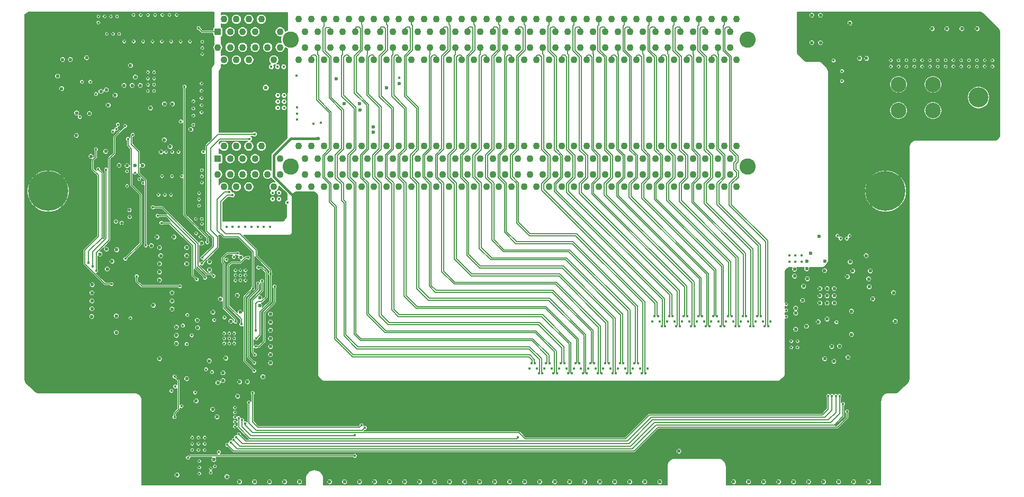
<source format=gbr>
G04 #@! TF.GenerationSoftware,KiCad,Pcbnew,(5.1.6)-1*
G04 #@! TF.CreationDate,2021-11-02T14:31:17+01:00*
G04 #@! TF.ProjectId,Riser Tioga Pass 2OU 2xPCIe x16,52697365-7220-4546-996f-676120506173,rev?*
G04 #@! TF.SameCoordinates,PX328b740PY3211620*
G04 #@! TF.FileFunction,Copper,L3,Inr*
G04 #@! TF.FilePolarity,Positive*
%FSLAX46Y46*%
G04 Gerber Fmt 4.6, Leading zero omitted, Abs format (unit mm)*
G04 Created by KiCad (PCBNEW (5.1.6)-1) date 2021-11-02 14:31:17*
%MOMM*%
%LPD*%
G01*
G04 APERTURE LIST*
G04 #@! TA.AperFunction,ViaPad*
%ADD10C,6.400000*%
G04 #@! TD*
G04 #@! TA.AperFunction,ViaPad*
%ADD11C,2.500000*%
G04 #@! TD*
G04 #@! TA.AperFunction,WasherPad*
%ADD12C,3.200000*%
G04 #@! TD*
G04 #@! TA.AperFunction,WasherPad*
%ADD13C,2.600000*%
G04 #@! TD*
G04 #@! TA.AperFunction,ViaPad*
%ADD14R,1.100000X1.100000*%
G04 #@! TD*
G04 #@! TA.AperFunction,ViaPad*
%ADD15C,1.100000*%
G04 #@! TD*
G04 #@! TA.AperFunction,ViaPad*
%ADD16C,0.400000*%
G04 #@! TD*
G04 #@! TA.AperFunction,ViaPad*
%ADD17C,0.600000*%
G04 #@! TD*
G04 #@! TA.AperFunction,ViaPad*
%ADD18C,0.500000*%
G04 #@! TD*
G04 #@! TA.AperFunction,Conductor*
%ADD19C,0.400000*%
G04 #@! TD*
G04 #@! TA.AperFunction,Conductor*
%ADD20C,0.127000*%
G04 #@! TD*
G04 APERTURE END LIST*
D10*
X999903Y-26410000D03*
X134900000Y-26410000D03*
D11*
X142471000Y-9319000D03*
X142471000Y-13519000D03*
X136971000Y-9319000D03*
X136971000Y-13519000D03*
D12*
X149771000Y-11419000D03*
D13*
X39740000Y-2141000D03*
X112890000Y-2141000D03*
D14*
X28090000Y-891000D03*
D15*
X29090000Y1109000D03*
X30090000Y-891000D03*
X31090000Y1109000D03*
X32090000Y-891000D03*
X33090000Y1109000D03*
X34090000Y-891000D03*
X35090000Y1109000D03*
X36090000Y-891000D03*
X37090000Y1109000D03*
X38090000Y-891000D03*
X41090000Y1109000D03*
X42090000Y-891000D03*
X43090000Y1109000D03*
X44090000Y-891000D03*
X45090000Y1109000D03*
X46090000Y-891000D03*
X47090000Y1109000D03*
X48090000Y-891000D03*
X49090000Y1109000D03*
X50090000Y-891000D03*
X51090000Y1109000D03*
X52090000Y-891000D03*
X53090000Y1109000D03*
X54090000Y-891000D03*
X55090000Y1109000D03*
X56090000Y-891000D03*
X57090000Y1109000D03*
X58090000Y-891000D03*
X59090000Y1109000D03*
X60090000Y-891000D03*
X61090000Y1109000D03*
X62090000Y-891000D03*
X63090000Y1109000D03*
X64090000Y-891000D03*
X65090000Y1109000D03*
X66090000Y-891000D03*
X67090000Y1109000D03*
X68090000Y-891000D03*
X69090000Y1109000D03*
X70090000Y-891000D03*
X71090000Y1109000D03*
X72090000Y-891000D03*
X73090000Y1109000D03*
X74090000Y-891000D03*
X75090000Y1109000D03*
X76090000Y-891000D03*
X77090000Y1109000D03*
X78090000Y-891000D03*
X79090000Y1109000D03*
X80090000Y-891000D03*
X81090000Y1109000D03*
X82090000Y-891000D03*
X83090000Y1109000D03*
X84090000Y-891000D03*
X85090000Y1109000D03*
X86090000Y-891000D03*
X87090000Y1109000D03*
X88090000Y-891000D03*
X89090000Y1109000D03*
X90090000Y-891000D03*
X91090000Y1109000D03*
X92090000Y-891000D03*
X93090000Y1109000D03*
X94090000Y-891000D03*
X95090000Y1109000D03*
X96090000Y-891000D03*
X97090000Y1109000D03*
X98090000Y-891000D03*
X99090000Y1109000D03*
X100090000Y-891000D03*
X101090000Y1109000D03*
X102090000Y-891000D03*
X103090000Y1109000D03*
X104090000Y-891000D03*
X105090000Y1109000D03*
X106090000Y-891000D03*
X107090000Y1109000D03*
X108090000Y-891000D03*
X109090000Y1109000D03*
X110090000Y-891000D03*
X28090000Y-3391000D03*
X29090000Y-5391000D03*
X30090000Y-3391000D03*
X31090000Y-5391000D03*
X32090000Y-3391000D03*
X33090000Y-5391000D03*
X34090000Y-3391000D03*
X35090000Y-5391000D03*
X36090000Y-3391000D03*
X37090000Y-5391000D03*
X38090000Y-3391000D03*
X41090000Y-5391000D03*
X42090000Y-3391000D03*
X43090000Y-5391000D03*
X44090000Y-3391000D03*
X45090000Y-5391000D03*
X46090000Y-3391000D03*
X47090000Y-5391000D03*
X48090000Y-3391000D03*
X49090000Y-5391000D03*
X50090000Y-3391000D03*
X51090000Y-5391000D03*
X52090000Y-3391000D03*
X53090000Y-5391000D03*
X54090000Y-3391000D03*
X55090000Y-5391000D03*
X56090000Y-3391000D03*
X57090000Y-5391000D03*
X58090000Y-3391000D03*
X59090000Y-5391000D03*
X60090000Y-3391000D03*
X62090000Y-3391000D03*
X63090000Y-5391000D03*
X64090000Y-3391000D03*
X65090000Y-5391000D03*
X66090000Y-3391000D03*
X67090000Y-5391000D03*
X68090000Y-3391000D03*
X69090000Y-5391000D03*
X70090000Y-3391000D03*
X71090000Y-5391000D03*
X72090000Y-3391000D03*
X73090000Y-5391000D03*
X74090000Y-3391000D03*
X75090000Y-5391000D03*
X76090000Y-3391000D03*
X77090000Y-5391000D03*
X78090000Y-3391000D03*
X79090000Y-5391000D03*
X80090000Y-3391000D03*
X81090000Y-5391000D03*
X82090000Y-3391000D03*
X83090000Y-5391000D03*
X84090000Y-3391000D03*
X85090000Y-5391000D03*
X86090000Y-3391000D03*
X87090000Y-5391000D03*
X88090000Y-3391000D03*
X89090000Y-5391000D03*
X90090000Y-3391000D03*
X91090000Y-5391000D03*
X92090000Y-3391000D03*
X93090000Y-5391000D03*
X94090000Y-3391000D03*
X95090000Y-5391000D03*
X96090000Y-3391000D03*
X97090000Y-5391000D03*
X98090000Y-3391000D03*
X99090000Y-5391000D03*
X100090000Y-3391000D03*
X101090000Y-5391000D03*
X102090000Y-3391000D03*
X103090000Y-5391000D03*
X104090000Y-3391000D03*
X105090000Y-5391000D03*
X106090000Y-3391000D03*
X107090000Y-5391000D03*
X108090000Y-3391000D03*
X109090000Y-5391000D03*
X110090000Y-3391000D03*
X61090000Y-5391000D03*
X111090000Y1109000D03*
X111090000Y-5391000D03*
D13*
X39740000Y-22461000D03*
X112890000Y-22461000D03*
D14*
X28090000Y-21211000D03*
D15*
X29090000Y-19211000D03*
X30090000Y-21211000D03*
X31090000Y-19211000D03*
X32090000Y-21211000D03*
X33090000Y-19211000D03*
X34090000Y-21211000D03*
X35090000Y-19211000D03*
X36090000Y-21211000D03*
X37090000Y-19211000D03*
X38090000Y-21211000D03*
X41090000Y-19211000D03*
X42090000Y-21211000D03*
X43090000Y-19211000D03*
X44090000Y-21211000D03*
X45090000Y-19211000D03*
X46090000Y-21211000D03*
X47090000Y-19211000D03*
X48090000Y-21211000D03*
X49090000Y-19211000D03*
X50090000Y-21211000D03*
X51090000Y-19211000D03*
X52090000Y-21211000D03*
X53090000Y-19211000D03*
X54090000Y-21211000D03*
X55090000Y-19211000D03*
X56090000Y-21211000D03*
X57090000Y-19211000D03*
X58090000Y-21211000D03*
X59090000Y-19211000D03*
X60090000Y-21211000D03*
X61090000Y-19211000D03*
X62090000Y-21211000D03*
X63090000Y-19211000D03*
X64090000Y-21211000D03*
X65090000Y-19211000D03*
X66090000Y-21211000D03*
X67090000Y-19211000D03*
X68090000Y-21211000D03*
X69090000Y-19211000D03*
X70090000Y-21211000D03*
X71090000Y-19211000D03*
X72090000Y-21211000D03*
X73090000Y-19211000D03*
X74090000Y-21211000D03*
X75090000Y-19211000D03*
X76090000Y-21211000D03*
X77090000Y-19211000D03*
X78090000Y-21211000D03*
X79090000Y-19211000D03*
X80090000Y-21211000D03*
X81090000Y-19211000D03*
X82090000Y-21211000D03*
X83090000Y-19211000D03*
X84090000Y-21211000D03*
X85090000Y-19211000D03*
X86090000Y-21211000D03*
X87090000Y-19211000D03*
X88090000Y-21211000D03*
X89090000Y-19211000D03*
X90090000Y-21211000D03*
X91090000Y-19211000D03*
X92090000Y-21211000D03*
X93090000Y-19211000D03*
X94090000Y-21211000D03*
X95090000Y-19211000D03*
X96090000Y-21211000D03*
X97090000Y-19211000D03*
X98090000Y-21211000D03*
X99090000Y-19211000D03*
X100090000Y-21211000D03*
X101090000Y-19211000D03*
X102090000Y-21211000D03*
X103090000Y-19211000D03*
X104090000Y-21211000D03*
X105090000Y-19211000D03*
X106090000Y-21211000D03*
X107090000Y-19211000D03*
X108090000Y-21211000D03*
X109090000Y-19211000D03*
X110090000Y-21211000D03*
X28090000Y-23711000D03*
X29090000Y-25711000D03*
X30090000Y-23711000D03*
X31090000Y-25711000D03*
X32090000Y-23711000D03*
X33090000Y-25711000D03*
X34090000Y-23711000D03*
X35090000Y-25711000D03*
X36090000Y-23711000D03*
X37090000Y-25711000D03*
X38090000Y-23711000D03*
X41090000Y-25711000D03*
X42090000Y-23711000D03*
X43090000Y-25711000D03*
X44090000Y-23711000D03*
X45090000Y-25711000D03*
X46090000Y-23711000D03*
X47090000Y-25711000D03*
X48090000Y-23711000D03*
X49090000Y-25711000D03*
X50090000Y-23711000D03*
X51090000Y-25711000D03*
X52090000Y-23711000D03*
X53090000Y-25711000D03*
X54090000Y-23711000D03*
X55090000Y-25711000D03*
X56090000Y-23711000D03*
X57090000Y-25711000D03*
X58090000Y-23711000D03*
X59090000Y-25711000D03*
X60090000Y-23711000D03*
X62090000Y-23711000D03*
X63090000Y-25711000D03*
X64090000Y-23711000D03*
X65090000Y-25711000D03*
X66090000Y-23711000D03*
X67090000Y-25711000D03*
X68090000Y-23711000D03*
X69090000Y-25711000D03*
X70090000Y-23711000D03*
X71090000Y-25711000D03*
X72090000Y-23711000D03*
X73090000Y-25711000D03*
X74090000Y-23711000D03*
X75090000Y-25711000D03*
X76090000Y-23711000D03*
X77090000Y-25711000D03*
X78090000Y-23711000D03*
X79090000Y-25711000D03*
X80090000Y-23711000D03*
X81090000Y-25711000D03*
X82090000Y-23711000D03*
X83090000Y-25711000D03*
X84090000Y-23711000D03*
X85090000Y-25711000D03*
X86090000Y-23711000D03*
X87090000Y-25711000D03*
X88090000Y-23711000D03*
X89090000Y-25711000D03*
X90090000Y-23711000D03*
X91090000Y-25711000D03*
X92090000Y-23711000D03*
X93090000Y-25711000D03*
X94090000Y-23711000D03*
X95090000Y-25711000D03*
X96090000Y-23711000D03*
X97090000Y-25711000D03*
X98090000Y-23711000D03*
X99090000Y-25711000D03*
X100090000Y-23711000D03*
X101090000Y-25711000D03*
X102090000Y-23711000D03*
X103090000Y-25711000D03*
X104090000Y-23711000D03*
X105090000Y-25711000D03*
X106090000Y-23711000D03*
X107090000Y-25711000D03*
X108090000Y-23711000D03*
X109090000Y-25711000D03*
X110090000Y-23711000D03*
X61090000Y-25711000D03*
X111090000Y-19211000D03*
X111090000Y-25711000D03*
D16*
X29150000Y-49200000D03*
X14650000Y1800000D03*
X79152800Y-54800000D03*
X77975000Y-54800000D03*
D17*
X21600000Y-71850000D03*
X29600000Y-72150000D03*
X120350000Y-38925000D03*
X132200000Y-40475000D03*
X132300000Y-41725000D03*
X125175000Y-53250000D03*
X128900000Y-53025000D03*
X129450000Y-49375000D03*
D16*
X80330600Y-54800000D03*
X81508400Y-54800000D03*
X82686200Y-54800000D03*
X83864000Y-54800000D03*
X85041800Y-54800000D03*
X86219600Y-54800000D03*
X87397400Y-54800000D03*
X88575200Y-54800000D03*
X89753000Y-54800000D03*
X90930800Y-54800000D03*
X92108600Y-54800000D03*
X93286400Y-54800000D03*
X94464200Y-54800000D03*
X95642000Y-54800000D03*
X96819800Y-54800000D03*
D17*
X84395000Y-72950000D03*
X86795000Y-72950000D03*
X89195000Y-72950000D03*
X91595000Y-72950000D03*
X93995000Y-72950000D03*
X96395000Y-72950000D03*
X98795000Y-72950000D03*
X81995000Y-72950000D03*
X79595000Y-72950000D03*
X77195000Y-72950000D03*
X74795000Y-72950000D03*
X72395000Y-72950000D03*
X69995000Y-72950000D03*
X67595000Y-72950000D03*
X65195000Y-72950000D03*
X62795000Y-72950000D03*
X60395000Y-72950000D03*
X57995000Y-72950000D03*
X55595000Y-72950000D03*
X53195000Y-72950000D03*
X50795000Y-72950000D03*
X48395000Y-72950000D03*
X45995000Y-72950000D03*
X27500000Y-69400000D03*
X18800000Y-38050000D03*
X11200000Y-37650000D03*
X11900000Y-49050000D03*
D18*
X14050000Y-30550000D03*
D17*
X101850000Y-68050000D03*
X26750000Y-53600000D03*
X28950000Y-56750000D03*
X31600000Y-56950000D03*
X34850000Y-43500000D03*
X28550000Y-43700000D03*
X21100000Y-33750000D03*
X10300000Y-35700000D03*
X19050000Y-20150000D03*
X14150000Y-6300000D03*
D16*
X16950000Y-7375000D03*
X29500000Y-32150000D03*
X25575000Y-30850000D03*
D17*
X30200000Y-47250000D03*
X18800000Y-53250000D03*
X18800000Y-35450000D03*
X2500000Y-8000000D03*
X17350000Y-13100000D03*
X10600000Y-12650000D03*
X31800000Y-37000000D03*
X26800000Y-37750000D03*
X35800000Y-9850000D03*
X132450000Y-39200000D03*
X131800000Y-36750000D03*
X129200000Y500000D03*
X124500000Y1750000D03*
X124500000Y-2650000D03*
X147100000Y-400000D03*
X144700000Y-400000D03*
X149550000Y-400000D03*
X142350000Y-400000D03*
X50850000Y-13450000D03*
X53000000Y-16100000D03*
X53000000Y-16950000D03*
X48350000Y-12400000D03*
X9300000Y-36500000D03*
X19000000Y-36750000D03*
X12350000Y-22300000D03*
X16100000Y-22300000D03*
X27350000Y-45800000D03*
D16*
X29950000Y-49200000D03*
X30750000Y-49200000D03*
X29150000Y-50000000D03*
X29950000Y-50000000D03*
X30750000Y-50000000D03*
X29150000Y-50800000D03*
X29950000Y-50800000D03*
X30750000Y-50800000D03*
X30950000Y-40700000D03*
X32550000Y-39900000D03*
X31750000Y-39900000D03*
X32550000Y-40700000D03*
X30950000Y-39900000D03*
X31750000Y-39100000D03*
X31750000Y-40700000D03*
X30950000Y-39100000D03*
X32550000Y-39100000D03*
D17*
X24900000Y-48300000D03*
X28150000Y-57100000D03*
X24650000Y-60000000D03*
X23150000Y-56450000D03*
X27300000Y-61350000D03*
X55100000Y-9900000D03*
X126300000Y-51300000D03*
X122250000Y-48050000D03*
X120550000Y-48550000D03*
X120550000Y-45150000D03*
X121800000Y-41650000D03*
X122300000Y-38850000D03*
D16*
X107047400Y-47250000D03*
X112936400Y-47250000D03*
X98802800Y-47250000D03*
X97625000Y-47250000D03*
X99980600Y-47250000D03*
X102336200Y-47250000D03*
X103514000Y-47250000D03*
X104691800Y-47250000D03*
X105869600Y-47250000D03*
X108225200Y-47250000D03*
X114114200Y-47250000D03*
X115292000Y-47250000D03*
X110580800Y-47250000D03*
X116469800Y-47250000D03*
X109403000Y-47250000D03*
X111758600Y-47250000D03*
X101158400Y-47250000D03*
D17*
X110595000Y-72950000D03*
X112995000Y-72950000D03*
X115395000Y-72950000D03*
X117795000Y-72950000D03*
X120195000Y-72950000D03*
X122595000Y-72950000D03*
X124995000Y-72950000D03*
X127395000Y-72950000D03*
X129795000Y-72950000D03*
X132195000Y-72950000D03*
X31595000Y-72950000D03*
X33995000Y-72950000D03*
X36395000Y-72950000D03*
X38795000Y-72950000D03*
X41195000Y-72950000D03*
X126700000Y-44325000D03*
X124400000Y-43175000D03*
X125550000Y-44325000D03*
X124400000Y-44325000D03*
X125550000Y-43175000D03*
X126700000Y-43175000D03*
X124400000Y-42025000D03*
X125550000Y-42025000D03*
X126700000Y-42025000D03*
D16*
X15800000Y1800000D03*
X16950000Y1800000D03*
X18100000Y1800000D03*
X19250000Y1800000D03*
X20400000Y1800000D03*
X21550000Y1800000D03*
D17*
X132850000Y-43650000D03*
X136175000Y-42675000D03*
X136450000Y-47250000D03*
X122350000Y-37650000D03*
D16*
X127200000Y-33550000D03*
X129150000Y-33550000D03*
X25525000Y-9200000D03*
X25525000Y-10350000D03*
X25525000Y-11500000D03*
X25525000Y-12650000D03*
X25525000Y-13800000D03*
X24225000Y-14325000D03*
X24225000Y-15775000D03*
X24225000Y-12025000D03*
X24225000Y-13175000D03*
X19850000Y-20150000D03*
X20850000Y-20150000D03*
X21850000Y-20150000D03*
X37725000Y-11075000D03*
X38725000Y-11075000D03*
X37725000Y-12075000D03*
X38725000Y-12075000D03*
X37725000Y-13075000D03*
X38725000Y-13075000D03*
X40825000Y-12975000D03*
X40825000Y-13975000D03*
X40825000Y-14975000D03*
X17950000Y-7375000D03*
X16950000Y-8375000D03*
X17950000Y-8375000D03*
X16950000Y-9375000D03*
X17950000Y-9375000D03*
X16950000Y-10375000D03*
X17950000Y-10375000D03*
X30500000Y-32150000D03*
X31500000Y-32150000D03*
X32500000Y-32150000D03*
X33500000Y-32150000D03*
X34500000Y-32150000D03*
X35500000Y-32150000D03*
X36500000Y-32150000D03*
X24600000Y-30850000D03*
X25575000Y-31650000D03*
X24650000Y-33175000D03*
X25350000Y-33750000D03*
D17*
X131850000Y-5150000D03*
D18*
X11850000Y-31300000D03*
D17*
X4550000Y-5350000D03*
X7150000Y-5050000D03*
X10300000Y-10200000D03*
X44225000Y-18000000D03*
X131750000Y1425000D03*
D16*
X17100000Y-64275000D03*
X18100000Y-64275000D03*
X19100000Y-64275000D03*
X20100000Y-64275000D03*
X17100000Y-65275000D03*
X18100000Y-65275000D03*
X19100000Y-65275000D03*
X20100000Y-65275000D03*
X17100000Y-66275000D03*
X18100000Y-66275000D03*
X19100000Y-66275000D03*
X20100000Y-66275000D03*
X17100000Y-67275000D03*
X18100000Y-67275000D03*
X19100000Y-67275000D03*
X20100000Y-67275000D03*
X17100000Y-68275000D03*
X18100000Y-68275000D03*
X19100000Y-68275000D03*
X20100000Y-68275000D03*
X17100000Y-69275000D03*
X18100000Y-69275000D03*
X19100000Y-69275000D03*
X20100000Y-69275000D03*
X-550000Y-11800000D03*
X450000Y-10800000D03*
X-550000Y-15025000D03*
X-550000Y-10800000D03*
X-550000Y-17025000D03*
X-550000Y-16025000D03*
X450000Y-14025000D03*
X-550000Y-12800000D03*
X-550000Y-14025000D03*
X450000Y-9800000D03*
X450000Y-12800000D03*
X450000Y-16025000D03*
X450000Y-11800000D03*
X-550000Y-9800000D03*
X450000Y-17025000D03*
X450000Y-15025000D03*
X133275000Y1750000D03*
X134275000Y1750000D03*
X135275000Y1750000D03*
X136275000Y1750000D03*
X137275000Y1750000D03*
X138275000Y1750000D03*
X139275000Y1750000D03*
X133275000Y750000D03*
X134275000Y750000D03*
X135275000Y750000D03*
X136275000Y750000D03*
X137275000Y750000D03*
X138275000Y750000D03*
X139275000Y750000D03*
X6725000Y-24650000D03*
X6725000Y-23650000D03*
X6725000Y-22650000D03*
X7725000Y-25650000D03*
X7725000Y-22650000D03*
X7725000Y-24650000D03*
X6725000Y-25650000D03*
X7725000Y-23650000D03*
X2425000Y-2150000D03*
X2425000Y-1150000D03*
X3425000Y-1150000D03*
X2425000Y-3150000D03*
X3425000Y-2150000D03*
X2425000Y-150000D03*
X3425000Y-150000D03*
X3425000Y-3150000D03*
D18*
X6200000Y-35000000D03*
D17*
X132450000Y-3350000D03*
D18*
X11300000Y-31900000D03*
X6250000Y-31900000D03*
D17*
X6250000Y-6950000D03*
X11150000Y-9450000D03*
X17800000Y-44700000D03*
X31300000Y-59250000D03*
X23150000Y-38050000D03*
X17500000Y-35150000D03*
X10450000Y-38900000D03*
X11900000Y-46400000D03*
X20800000Y-44000000D03*
X7950000Y-46500000D03*
X8000000Y-45250000D03*
X8000000Y-44000000D03*
D18*
X14000000Y-29450000D03*
D17*
X29400000Y-53150000D03*
X28950000Y-55500000D03*
X32850000Y-56950000D03*
X31250000Y-43100000D03*
X34850000Y-44750000D03*
X18400000Y-33750000D03*
X11950000Y-35800000D03*
X10200000Y-20050000D03*
X19571141Y-18214933D03*
X20500000Y-19300000D03*
X14850000Y-22350000D03*
X13600000Y-22350000D03*
X19600000Y-12450000D03*
X20850000Y-12450000D03*
X3300000Y-5350000D03*
X23800000Y-16550000D03*
D16*
X27650000Y-70500000D03*
X27000000Y-70850000D03*
X27000000Y-71500000D03*
D17*
X26800000Y-39000000D03*
X20800000Y-42700000D03*
X21500000Y-49500000D03*
X23150000Y-35450000D03*
X23150000Y-36750000D03*
X18800000Y-39350000D03*
X18800000Y-40650000D03*
X20800000Y-45300000D03*
X21500000Y-48200000D03*
X21500000Y-50800000D03*
X14950000Y-8150000D03*
X7850000Y-20850000D03*
X3150000Y-10000000D03*
X11700000Y-11050000D03*
X31700000Y-45800000D03*
X36550000Y-53900000D03*
X36550000Y-52600000D03*
X36550000Y-51300000D03*
X36550000Y-50000000D03*
X36550000Y-48700000D03*
X36550000Y-47400000D03*
X36550000Y-46100000D03*
X7600000Y-14000000D03*
X5550000Y-13900000D03*
X5500000Y-17500000D03*
X123100000Y1750000D03*
X123100000Y-2650000D03*
X35350000Y-56150000D03*
X47050000Y-8400000D03*
D16*
X14150000Y-46750000D03*
D17*
X8000000Y-42700000D03*
X8050000Y-41400000D03*
X25550000Y-34750000D03*
X24850000Y-47100000D03*
X57100000Y-9200000D03*
X124300000Y-33650000D03*
X15725000Y-9500000D03*
X14425000Y-9500000D03*
X13125000Y-9500000D03*
D16*
X36675000Y-6500000D03*
X37675000Y-6500000D03*
X38675000Y-6500000D03*
X36900000Y-26675000D03*
X37900000Y-26675000D03*
X36900000Y-27675000D03*
X37900000Y-27675000D03*
D17*
X130750000Y-5150000D03*
D18*
X12750000Y-31500000D03*
D17*
X9450000Y-10450000D03*
D16*
X119500000Y-36725000D03*
D17*
X127550000Y-51250000D03*
X126650000Y-53675000D03*
X120350000Y-40025000D03*
X124150000Y-47350000D03*
X128800000Y-40100000D03*
X129650000Y-39200000D03*
X129250000Y-37750000D03*
X125150000Y-39150000D03*
X125200000Y-37650000D03*
X125549999Y-46900001D03*
X121650000Y-43900000D03*
X129450000Y-45650000D03*
X120550000Y-45950000D03*
X122400000Y-40450000D03*
X122950000Y-36400000D03*
D16*
X120500000Y-36725000D03*
X121500000Y-36725000D03*
X119500000Y-37725000D03*
X120500000Y-37725000D03*
X121500000Y-37725000D03*
X119025000Y-46525000D03*
X119025000Y-45525000D03*
X119025000Y-44525000D03*
X120825000Y-50450000D03*
X120825000Y-51450000D03*
X119825000Y-50450000D03*
X119825000Y-51450000D03*
X30850000Y-61100000D03*
D17*
X50750000Y-12400000D03*
D16*
X30850000Y-61850000D03*
X30850000Y-62600000D03*
X30850000Y-63350000D03*
X30850000Y-64100000D03*
D17*
X28000000Y-62550000D03*
D16*
X30550000Y-9050000D03*
X31700000Y-9050000D03*
X32850000Y-9050000D03*
X30550000Y-10200000D03*
X31700000Y-10200000D03*
X32850000Y-10200000D03*
X30550000Y-11350000D03*
X31700000Y-11350000D03*
X32850000Y-11350000D03*
X29400000Y-12675000D03*
X30550000Y-12675000D03*
X31700000Y-12675000D03*
X32850000Y-12675000D03*
X29400000Y-13825000D03*
X30550000Y-13825000D03*
X31700000Y-13825000D03*
X32850000Y-13825000D03*
X29925000Y-27625000D03*
X30925000Y-27625000D03*
X31925000Y-27625000D03*
X29925000Y-28375000D03*
X30925000Y-28375000D03*
X31925000Y-28375000D03*
X135750000Y-5450000D03*
X137000000Y-5450000D03*
X138250000Y-5450000D03*
X139500000Y-5450000D03*
X140750000Y-5450000D03*
X142000000Y-5450000D03*
X143250000Y-5450000D03*
X144500000Y-5450000D03*
X145750000Y-5450000D03*
X147000000Y-5450000D03*
X148250000Y-5450000D03*
X149500000Y-5450000D03*
X150750000Y-5450000D03*
X152000000Y-5450000D03*
X135750000Y-6450000D03*
X137000000Y-6450000D03*
X138250000Y-6450000D03*
X139500000Y-6450000D03*
X140750000Y-6450000D03*
X142000000Y-6450000D03*
X143250000Y-6450000D03*
X144500000Y-6450000D03*
X145750000Y-6450000D03*
X147000000Y-6450000D03*
X148250000Y-6450000D03*
X149500000Y-6450000D03*
X150750000Y-6450000D03*
X152000000Y-6450000D03*
X22550000Y-47950000D03*
X24500000Y-58650000D03*
X30700000Y-36950000D03*
X29200000Y-46650000D03*
X27200000Y-55400000D03*
X27550000Y-47050000D03*
X29500000Y-37400000D03*
X22300000Y-60850000D03*
X26250000Y-54950000D03*
X24025000Y-65875000D03*
X25025000Y-65875000D03*
X26025000Y-65875000D03*
X24025000Y-66875000D03*
X25025000Y-66875000D03*
X26025000Y-66875000D03*
X24025000Y-67875000D03*
X25025000Y-67875000D03*
X26025000Y-67875000D03*
X25175000Y-71650000D03*
X25175000Y-70650000D03*
X25175000Y-69650000D03*
X23950000Y-49500000D03*
X30200000Y-66650000D03*
X128100000Y-60500000D03*
X23150000Y-50900000D03*
X29650000Y-67050000D03*
X128750000Y-61700000D03*
X17700000Y-29000000D03*
X11350000Y-16850000D03*
X27450000Y-40000000D03*
X31500000Y-65350000D03*
X126350000Y-59200000D03*
X127950000Y-8800000D03*
X11900000Y-16450000D03*
X18500000Y-30350000D03*
X26100000Y-40300000D03*
X31050000Y-65800000D03*
X126950000Y-59200000D03*
X127950000Y-7200000D03*
X7450000Y-37900000D03*
X9000000Y-22900000D03*
X8100000Y-38450000D03*
X10250000Y-22950000D03*
X21200000Y-62600000D03*
X21200000Y-56100000D03*
X23250000Y-46250000D03*
X11150000Y-41300000D03*
X8650000Y-19700000D03*
X14525000Y-17375000D03*
X16600000Y-35100000D03*
X22050000Y-41650000D03*
X15150000Y-40050000D03*
X13350000Y-37250000D03*
X13750000Y-18050000D03*
X12150000Y-15750000D03*
X19100000Y-31500000D03*
X24750000Y-40550000D03*
X30650000Y-66250000D03*
X127550000Y-59200000D03*
X126600000Y-5500000D03*
X127050000Y-47400000D03*
X57100000Y-8250000D03*
X39300000Y-28250000D03*
X33950000Y-55200000D03*
X33750000Y-42000000D03*
X29975000Y-26575000D03*
X44600000Y-15425000D03*
X33950000Y-53900000D03*
X34550000Y-41200000D03*
X33700000Y-58750000D03*
X51100000Y-63900000D03*
X34050000Y-52600000D03*
X35200000Y-40800000D03*
X33100000Y-60250000D03*
X51650000Y-64300000D03*
X34225000Y-51300000D03*
X37200000Y-41700000D03*
X31450000Y-62750000D03*
X76100000Y-65850000D03*
X25800000Y-20150000D03*
X33200000Y-18050000D03*
X25550000Y-38000000D03*
X34000000Y-17300000D03*
X25650000Y-37050000D03*
X22200000Y-15250000D03*
X34275000Y-50000000D03*
X36550000Y-39650000D03*
X43450000Y-15625000D03*
X30475000Y-27025000D03*
X34225000Y-48700000D03*
X34600000Y-38650000D03*
X32000000Y-63050000D03*
X50000000Y-65500000D03*
X33000000Y-37050000D03*
X31900000Y-47750000D03*
X40750000Y-7950000D03*
X31300000Y-36400000D03*
X30950000Y-47300000D03*
X32500000Y-63600000D03*
X125750000Y-59200000D03*
X25050000Y-300000D03*
X22800000Y-9700000D03*
X26450000Y-34600000D03*
X8700000Y-39150000D03*
X13300000Y-16000000D03*
X6400000Y-8900000D03*
X7750000Y-8900000D03*
X8650000Y-10850000D03*
X6050000Y-14550000D03*
X127711100Y-34000000D03*
X128688900Y-34000000D03*
X23350000Y-69100000D03*
X50050000Y-68800000D03*
X28300000Y-68200000D03*
X78275000Y-54000000D03*
X78852800Y-54000000D03*
X80630600Y-54000000D03*
X81208400Y-54000000D03*
X82986200Y-54000000D03*
X83564000Y-54000000D03*
X85341800Y-54000000D03*
X85919600Y-54000000D03*
X87697400Y-54000000D03*
X88275200Y-54000000D03*
X90053000Y-54000000D03*
X90630800Y-54000000D03*
X92408600Y-54000000D03*
X92986400Y-54000000D03*
X94764200Y-54000000D03*
X95342000Y-54000000D03*
X97925000Y-46450000D03*
X98502800Y-46450000D03*
X100280600Y-46450000D03*
X100858400Y-46450000D03*
X102636200Y-46450000D03*
X103214000Y-46450000D03*
X104991800Y-46450000D03*
X105569600Y-46450000D03*
X107347400Y-46450000D03*
X107925200Y-46450000D03*
X109703000Y-46450000D03*
X110280800Y-46450000D03*
X112058600Y-46450000D03*
X112636400Y-46450000D03*
X114414200Y-46450000D03*
X114992000Y-46450000D03*
X79452800Y-55600000D03*
X80030600Y-55600000D03*
X81808400Y-55600000D03*
X82386200Y-55600000D03*
X84164000Y-55600000D03*
X84741800Y-55600000D03*
X86519600Y-55600000D03*
X87097400Y-55600000D03*
X88875200Y-55600000D03*
X89453000Y-55600000D03*
X91230800Y-55600000D03*
X91808600Y-55600000D03*
X93586400Y-55600000D03*
X94164200Y-55600000D03*
X95942000Y-55600000D03*
X96519800Y-55600000D03*
X99102800Y-48050000D03*
X99680600Y-48050000D03*
X101458400Y-48050000D03*
X102036200Y-48050000D03*
X103814000Y-48050000D03*
X104391800Y-48050000D03*
X106169600Y-48050000D03*
X106747400Y-48050000D03*
X108525200Y-48050000D03*
X109103000Y-48050000D03*
X110880800Y-48050000D03*
X111458600Y-48050000D03*
X113236400Y-48050000D03*
X113814200Y-48050000D03*
X115592000Y-48050000D03*
X116169800Y-48050000D03*
X21300000Y-57700000D03*
X20700000Y-58400000D03*
X16150000Y-25100000D03*
X15550000Y-24500000D03*
X19200000Y-24025000D03*
X20800000Y-24025000D03*
X22375000Y-24025000D03*
X13625000Y-25575000D03*
X13600000Y-23250000D03*
X25575000Y-25050000D03*
X25575000Y-24050000D03*
X25575000Y-23050000D03*
X14900000Y-23475000D03*
X18650000Y-27000000D03*
X19650000Y-27000000D03*
X20650000Y-27000000D03*
X25125000Y-28750000D03*
X25125000Y-27750000D03*
X25125000Y-26750000D03*
X9025000Y1575000D03*
X10025000Y1575000D03*
X11025000Y1575000D03*
X12025000Y1575000D03*
X9025000Y575000D03*
X25650000Y-4475000D03*
X25650000Y-3475000D03*
X25650000Y-2475000D03*
X10375000Y-1225000D03*
X11375000Y-1225000D03*
X12375000Y-1225000D03*
X13175000Y-2450000D03*
X14675000Y-2450000D03*
X16175000Y-2450000D03*
X17675000Y-2450000D03*
X19175000Y-2450000D03*
X20675000Y-2450000D03*
X22175000Y-2450000D03*
X23675000Y-2450000D03*
D19*
X43225000Y-18000000D02*
X39750000Y-18000000D01*
X39750000Y-18000000D02*
X37075000Y-20675000D01*
X37075000Y-20675000D02*
X37075000Y-24100000D01*
X37075000Y-24100000D02*
X40525000Y-27550000D01*
X43225000Y-18000000D02*
X44225000Y-18000000D01*
D20*
X30200000Y-66650000D02*
X31200000Y-67650000D01*
X31200000Y-67650000D02*
X78450000Y-67650000D01*
X78450000Y-67650000D02*
X94400000Y-67650000D01*
X94400000Y-67650000D02*
X98200000Y-63850000D01*
X98200000Y-63850000D02*
X126700000Y-63850000D01*
X126700000Y-63850000D02*
X128100000Y-62450000D01*
X128100000Y-62450000D02*
X128100000Y-60500000D01*
X29650000Y-67050000D02*
X30650000Y-68050000D01*
X30650000Y-68050000D02*
X78500000Y-68050000D01*
X78500000Y-68050000D02*
X94700000Y-68050000D01*
X94700000Y-68050000D02*
X98500000Y-64250000D01*
X98500000Y-64250000D02*
X127200000Y-64250000D01*
X127200000Y-64250000D02*
X128750000Y-62700000D01*
X128750000Y-62700000D02*
X128750000Y-61700000D01*
X17700000Y-29000000D02*
X19200000Y-29000000D01*
X19200000Y-29000000D02*
X25000000Y-34800000D01*
X25000000Y-34800000D02*
X25000000Y-38350000D01*
X27150000Y-39700000D02*
X27450000Y-40000000D01*
X25000000Y-38350000D02*
X26350000Y-39700000D01*
X26350000Y-39700000D02*
X27150000Y-39700000D01*
X31500000Y-65350000D02*
X32600000Y-66450000D01*
X32600000Y-66450000D02*
X78650000Y-66450000D01*
X78650000Y-66450000D02*
X93600000Y-66450000D01*
X93600000Y-66450000D02*
X97400000Y-62650000D01*
X97400000Y-62650000D02*
X124150000Y-62650000D01*
X124150000Y-62650000D02*
X125250000Y-62650000D01*
X125250000Y-62650000D02*
X126350000Y-61550000D01*
X126350000Y-61550000D02*
X126350000Y-59200000D01*
X24550000Y-38750000D02*
X26100000Y-40300000D01*
X24550000Y-34950000D02*
X24550000Y-38750000D01*
X18500000Y-30350000D02*
X19950000Y-30350000D01*
X19950000Y-30350000D02*
X24550000Y-34950000D01*
X31050000Y-65800000D02*
X32100000Y-66850000D01*
X32100000Y-66850000D02*
X78550000Y-66850000D01*
X78550000Y-66850000D02*
X93850000Y-66850000D01*
X93850000Y-66850000D02*
X97650000Y-63050000D01*
X97650000Y-63050000D02*
X125750000Y-63050000D01*
X125750000Y-63050000D02*
X126950000Y-61850000D01*
X126950000Y-61850000D02*
X126950000Y-59200000D01*
X7450000Y-37900000D02*
X7450000Y-36050000D01*
X7450000Y-36050000D02*
X9600000Y-33900000D01*
X9600000Y-33900000D02*
X9600000Y-23500000D01*
X9600000Y-23500000D02*
X9000000Y-22900000D01*
X8100000Y-38450000D02*
X8100000Y-36100000D01*
X8100000Y-36100000D02*
X10050000Y-34150000D01*
X10250000Y-33950000D02*
X10050000Y-34150000D01*
X10250000Y-22950000D02*
X10250000Y-33950000D01*
X11150000Y-41300000D02*
X10100000Y-41300000D01*
X10100000Y-41300000D02*
X6850000Y-38050000D01*
X6850000Y-38050000D02*
X6850000Y-35850000D01*
X6850000Y-35850000D02*
X9050000Y-33650000D01*
X9050000Y-33650000D02*
X9050000Y-23850000D01*
X9050000Y-23850000D02*
X8150000Y-22950000D01*
X8150000Y-22950000D02*
X8150000Y-21500000D01*
X8150000Y-21500000D02*
X8150000Y-21450000D01*
X8150000Y-21450000D02*
X8650000Y-20950000D01*
X8650000Y-20950000D02*
X8650000Y-19700000D01*
X21800000Y-56700000D02*
X21800000Y-61400000D01*
X21800000Y-56700000D02*
X21200000Y-56100000D01*
X21200000Y-62000000D02*
X21200000Y-62600000D01*
X21800000Y-61400000D02*
X21200000Y-62000000D01*
X14525000Y-17375000D02*
X14300000Y-17600000D01*
X14300000Y-17600000D02*
X14300000Y-18900000D01*
X16600000Y-35100000D02*
X16600000Y-24700000D01*
X16600000Y-24700000D02*
X15500000Y-23600000D01*
X14300000Y-18900000D02*
X15500000Y-20100000D01*
X15500000Y-23600000D02*
X15500000Y-20100000D01*
X22050000Y-41650000D02*
X15950000Y-41650000D01*
X15950000Y-41650000D02*
X15150000Y-40850000D01*
X15150000Y-40850000D02*
X15150000Y-40050000D01*
X15800000Y-34800000D02*
X13350000Y-37250000D01*
X15800000Y-26950000D02*
X15800000Y-34800000D01*
X14300000Y-25450000D02*
X14300000Y-19650000D01*
X14300000Y-25450000D02*
X15800000Y-26950000D01*
X14300000Y-19650000D02*
X13750000Y-19100000D01*
X13750000Y-19100000D02*
X13750000Y-18050000D01*
X19100000Y-31500000D02*
X20450000Y-31500000D01*
X20450000Y-31500000D02*
X24100000Y-35150000D01*
X24100000Y-35150000D02*
X24100000Y-39900000D01*
X24100000Y-39900000D02*
X24750000Y-40550000D01*
X31650000Y-67250000D02*
X78150000Y-67250000D01*
X30650000Y-66250000D02*
X31650000Y-67250000D01*
X78150000Y-67250000D02*
X94150000Y-67250000D01*
X94150000Y-67250000D02*
X97950000Y-63450000D01*
X97950000Y-63450000D02*
X126150000Y-63450000D01*
X126150000Y-63450000D02*
X127550000Y-62050000D01*
X127550000Y-62050000D02*
X127550000Y-59200000D01*
X32850000Y-42900000D02*
X33750000Y-42000000D01*
X33950000Y-55200000D02*
X32400000Y-53650000D01*
X32400000Y-43350000D02*
X32850000Y-42900000D01*
X32400000Y-53650000D02*
X32400000Y-43350000D01*
X33750000Y-42000000D02*
X33750000Y-36100000D01*
X33750000Y-36100000D02*
X31400000Y-33750000D01*
X31400000Y-33750000D02*
X29100000Y-33750000D01*
X29100000Y-33750000D02*
X28050000Y-32700000D01*
X28050000Y-32700000D02*
X28050000Y-27700000D01*
X28050000Y-27700000D02*
X28750000Y-27000000D01*
X28750000Y-27000000D02*
X29000000Y-26750000D01*
X29175000Y-26575000D02*
X29000000Y-26750000D01*
X29975000Y-26575000D02*
X29175000Y-26575000D01*
X33950000Y-53900000D02*
X33000000Y-52950000D01*
X33000000Y-52950000D02*
X33000000Y-43700000D01*
X33000000Y-43700000D02*
X33300000Y-43400000D01*
X33300000Y-43400000D02*
X34550000Y-42150000D01*
X34550000Y-42150000D02*
X34550000Y-41200000D01*
X33700000Y-63350000D02*
X33700000Y-58750000D01*
X50800000Y-64200000D02*
X51100000Y-63900000D01*
X33700000Y-63350000D02*
X34550000Y-64200000D01*
X34550000Y-64200000D02*
X50800000Y-64200000D01*
X34050000Y-52600000D02*
X33650000Y-52200000D01*
X33650000Y-52200000D02*
X33650000Y-43900000D01*
X33650000Y-43900000D02*
X35200000Y-42350000D01*
X35200000Y-42350000D02*
X35200000Y-40800000D01*
X33100000Y-63250000D02*
X33100000Y-63500000D01*
X33100000Y-60250000D02*
X33100000Y-63250000D01*
X33100000Y-63500000D02*
X34300000Y-64700000D01*
X51250000Y-64700000D02*
X51650000Y-64300000D01*
X34300000Y-64700000D02*
X51250000Y-64700000D01*
X37200000Y-41700000D02*
X37200000Y-44250000D01*
X37200000Y-44250000D02*
X35550000Y-45900000D01*
X35550000Y-45900000D02*
X35550000Y-50500000D01*
X34750000Y-51300000D02*
X34225000Y-51300000D01*
X35550000Y-50500000D02*
X34750000Y-51300000D01*
X31450000Y-62750000D02*
X31450000Y-64250000D01*
X31450000Y-64250000D02*
X33250000Y-66050000D01*
X33250000Y-66050000D02*
X75450000Y-66050000D01*
X75450000Y-66050000D02*
X75900000Y-66050000D01*
X75900000Y-66050000D02*
X76100000Y-65850000D01*
X28450000Y-18050000D02*
X33200000Y-18050000D01*
X28100000Y-35450000D02*
X28100000Y-33700000D01*
X28100000Y-33700000D02*
X27000000Y-32600000D01*
X27000000Y-32600000D02*
X27000000Y-19500000D01*
X27000000Y-19500000D02*
X28450000Y-18050000D01*
X25550000Y-38000000D02*
X28100000Y-35450000D01*
X34000000Y-17300000D02*
X28200000Y-17300000D01*
X28200000Y-17300000D02*
X26350000Y-19150000D01*
X26350000Y-19150000D02*
X26350000Y-32850000D01*
X26350000Y-32850000D02*
X27400000Y-33900000D01*
X27400000Y-33900000D02*
X27400000Y-35300000D01*
X27400000Y-35300000D02*
X25650000Y-37050000D01*
X34275000Y-50000000D02*
X34850000Y-49425000D01*
X34850000Y-49425000D02*
X34850000Y-45750000D01*
X34850000Y-45750000D02*
X36550000Y-44050000D01*
X36550000Y-44050000D02*
X36550000Y-39650000D01*
X36550000Y-39650000D02*
X36550000Y-39100000D01*
X36550000Y-39100000D02*
X34250000Y-36800000D01*
X34250000Y-36800000D02*
X34250000Y-35850000D01*
X34250000Y-35850000D02*
X31650000Y-33250000D01*
X31650000Y-33250000D02*
X29400000Y-33250000D01*
X29400000Y-33250000D02*
X28600000Y-32450000D01*
X28600000Y-32450000D02*
X28600000Y-28100000D01*
X28600000Y-28100000D02*
X29450000Y-27250000D01*
X29675000Y-27025000D02*
X29450000Y-27250000D01*
X30475000Y-27025000D02*
X29675000Y-27025000D01*
X34225000Y-48700000D02*
X34225000Y-44375000D01*
X34225000Y-44375000D02*
X34500000Y-44100000D01*
X34500000Y-44100000D02*
X35150000Y-44100000D01*
X35150000Y-44100000D02*
X35850000Y-43400000D01*
X35850000Y-43400000D02*
X35850000Y-39350000D01*
X35850000Y-39350000D02*
X35150000Y-38650000D01*
X35150000Y-38650000D02*
X34600000Y-38650000D01*
X33450000Y-65550000D02*
X49950000Y-65550000D01*
X49950000Y-65550000D02*
X50000000Y-65500000D01*
X32000000Y-64100000D02*
X33450000Y-65550000D01*
X32000000Y-63050000D02*
X32000000Y-64100000D01*
X32250000Y-37350000D02*
X32550000Y-37050000D01*
X32550000Y-37050000D02*
X33000000Y-37050000D01*
X31900000Y-47750000D02*
X31900000Y-47050000D01*
X31900000Y-47050000D02*
X31900000Y-46900000D01*
X31900000Y-46900000D02*
X29800000Y-44800000D01*
X29800000Y-44800000D02*
X29800000Y-38350000D01*
X29800000Y-38350000D02*
X30300000Y-37850000D01*
X31750000Y-37850000D02*
X32250000Y-37350000D01*
X30300000Y-37850000D02*
X31750000Y-37850000D01*
X29600000Y-36400000D02*
X30450000Y-36400000D01*
X30950000Y-46950000D02*
X29109499Y-45109499D01*
X28850000Y-37150000D02*
X29600000Y-36400000D01*
X30950000Y-47300000D02*
X30950000Y-46950000D01*
X29109499Y-38059499D02*
X28850000Y-37800000D01*
X30450000Y-36400000D02*
X31300000Y-36400000D01*
X29109499Y-45109499D02*
X29109499Y-38059499D01*
X28850000Y-37800000D02*
X28850000Y-37150000D01*
X32500000Y-63600000D02*
X32500000Y-63900000D01*
X32500000Y-63900000D02*
X33700000Y-65100000D01*
X33700000Y-65100000D02*
X52000000Y-65100000D01*
X52000000Y-65100000D02*
X76300000Y-65100000D01*
X76300000Y-65100000D02*
X77250000Y-66050000D01*
X77250000Y-66050000D02*
X78650000Y-66050000D01*
X78650000Y-66050000D02*
X93300000Y-66050000D01*
X93300000Y-66050000D02*
X97100000Y-62250000D01*
X97100000Y-62250000D02*
X124700000Y-62250000D01*
X124700000Y-62250000D02*
X124800000Y-62250000D01*
X124800000Y-62250000D02*
X125750000Y-61300000D01*
X125750000Y-61300000D02*
X125750000Y-59200000D01*
X28090000Y-891000D02*
X25641000Y-891000D01*
X25641000Y-891000D02*
X25050000Y-300000D01*
X26450000Y-33850000D02*
X26450000Y-34600000D01*
X22800000Y-9700000D02*
X22800000Y-30200000D01*
X22800000Y-30200000D02*
X26450000Y-33850000D01*
X11550000Y-17750000D02*
X13300000Y-16000000D01*
X8700000Y-36300000D02*
X10775000Y-34225000D01*
X10775000Y-21175000D02*
X11550000Y-20400000D01*
X8700000Y-39150000D02*
X8700000Y-36300000D01*
X10775000Y-34225000D02*
X10775000Y-21175000D01*
X11550000Y-20400000D02*
X11550000Y-17750000D01*
X23650000Y-68800000D02*
X23350000Y-69100000D01*
X48900000Y-68800000D02*
X23650000Y-68800000D01*
X48900000Y-68800000D02*
X50050000Y-68800000D01*
X43250000Y-4650000D02*
X43700000Y-4650000D01*
X43927600Y-11843128D02*
X45947600Y-13863128D01*
X44922600Y-20661872D02*
X44922600Y-24288128D01*
X43927600Y-4902600D02*
X43927600Y-11843128D01*
X43725000Y-4675000D02*
X43927600Y-4902600D01*
X44922600Y-24288128D02*
X45947600Y-25313128D01*
X78411500Y-53863500D02*
X78275000Y-54000000D01*
X45947600Y-19636872D02*
X44922600Y-20661872D01*
X43090000Y-5391000D02*
X43090000Y-4810000D01*
X43700000Y-4650000D02*
X43725000Y-4675000D01*
X46797600Y-28963128D02*
X46797600Y-50063128D01*
X45947600Y-25313128D02*
X45947600Y-28113128D01*
X45947600Y-28113128D02*
X46797600Y-28963128D01*
X78411500Y-53477028D02*
X78411500Y-53863500D01*
X46797600Y-50063128D02*
X49686872Y-52952400D01*
X45947600Y-13863128D02*
X45947600Y-19636872D01*
X49686872Y-52952400D02*
X77886872Y-52952400D01*
X77886872Y-52952400D02*
X78411500Y-53477028D01*
X43090000Y-4810000D02*
X43250000Y-4650000D01*
X47102400Y-49936872D02*
X49813128Y-52647600D01*
X49813128Y-52647600D02*
X78013128Y-52647600D01*
X46252400Y-27986872D02*
X47102400Y-28836872D01*
X45227400Y-24161872D02*
X46252400Y-25186872D01*
X45227400Y-20788128D02*
X45227400Y-24161872D01*
X46252400Y-19763128D02*
X45227400Y-20788128D01*
X47102400Y-28836872D02*
X47102400Y-49936872D01*
X46252400Y-13736872D02*
X46252400Y-19763128D01*
X78716300Y-53863500D02*
X78852800Y-54000000D01*
X44090000Y-3391000D02*
X44090000Y-4525200D01*
X78013128Y-52647600D02*
X78716300Y-53350772D01*
X44090000Y-4525200D02*
X44232400Y-4667600D01*
X78716300Y-53350772D02*
X78716300Y-53863500D01*
X44232400Y-4667600D02*
X44232400Y-11716872D01*
X46252400Y-25186872D02*
X46252400Y-27986872D01*
X44232400Y-11716872D02*
X46252400Y-13736872D01*
X48947600Y-20611872D02*
X49922600Y-19636872D01*
X48947600Y-24288128D02*
X48947600Y-20611872D01*
X49922600Y-25263128D02*
X48947600Y-24288128D01*
X78356872Y-50372400D02*
X50946872Y-50372400D01*
X47947367Y-11188128D02*
X47947367Y-4662633D01*
X80767100Y-53863500D02*
X80767100Y-52782628D01*
X80767100Y-52782628D02*
X78356872Y-50372400D01*
X49922600Y-49348128D02*
X49922600Y-25263128D01*
X47947367Y-4662633D02*
X48090000Y-4520000D01*
X80630600Y-54000000D02*
X80767100Y-53863500D01*
X49922600Y-19636872D02*
X49922600Y-13163361D01*
X49922600Y-13163361D02*
X47947367Y-11188128D01*
X48090000Y-4520000D02*
X48090000Y-3391000D01*
X50946872Y-50372400D02*
X49922600Y-49348128D01*
X49090000Y-4770000D02*
X49090000Y-5391000D01*
X48950000Y-4630000D02*
X49090000Y-4770000D01*
X48580000Y-4630000D02*
X48950000Y-4630000D01*
X48252167Y-4957833D02*
X48580000Y-4630000D01*
X48252167Y-11061872D02*
X48252167Y-4957833D01*
X50227400Y-13037105D02*
X48252167Y-11061872D01*
X50227400Y-19763128D02*
X50227400Y-13037105D01*
X51073128Y-50067600D02*
X50227400Y-49221872D01*
X49252400Y-24161872D02*
X49252400Y-20738128D01*
X50227400Y-25136872D02*
X49252400Y-24161872D01*
X81208400Y-54000000D02*
X81071900Y-53863500D01*
X81071900Y-53863500D02*
X81071900Y-52656372D01*
X81071900Y-52656372D02*
X78483128Y-50067600D01*
X50227400Y-49221872D02*
X50227400Y-25136872D01*
X78483128Y-50067600D02*
X51073128Y-50067600D01*
X49252400Y-20738128D02*
X50227400Y-19763128D01*
X52922600Y-20586872D02*
X53947600Y-19561872D01*
X83122700Y-51498228D02*
X79406872Y-47782400D01*
X53922600Y-46318128D02*
X53922600Y-25238128D01*
X55386872Y-47782400D02*
X53922600Y-46318128D01*
X79406872Y-47782400D02*
X55386872Y-47782400D01*
X52922600Y-24238128D02*
X52922600Y-20586872D01*
X82986200Y-54000000D02*
X83122700Y-53863500D01*
X83122700Y-53863500D02*
X83122700Y-51498228D01*
X53947600Y-19561872D02*
X53947600Y-13038128D01*
X53947600Y-13038128D02*
X51947367Y-11037895D01*
X51947367Y-11037895D02*
X51947367Y-4662633D01*
X51947367Y-4662633D02*
X52090000Y-4520000D01*
X52090000Y-4520000D02*
X52090000Y-3391000D01*
X53922600Y-25238128D02*
X52922600Y-24238128D01*
X53090000Y-4770000D02*
X53090000Y-5391000D01*
X52950000Y-4630000D02*
X53090000Y-4770000D01*
X52580000Y-4630000D02*
X52950000Y-4630000D01*
X52252167Y-4957833D02*
X52580000Y-4630000D01*
X52252167Y-10911639D02*
X52252167Y-4957833D01*
X54252400Y-12911872D02*
X52252167Y-10911639D01*
X54252400Y-19688128D02*
X54252400Y-12911872D01*
X83564000Y-54000000D02*
X83427500Y-53863500D01*
X83427500Y-53863500D02*
X83427500Y-51371972D01*
X83427500Y-51371972D02*
X79533128Y-47477600D01*
X79533128Y-47477600D02*
X55513128Y-47477600D01*
X55513128Y-47477600D02*
X54227400Y-46191872D01*
X54227400Y-46191872D02*
X54227400Y-25111872D01*
X54227400Y-25111872D02*
X53227400Y-24111872D01*
X53227400Y-24111872D02*
X53227400Y-20713128D01*
X53227400Y-20713128D02*
X54252400Y-19688128D01*
X56947600Y-24238128D02*
X56947600Y-20611872D01*
X57922600Y-25213128D02*
X56947600Y-24238128D01*
X59866872Y-45182400D02*
X57922600Y-43238128D01*
X80476872Y-45182400D02*
X59866872Y-45182400D01*
X57922600Y-43238128D02*
X57922600Y-25213128D01*
X85341800Y-54000000D02*
X85478300Y-53863500D01*
X57947600Y-19611872D02*
X57947600Y-13213128D01*
X85478300Y-53863500D02*
X85478300Y-50183828D01*
X56947600Y-20611872D02*
X57947600Y-19611872D01*
X85478300Y-50183828D02*
X80476872Y-45182400D01*
X57947600Y-13213128D02*
X55947367Y-11212895D01*
X55947367Y-11212895D02*
X55947367Y-4662633D01*
X55947367Y-4662633D02*
X56090000Y-4520000D01*
X56090000Y-4520000D02*
X56090000Y-3391000D01*
X57090000Y-4770000D02*
X57090000Y-5391000D01*
X56950000Y-4630000D02*
X57090000Y-4770000D01*
X56580000Y-4630000D02*
X56950000Y-4630000D01*
X56252167Y-4957833D02*
X56580000Y-4630000D01*
X56252167Y-11086639D02*
X56252167Y-4957833D01*
X58252400Y-13086872D02*
X56252167Y-11086639D01*
X85783100Y-50057572D02*
X80603128Y-44877600D01*
X58252400Y-19738128D02*
X58252400Y-13086872D01*
X59993128Y-44877600D02*
X58227400Y-43111872D01*
X85919600Y-54000000D02*
X85783100Y-53863500D01*
X85783100Y-53863500D02*
X85783100Y-50057572D01*
X80603128Y-44877600D02*
X59993128Y-44877600D01*
X57252400Y-20738128D02*
X58252400Y-19738128D01*
X58227400Y-43111872D02*
X58227400Y-25086872D01*
X58227400Y-25086872D02*
X57252400Y-24111872D01*
X57252400Y-24111872D02*
X57252400Y-20738128D01*
X60922600Y-20611872D02*
X61947367Y-19587105D01*
X60922600Y-24213128D02*
X60922600Y-20611872D01*
X61947600Y-41653128D02*
X61947600Y-25238128D01*
X62896872Y-42602400D02*
X61947600Y-41653128D01*
X61947600Y-25238128D02*
X60922600Y-24213128D01*
X87833900Y-48849428D02*
X81586872Y-42602400D01*
X81586872Y-42602400D02*
X62896872Y-42602400D01*
X87697400Y-54000000D02*
X87833900Y-53863500D01*
X87833900Y-53863500D02*
X87833900Y-48849428D01*
X61947367Y-19587105D02*
X61947367Y-4662633D01*
X61947367Y-4662633D02*
X62090000Y-4520000D01*
X62090000Y-4520000D02*
X62090000Y-3391000D01*
X63090000Y-4770000D02*
X63090000Y-5391000D01*
X62950000Y-4630000D02*
X63090000Y-4770000D01*
X62580000Y-4630000D02*
X62950000Y-4630000D01*
X88138700Y-53863500D02*
X88138700Y-48723172D01*
X81713128Y-42297600D02*
X63023128Y-42297600D01*
X63023128Y-42297600D02*
X62252400Y-41526872D01*
X62252167Y-4957833D02*
X62580000Y-4630000D01*
X88275200Y-54000000D02*
X88138700Y-53863500D01*
X88138700Y-48723172D02*
X81713128Y-42297600D01*
X62252400Y-41526872D02*
X62252400Y-25111872D01*
X62252400Y-25111872D02*
X61227400Y-24086872D01*
X61227400Y-20738128D02*
X62252167Y-19713361D01*
X61227400Y-24086872D02*
X61227400Y-20738128D01*
X62252167Y-19713361D02*
X62252167Y-4957833D01*
X64922600Y-20611872D02*
X65947367Y-19587105D01*
X64922600Y-24238128D02*
X64922600Y-20611872D01*
X68626872Y-40012400D02*
X65947600Y-37333128D01*
X82686872Y-40012400D02*
X68626872Y-40012400D01*
X65947367Y-4662633D02*
X66090000Y-4520000D01*
X65947600Y-37333128D02*
X65947600Y-25263128D01*
X66090000Y-4520000D02*
X66090000Y-3391000D01*
X90053000Y-54000000D02*
X90189500Y-53863500D01*
X90189500Y-53863500D02*
X90189500Y-47515028D01*
X90189500Y-47515028D02*
X82686872Y-40012400D01*
X65947367Y-19587105D02*
X65947367Y-4662633D01*
X65947600Y-25263128D02*
X64922600Y-24238128D01*
X67090000Y-4770000D02*
X67090000Y-5391000D01*
X66950000Y-4630000D02*
X67090000Y-4770000D01*
X90630800Y-54000000D02*
X90494300Y-53863500D01*
X66580000Y-4630000D02*
X66950000Y-4630000D01*
X66252400Y-37206872D02*
X66252400Y-25136872D01*
X90494300Y-47388772D02*
X82813128Y-39707600D01*
X66252167Y-4957833D02*
X66580000Y-4630000D01*
X82813128Y-39707600D02*
X68753128Y-39707600D01*
X66252400Y-25136872D02*
X65227400Y-24111872D01*
X90494300Y-53863500D02*
X90494300Y-47388772D01*
X68753128Y-39707600D02*
X66252400Y-37206872D01*
X65227400Y-24111872D02*
X65227400Y-20738128D01*
X65227400Y-20738128D02*
X66252167Y-19713361D01*
X66252167Y-19713361D02*
X66252167Y-4957833D01*
X68922600Y-20636872D02*
X69947367Y-19612105D01*
X83726872Y-37422400D02*
X71786872Y-37422400D01*
X92408600Y-54000000D02*
X92545100Y-53863500D01*
X92545100Y-53863500D02*
X92545100Y-46240628D01*
X71786872Y-37422400D02*
X69947600Y-35583128D01*
X69947367Y-19612105D02*
X69947367Y-4662633D01*
X69947600Y-25238128D02*
X68922600Y-24213128D01*
X69947367Y-4662633D02*
X70090000Y-4520000D01*
X70090000Y-4520000D02*
X70090000Y-3391000D01*
X68922600Y-24213128D02*
X68922600Y-20636872D01*
X69947600Y-35583128D02*
X69947600Y-25238128D01*
X92545100Y-46240628D02*
X83726872Y-37422400D01*
X71090000Y-4770000D02*
X71090000Y-5391000D01*
X70950000Y-4630000D02*
X71090000Y-4770000D01*
X70580000Y-4630000D02*
X70950000Y-4630000D01*
X70252167Y-4957833D02*
X70580000Y-4630000D01*
X69227400Y-24086872D02*
X69227400Y-20763128D01*
X92986400Y-54000000D02*
X92849900Y-53863500D01*
X69227400Y-20763128D02*
X70252167Y-19738361D01*
X92849900Y-53863500D02*
X92849900Y-46114372D01*
X92849900Y-46114372D02*
X83853128Y-37117600D01*
X83853128Y-37117600D02*
X71913128Y-37117600D01*
X70252400Y-25111872D02*
X69227400Y-24086872D01*
X71913128Y-37117600D02*
X70252400Y-35456872D01*
X70252167Y-19738361D02*
X70252167Y-4957833D01*
X70252400Y-35456872D02*
X70252400Y-25111872D01*
X72947600Y-20586872D02*
X73947367Y-19587105D01*
X73947600Y-33013128D02*
X73947600Y-25238128D01*
X84806872Y-34832400D02*
X75766872Y-34832400D01*
X72947600Y-24238128D02*
X72947600Y-20586872D01*
X73947600Y-25238128D02*
X72947600Y-24238128D01*
X75766872Y-34832400D02*
X73947600Y-33013128D01*
X94764200Y-54000000D02*
X94900700Y-53863500D01*
X94900700Y-44926228D02*
X84806872Y-34832400D01*
X94900700Y-53863500D02*
X94900700Y-44926228D01*
X73947367Y-19587105D02*
X73947367Y-4662633D01*
X73947367Y-4662633D02*
X74090000Y-4520000D01*
X74090000Y-4520000D02*
X74090000Y-3391000D01*
X75090000Y-4770000D02*
X75090000Y-5391000D01*
X74580000Y-4630000D02*
X74950000Y-4630000D01*
X74252167Y-4957833D02*
X74580000Y-4630000D01*
X95205500Y-44799972D02*
X84933128Y-34527600D01*
X73252400Y-20713128D02*
X74252167Y-19713361D01*
X95342000Y-54000000D02*
X95205500Y-53863500D01*
X95205500Y-53863500D02*
X95205500Y-44799972D01*
X73252400Y-24111872D02*
X73252400Y-20713128D01*
X84933128Y-34527600D02*
X75893128Y-34527600D01*
X75893128Y-34527600D02*
X74252400Y-32886872D01*
X74950000Y-4630000D02*
X75090000Y-4770000D01*
X74252400Y-32886872D02*
X74252400Y-25111872D01*
X74252400Y-25111872D02*
X73252400Y-24111872D01*
X74252167Y-19713361D02*
X74252167Y-4957833D01*
X79922600Y-19788128D02*
X79922600Y-4947600D01*
X79922600Y-25161872D02*
X80922600Y-24161872D01*
X80922600Y-20788128D02*
X79922600Y-19788128D01*
X80922600Y-24161872D02*
X80922600Y-20788128D01*
X79250000Y-4625000D02*
X79600000Y-4625000D01*
X79250000Y-4625000D02*
X79090000Y-4785000D01*
X79600000Y-4625000D02*
X79922600Y-4947600D01*
X79090000Y-4785000D02*
X79090000Y-5391000D01*
X79922600Y-25161872D02*
X79922600Y-26263128D01*
X98061500Y-44402028D02*
X98061500Y-46313500D01*
X79922600Y-26263128D02*
X98061500Y-44402028D01*
X98061500Y-46313500D02*
X97925000Y-46450000D01*
X81227400Y-24288128D02*
X81227400Y-20661872D01*
X80227400Y-19661872D02*
X80227400Y-4552400D01*
X81227400Y-20661872D02*
X80227400Y-19661872D01*
X80227400Y-25288128D02*
X81227400Y-24288128D01*
X80227400Y-4552400D02*
X80090000Y-4415000D01*
X80090000Y-4415000D02*
X80090000Y-3391000D01*
X80227400Y-25288128D02*
X80227400Y-26136872D01*
X98366300Y-46313500D02*
X98502800Y-46450000D01*
X98366300Y-44275772D02*
X98366300Y-46313500D01*
X80227400Y-26136872D02*
X98366300Y-44275772D01*
X83250000Y-4625000D02*
X83090000Y-4785000D01*
X83090000Y-4785000D02*
X83090000Y-5391000D01*
X100417100Y-46313500D02*
X100280600Y-46450000D01*
X83250000Y-4625000D02*
X83600000Y-4625000D01*
X83090000Y-4785000D02*
X83250000Y-4625000D01*
X83922600Y-26588128D02*
X100417100Y-43082628D01*
X83922600Y-19788128D02*
X84922600Y-20788128D01*
X100417100Y-43082628D02*
X100417100Y-46313500D01*
X83600000Y-4625000D02*
X83922600Y-4947600D01*
X83090000Y-5391000D02*
X83090000Y-4785000D01*
X83922600Y-4947600D02*
X83922600Y-19788128D01*
X84922600Y-20788128D02*
X84922600Y-24161872D01*
X84922600Y-24161872D02*
X83922600Y-25161872D01*
X83922600Y-25161872D02*
X83922600Y-26588128D01*
X100721900Y-46313500D02*
X100858400Y-46450000D01*
X85227400Y-24288128D02*
X84227400Y-25288128D01*
X84227400Y-26461872D02*
X100721900Y-42956372D01*
X85227400Y-20661872D02*
X85227400Y-24288128D01*
X84227400Y-25288128D02*
X84227400Y-26461872D01*
X84090000Y-4415000D02*
X84227400Y-4552400D01*
X84090000Y-3391000D02*
X84090000Y-4415000D01*
X84227400Y-19661872D02*
X85227400Y-20661872D01*
X100721900Y-42956372D02*
X100721900Y-46313500D01*
X84227400Y-4552400D02*
X84227400Y-19661872D01*
X87250000Y-4625000D02*
X87090000Y-4785000D01*
X87090000Y-4785000D02*
X87090000Y-5391000D01*
X102772700Y-46313500D02*
X102636200Y-46450000D01*
X87922600Y-26913128D02*
X102772700Y-41763228D01*
X102772700Y-41763228D02*
X102772700Y-46313500D01*
X87090000Y-4785000D02*
X87250000Y-4625000D01*
X87600000Y-4625000D02*
X87922600Y-4947600D01*
X88922600Y-24161872D02*
X87922600Y-25161872D01*
X87090000Y-5391000D02*
X87090000Y-4785000D01*
X87250000Y-4625000D02*
X87600000Y-4625000D01*
X88922600Y-20788128D02*
X88922600Y-24161872D01*
X87922600Y-4947600D02*
X87922600Y-19788128D01*
X87922600Y-19788128D02*
X88922600Y-20788128D01*
X87922600Y-25161872D02*
X87922600Y-26913128D01*
X88227400Y-26786872D02*
X103077500Y-41636972D01*
X88227400Y-25288128D02*
X88227400Y-26786872D01*
X89227400Y-24288128D02*
X88227400Y-25288128D01*
X88227400Y-19661872D02*
X89227400Y-20661872D01*
X88227400Y-4552400D02*
X88227400Y-19661872D01*
X88090000Y-4415000D02*
X88227400Y-4552400D01*
X88090000Y-3391000D02*
X88090000Y-4415000D01*
X103077500Y-46313500D02*
X103214000Y-46450000D01*
X89227400Y-20661872D02*
X89227400Y-24288128D01*
X103077500Y-41636972D02*
X103077500Y-46313500D01*
X91922600Y-19788128D02*
X91922600Y-4947600D01*
X91922600Y-25161872D02*
X92922600Y-24161872D01*
X92922600Y-20788128D02*
X91922600Y-19788128D01*
X92922600Y-24161872D02*
X92922600Y-20788128D01*
X91250000Y-4625000D02*
X91600000Y-4625000D01*
X91250000Y-4625000D02*
X91090000Y-4785000D01*
X91600000Y-4625000D02*
X91922600Y-4947600D01*
X91090000Y-4785000D02*
X91090000Y-5391000D01*
X91250000Y-4625000D02*
X91090000Y-4785000D01*
X91090000Y-4785000D02*
X91090000Y-5391000D01*
X104991800Y-46450000D02*
X105128300Y-46313500D01*
X91922600Y-25161872D02*
X91922600Y-27238128D01*
X91922600Y-27238128D02*
X105128300Y-40443828D01*
X105128300Y-40443828D02*
X105128300Y-46313500D01*
X93227400Y-24288128D02*
X93227400Y-20661872D01*
X92227400Y-19661872D02*
X92227400Y-4552400D01*
X93227400Y-20661872D02*
X92227400Y-19661872D01*
X92227400Y-25288128D02*
X93227400Y-24288128D01*
X92227400Y-4552400D02*
X92090000Y-4415000D01*
X92090000Y-4415000D02*
X92090000Y-3391000D01*
X105569600Y-46450000D02*
X105433100Y-46313500D01*
X92227400Y-25288128D02*
X92227400Y-27111872D01*
X105433100Y-40317572D02*
X105433100Y-46313500D01*
X92227400Y-27111872D02*
X105433100Y-40317572D01*
X95922600Y-19788128D02*
X95922600Y-4947600D01*
X95922600Y-25161872D02*
X96922600Y-24161872D01*
X96922600Y-20788128D02*
X95922600Y-19788128D01*
X96922600Y-24161872D02*
X96922600Y-20788128D01*
X95250000Y-4625000D02*
X95600000Y-4625000D01*
X95250000Y-4625000D02*
X95090000Y-4785000D01*
X95600000Y-4625000D02*
X95922600Y-4947600D01*
X95090000Y-4785000D02*
X95090000Y-5391000D01*
X95250000Y-4625000D02*
X95090000Y-4785000D01*
X95090000Y-4785000D02*
X95090000Y-5391000D01*
X107347400Y-46450000D02*
X107483900Y-46313500D01*
X95922600Y-25161872D02*
X95922600Y-27563128D01*
X95922600Y-27563128D02*
X107483900Y-39124428D01*
X107483900Y-39124428D02*
X107483900Y-46313500D01*
X97227400Y-24288128D02*
X97227400Y-20661872D01*
X96227400Y-19661872D02*
X96227400Y-4552400D01*
X97227400Y-20661872D02*
X96227400Y-19661872D01*
X96227400Y-25288128D02*
X97227400Y-24288128D01*
X96227400Y-4552400D02*
X96090000Y-4415000D01*
X96090000Y-4415000D02*
X96090000Y-3391000D01*
X107925200Y-46450000D02*
X107788700Y-46313500D01*
X96227400Y-25288128D02*
X96227400Y-27436872D01*
X107788700Y-38998172D02*
X107788700Y-46313500D01*
X96227400Y-27436872D02*
X107788700Y-38998172D01*
X99250000Y-4625000D02*
X99090000Y-4785000D01*
X99090000Y-4785000D02*
X99090000Y-5391000D01*
X109839500Y-46313500D02*
X109703000Y-46450000D01*
X99090000Y-4785000D02*
X99250000Y-4625000D01*
X99250000Y-4625000D02*
X99600000Y-4625000D01*
X99922600Y-19788128D02*
X100922600Y-20788128D01*
X109839500Y-37830028D02*
X109839500Y-46313500D01*
X99090000Y-5391000D02*
X99090000Y-4785000D01*
X99922600Y-4947600D02*
X99922600Y-19788128D01*
X99600000Y-4625000D02*
X99922600Y-4947600D01*
X100922600Y-20788128D02*
X100922600Y-24161872D01*
X99922600Y-27913128D02*
X109839500Y-37830028D01*
X99922600Y-25161872D02*
X99922600Y-27913128D01*
X100922600Y-24161872D02*
X99922600Y-25161872D01*
X100227400Y-25288128D02*
X100227400Y-27786872D01*
X101227400Y-24288128D02*
X100227400Y-25288128D01*
X101227400Y-20661872D02*
X101227400Y-24288128D01*
X100227400Y-19661872D02*
X101227400Y-20661872D01*
X100227400Y-4552400D02*
X100227400Y-19661872D01*
X100227400Y-27786872D02*
X110144300Y-37703772D01*
X100090000Y-4415000D02*
X100227400Y-4552400D01*
X100090000Y-3391000D02*
X100090000Y-4415000D01*
X110144300Y-46313500D02*
X110280800Y-46450000D01*
X110144300Y-37703772D02*
X110144300Y-46313500D01*
X103250000Y-4625000D02*
X103090000Y-4785000D01*
X103090000Y-4785000D02*
X103090000Y-5391000D01*
X112195100Y-46313500D02*
X112058600Y-46450000D01*
X112195100Y-36510628D02*
X112195100Y-46313500D01*
X103090000Y-4785000D02*
X103250000Y-4625000D01*
X103090000Y-5391000D02*
X103090000Y-4785000D01*
X103250000Y-4625000D02*
X103600000Y-4625000D01*
X103922600Y-28238128D02*
X112195100Y-36510628D01*
X103600000Y-4625000D02*
X103922600Y-4947600D01*
X103922600Y-4947600D02*
X103922600Y-19788128D01*
X104922600Y-20788128D02*
X104922600Y-24161872D01*
X103922600Y-19788128D02*
X104922600Y-20788128D01*
X104922600Y-24161872D02*
X103922600Y-25161872D01*
X103922600Y-25161872D02*
X103922600Y-28238128D01*
X112499900Y-46313500D02*
X112636400Y-46450000D01*
X104227400Y-28111872D02*
X112499900Y-36384372D01*
X104227400Y-25288128D02*
X104227400Y-28111872D01*
X105227400Y-20661872D02*
X105227400Y-24288128D01*
X105227400Y-24288128D02*
X104227400Y-25288128D01*
X104227400Y-19661872D02*
X105227400Y-20661872D01*
X104227400Y-4552400D02*
X104227400Y-19661872D01*
X112499900Y-36384372D02*
X112499900Y-46313500D01*
X104090000Y-4415000D02*
X104227400Y-4552400D01*
X104090000Y-3391000D02*
X104090000Y-4415000D01*
X114550700Y-35141228D02*
X114550700Y-46313500D01*
X107947600Y-28538128D02*
X114550700Y-35141228D01*
X114550700Y-46313500D02*
X114414200Y-46450000D01*
X107090000Y-4785000D02*
X107250000Y-4625000D01*
X107090000Y-5391000D02*
X107090000Y-4785000D01*
X107250000Y-4625000D02*
X107600000Y-4625000D01*
X107600000Y-4625000D02*
X107922600Y-4947600D01*
X107922600Y-4947600D02*
X107922600Y-19763128D01*
X107922600Y-19763128D02*
X108922600Y-20763128D01*
X108922600Y-20763128D02*
X108922600Y-24161872D01*
X108922600Y-24161872D02*
X107947600Y-25136872D01*
X107947600Y-25136872D02*
X107947600Y-28538128D01*
X114855500Y-46313500D02*
X114992000Y-46450000D01*
X108252400Y-28411872D02*
X114855500Y-35014972D01*
X108252400Y-25263128D02*
X108252400Y-28411872D01*
X109227400Y-24288128D02*
X108252400Y-25263128D01*
X108090000Y-3391000D02*
X108090000Y-4415000D01*
X109227400Y-20636872D02*
X109227400Y-24288128D01*
X108227400Y-19636872D02*
X109227400Y-20636872D01*
X108227400Y-4552400D02*
X108227400Y-19636872D01*
X114855500Y-35014972D02*
X114855500Y-46313500D01*
X108090000Y-4415000D02*
X108227400Y-4552400D01*
X45090000Y-10000D02*
X45090000Y1109000D01*
X44947600Y-4023128D02*
X44947600Y-152400D01*
X47937600Y-19571872D02*
X47937600Y-13513128D01*
X45937600Y-11513128D02*
X45937600Y-5013128D01*
X50396872Y-51662400D02*
X48297600Y-49563128D01*
X46922600Y-24313128D02*
X46922600Y-20586872D01*
X46922600Y-20586872D02*
X47937600Y-19571872D01*
X79589300Y-53379828D02*
X77871872Y-51662400D01*
X79589300Y-55463500D02*
X79589300Y-53379828D01*
X47922600Y-27913128D02*
X47922600Y-25313128D01*
X77871872Y-51662400D02*
X50396872Y-51662400D01*
X44947600Y-152400D02*
X45090000Y-10000D01*
X79452800Y-55600000D02*
X79589300Y-55463500D01*
X47937600Y-13513128D02*
X45937600Y-11513128D01*
X48297600Y-49563128D02*
X48297600Y-28288128D01*
X48297600Y-28288128D02*
X47922600Y-27913128D01*
X45937600Y-5013128D02*
X44947600Y-4023128D01*
X47922600Y-25313128D02*
X46922600Y-24313128D01*
X46090000Y-315000D02*
X46090000Y-891000D01*
X45252400Y-3896872D02*
X45252400Y-347600D01*
X46242400Y-11386872D02*
X46242400Y-4886872D01*
X48242400Y-13386872D02*
X46242400Y-11386872D01*
X48242400Y-19698128D02*
X48242400Y-13386872D01*
X77998128Y-51357600D02*
X50523128Y-51357600D01*
X79894100Y-55463500D02*
X79894100Y-53253572D01*
X47227400Y-20713128D02*
X48242400Y-19698128D01*
X79894100Y-53253572D02*
X77998128Y-51357600D01*
X48602400Y-49436872D02*
X48602400Y-28161872D01*
X50523128Y-51357600D02*
X48602400Y-49436872D01*
X48602400Y-28161872D02*
X48227400Y-27786872D01*
X80030600Y-55600000D02*
X79894100Y-55463500D01*
X46242400Y-4886872D02*
X45252400Y-3896872D01*
X48227400Y-27786872D02*
X48227400Y-25186872D01*
X47227400Y-24186872D02*
X47227400Y-20713128D01*
X48227400Y-25186872D02*
X47227400Y-24186872D01*
X45425000Y-175000D02*
X45252400Y-347600D01*
X45950000Y-175000D02*
X45425000Y-175000D01*
X45950000Y-175000D02*
X46090000Y-315000D01*
X50947600Y-20586872D02*
X51947600Y-19586872D01*
X49947367Y-10687895D02*
X49947367Y-4761872D01*
X50947600Y-24263128D02*
X50947600Y-20586872D01*
X78886872Y-49082400D02*
X54856872Y-49082400D01*
X51947600Y-25263128D02*
X50947600Y-24263128D01*
X54856872Y-49082400D02*
X51947600Y-46173128D01*
X81808400Y-55600000D02*
X81944900Y-55463500D01*
X81944900Y-55463500D02*
X81944900Y-52140428D01*
X51947600Y-46173128D02*
X51947600Y-25263128D01*
X51947600Y-19586872D02*
X51947600Y-12688128D01*
X81944900Y-52140428D02*
X78886872Y-49082400D01*
X51947600Y-12688128D02*
X49947367Y-10687895D01*
X49947367Y-4761872D02*
X50947367Y-3761872D01*
X50947367Y-3761872D02*
X50947367Y-372600D01*
X50947367Y-372600D02*
X50724767Y-150000D01*
X50724767Y-150000D02*
X50299767Y-150000D01*
X50299767Y-150000D02*
X50090000Y-359767D01*
X50090000Y-359767D02*
X50090000Y-891000D01*
X51090000Y259767D02*
X51090000Y1109000D01*
X51252167Y-3888128D02*
X51252167Y97600D01*
X50252167Y-4888128D02*
X51252167Y-3888128D01*
X50252167Y-10561639D02*
X50252167Y-4888128D01*
X52252400Y-12561872D02*
X50252167Y-10561639D01*
X51252400Y-20713128D02*
X52252400Y-19713128D01*
X51252400Y-24136872D02*
X51252400Y-20713128D01*
X52252400Y-25136872D02*
X51252400Y-24136872D01*
X52252400Y-46046872D02*
X52252400Y-25136872D01*
X52252400Y-19713128D02*
X52252400Y-12561872D01*
X54983128Y-48777600D02*
X52252400Y-46046872D01*
X79013128Y-48777600D02*
X54983128Y-48777600D01*
X51252167Y97600D02*
X51090000Y259767D01*
X82249700Y-55463500D02*
X82249700Y-52014172D01*
X82386200Y-55600000D02*
X82249700Y-55463500D01*
X82249700Y-52014172D02*
X79013128Y-48777600D01*
X55947600Y-25263128D02*
X54922600Y-24238128D01*
X53947367Y-4761872D02*
X54947367Y-3761872D01*
X55947600Y-45463128D02*
X55947600Y-25263128D01*
X79926872Y-46492400D02*
X56976872Y-46492400D01*
X55922600Y-13238128D02*
X53947367Y-11262895D01*
X54947367Y-3761872D02*
X54947367Y-372600D01*
X54922600Y-20586872D02*
X55922600Y-19586872D01*
X84164000Y-55600000D02*
X84300500Y-55463500D01*
X56976872Y-46492400D02*
X55947600Y-45463128D01*
X55922600Y-19586872D02*
X55922600Y-13238128D01*
X54922600Y-24238128D02*
X54922600Y-20586872D01*
X84300500Y-55463500D02*
X84300500Y-50866028D01*
X84300500Y-50866028D02*
X79926872Y-46492400D01*
X53947367Y-11262895D02*
X53947367Y-4761872D01*
X54947367Y-372600D02*
X54724767Y-150000D01*
X54724767Y-150000D02*
X54299767Y-150000D01*
X54299767Y-150000D02*
X54090000Y-359767D01*
X54090000Y-359767D02*
X54090000Y-891000D01*
X56227400Y-13111872D02*
X54252167Y-11136639D01*
X56227400Y-19713128D02*
X56227400Y-13111872D01*
X54252167Y-11136639D02*
X54252167Y-4888128D01*
X55227400Y-20713128D02*
X56227400Y-19713128D01*
X55227400Y-24111872D02*
X55227400Y-20713128D01*
X55252167Y-3888128D02*
X55252167Y97600D01*
X56252400Y-25136872D02*
X55227400Y-24111872D01*
X55090000Y259767D02*
X55090000Y1109000D01*
X84605300Y-55463500D02*
X84605300Y-50739772D01*
X84605300Y-50739772D02*
X80053128Y-46187600D01*
X56252400Y-45336872D02*
X56252400Y-25136872D01*
X55252167Y97600D02*
X55090000Y259767D01*
X54252167Y-4888128D02*
X55252167Y-3888128D01*
X57103128Y-46187600D02*
X56252400Y-45336872D01*
X84741800Y-55600000D02*
X84605300Y-55463500D01*
X80053128Y-46187600D02*
X57103128Y-46187600D01*
X58922600Y-24263128D02*
X58922600Y-20636872D01*
X57947367Y-11187895D02*
X57947367Y-4761872D01*
X59947600Y-25288128D02*
X58922600Y-24263128D01*
X58922600Y-20636872D02*
X59922600Y-19636872D01*
X58947367Y-3761872D02*
X58947367Y-372600D01*
X59947600Y-42013128D02*
X59947600Y-25288128D01*
X81046872Y-43902400D02*
X61836872Y-43902400D01*
X86519600Y-55600000D02*
X86656100Y-55463500D01*
X58090000Y-359767D02*
X58090000Y-891000D01*
X61836872Y-43902400D02*
X59947600Y-42013128D01*
X86656100Y-55463500D02*
X86656100Y-49511628D01*
X86656100Y-49511628D02*
X81046872Y-43902400D01*
X59922600Y-19636872D02*
X59922600Y-13163128D01*
X57947367Y-4761872D02*
X58947367Y-3761872D01*
X58724767Y-150000D02*
X58299767Y-150000D01*
X58947367Y-372600D02*
X58724767Y-150000D01*
X58299767Y-150000D02*
X58090000Y-359767D01*
X59922600Y-13163128D02*
X57947367Y-11187895D01*
X59252167Y-3888128D02*
X59252167Y97600D01*
X58252167Y-4888128D02*
X59252167Y-3888128D01*
X58252167Y-11061639D02*
X58252167Y-4888128D01*
X60227400Y-13036872D02*
X58252167Y-11061639D01*
X60227400Y-19763128D02*
X60227400Y-13036872D01*
X59227400Y-24136872D02*
X59227400Y-20763128D01*
X60252400Y-41886872D02*
X60252400Y-25161872D01*
X59227400Y-20763128D02*
X60227400Y-19763128D01*
X59252167Y97600D02*
X59090000Y259767D01*
X87097400Y-55600000D02*
X86960900Y-55463500D01*
X59090000Y259767D02*
X59090000Y1109000D01*
X60252400Y-25161872D02*
X59227400Y-24136872D01*
X61963128Y-43597600D02*
X60252400Y-41886872D01*
X86960900Y-55463500D02*
X86960900Y-49385372D01*
X86960900Y-49385372D02*
X81173128Y-43597600D01*
X81173128Y-43597600D02*
X61963128Y-43597600D01*
X62947600Y-20586872D02*
X63947367Y-19587105D01*
X62947600Y-24263128D02*
X62947600Y-20586872D01*
X65906872Y-41312400D02*
X63947600Y-39353128D01*
X63947367Y-4761872D02*
X64947367Y-3761872D01*
X82126872Y-41312400D02*
X65906872Y-41312400D01*
X89011700Y-48197228D02*
X82126872Y-41312400D01*
X64090000Y-359767D02*
X64090000Y-891000D01*
X63947600Y-25263128D02*
X62947600Y-24263128D01*
X64724767Y-150000D02*
X64299767Y-150000D01*
X63947600Y-39353128D02*
X63947600Y-25263128D01*
X88875200Y-55600000D02*
X89011700Y-55463500D01*
X64299767Y-150000D02*
X64090000Y-359767D01*
X63947367Y-19587105D02*
X63947367Y-4761872D01*
X89011700Y-55463500D02*
X89011700Y-48197228D01*
X64947367Y-372600D02*
X64724767Y-150000D01*
X64947367Y-3761872D02*
X64947367Y-372600D01*
X65090000Y259767D02*
X65090000Y1109000D01*
X65252167Y97600D02*
X65090000Y259767D01*
X65252167Y-3888128D02*
X65252167Y97600D01*
X64252167Y-4888128D02*
X65252167Y-3888128D01*
X64252167Y-19713361D02*
X64252167Y-4888128D01*
X63252400Y-20713128D02*
X64252167Y-19713361D01*
X63252400Y-24136872D02*
X63252400Y-20713128D01*
X64252400Y-39226872D02*
X64252400Y-25136872D01*
X82253128Y-41007600D02*
X66033128Y-41007600D01*
X89453000Y-55600000D02*
X89316500Y-55463500D01*
X89316500Y-55463500D02*
X89316500Y-48070972D01*
X89316500Y-48070972D02*
X82253128Y-41007600D01*
X66033128Y-41007600D02*
X64252400Y-39226872D01*
X64252400Y-25136872D02*
X63252400Y-24136872D01*
X66947600Y-24238128D02*
X66947600Y-20611872D01*
X67947600Y-25238128D02*
X66947600Y-24238128D01*
X83216872Y-38722400D02*
X69996872Y-38722400D01*
X66947600Y-20611872D02*
X67947367Y-19612105D01*
X68299767Y-150000D02*
X68090000Y-359767D01*
X69996872Y-38722400D02*
X67947600Y-36673128D01*
X91230800Y-55600000D02*
X91367300Y-55463500D01*
X68947367Y-372600D02*
X68724767Y-150000D01*
X91367300Y-55463500D02*
X91367300Y-46872828D01*
X67947600Y-36673128D02*
X67947600Y-25238128D01*
X68724767Y-150000D02*
X68299767Y-150000D01*
X67947367Y-19612105D02*
X67947367Y-4761872D01*
X91367300Y-46872828D02*
X83216872Y-38722400D01*
X67947367Y-4761872D02*
X68947367Y-3761872D01*
X68947367Y-3761872D02*
X68947367Y-372600D01*
X68090000Y-359767D02*
X68090000Y-891000D01*
X69090000Y259767D02*
X69090000Y1109000D01*
X69252167Y97600D02*
X69090000Y259767D01*
X69252167Y-3888128D02*
X69252167Y97600D01*
X68252167Y-4888128D02*
X69252167Y-3888128D01*
X68252167Y-19738361D02*
X68252167Y-4888128D01*
X67252400Y-20738128D02*
X68252167Y-19738361D01*
X67252400Y-24111872D02*
X67252400Y-20738128D01*
X68252400Y-25111872D02*
X67252400Y-24111872D01*
X68252400Y-36546872D02*
X68252400Y-25111872D01*
X91808600Y-55600000D02*
X91672100Y-55463500D01*
X91672100Y-55463500D02*
X91672100Y-46746572D01*
X91672100Y-46746572D02*
X83343128Y-38417600D01*
X83343128Y-38417600D02*
X70123128Y-38417600D01*
X70123128Y-38417600D02*
X68252400Y-36546872D01*
X70947600Y-24263128D02*
X70947600Y-20586872D01*
X71947600Y-25263128D02*
X70947600Y-24263128D01*
X70947600Y-20586872D02*
X71947367Y-19587105D01*
X73816872Y-36122400D02*
X71947600Y-34253128D01*
X71947600Y-34253128D02*
X71947600Y-25263128D01*
X72299767Y-150000D02*
X72090000Y-359767D01*
X84266872Y-36122400D02*
X73816872Y-36122400D01*
X93722900Y-55463500D02*
X93722900Y-45578428D01*
X93586400Y-55600000D02*
X93722900Y-55463500D01*
X93722900Y-45578428D02*
X84266872Y-36122400D01*
X71947367Y-19587105D02*
X71947367Y-4761872D01*
X71947367Y-4761872D02*
X72947367Y-3761872D01*
X72947367Y-372600D02*
X72724767Y-150000D01*
X72724767Y-150000D02*
X72299767Y-150000D01*
X72090000Y-359767D02*
X72090000Y-891000D01*
X72947367Y-3761872D02*
X72947367Y-372600D01*
X73090000Y259767D02*
X73090000Y1109000D01*
X73252167Y97600D02*
X73090000Y259767D01*
X72252167Y-4888128D02*
X73252167Y-3888128D01*
X72252167Y-19713361D02*
X72252167Y-4888128D01*
X73252167Y-3888128D02*
X73252167Y97600D01*
X71252400Y-20713128D02*
X72252167Y-19713361D01*
X71252400Y-24136872D02*
X71252400Y-20713128D01*
X84393128Y-35817600D02*
X73943128Y-35817600D01*
X94027700Y-45452172D02*
X84393128Y-35817600D01*
X94027700Y-55463500D02*
X94027700Y-45452172D01*
X94164200Y-55600000D02*
X94027700Y-55463500D01*
X73943128Y-35817600D02*
X72252400Y-34126872D01*
X72252400Y-25136872D02*
X71252400Y-24136872D01*
X72252400Y-34126872D02*
X72252400Y-25136872D01*
X74947600Y-24238128D02*
X74947600Y-20586872D01*
X76947367Y-3762105D02*
X76947367Y-372600D01*
X85366872Y-33542400D02*
X77936872Y-33542400D01*
X76299767Y-150000D02*
X76090000Y-359767D01*
X75922600Y-31528128D02*
X75922600Y-25213128D01*
X74947600Y-20586872D02*
X75922600Y-19611872D01*
X96078500Y-55463500D02*
X96078500Y-44254028D01*
X96078500Y-44254028D02*
X85366872Y-33542400D01*
X95942000Y-55600000D02*
X96078500Y-55463500D01*
X75922600Y-19611872D02*
X75922600Y-4786872D01*
X75922600Y-4786872D02*
X76947367Y-3762105D01*
X76947367Y-372600D02*
X76724767Y-150000D01*
X76724767Y-150000D02*
X76299767Y-150000D01*
X76090000Y-359767D02*
X76090000Y-891000D01*
X77936872Y-33542400D02*
X75922600Y-31528128D01*
X75922600Y-25213128D02*
X74947600Y-24238128D01*
X77252167Y97600D02*
X77090000Y259767D01*
X77252167Y-3888361D02*
X77252167Y97600D01*
X76227400Y-4913128D02*
X77252167Y-3888361D01*
X76227400Y-19738128D02*
X76227400Y-4913128D01*
X75252400Y-20713128D02*
X76227400Y-19738128D01*
X75252400Y-24111872D02*
X75252400Y-20713128D01*
X78063128Y-33237600D02*
X76227400Y-31401872D01*
X77090000Y259767D02*
X77090000Y1109000D01*
X96383300Y-55463500D02*
X96383300Y-44127772D01*
X76227400Y-25086872D02*
X75252400Y-24111872D01*
X96383300Y-44127772D02*
X85493128Y-33237600D01*
X96519800Y-55600000D02*
X96383300Y-55463500D01*
X85493128Y-33237600D02*
X78063128Y-33237600D01*
X76227400Y-31401872D02*
X76227400Y-25086872D01*
X81090000Y190000D02*
X81090000Y1109000D01*
X80922600Y22600D02*
X81090000Y190000D01*
X81947600Y-4988128D02*
X80922600Y-3963128D01*
X80922600Y-3963128D02*
X80922600Y22600D01*
X82947600Y-20813128D02*
X81947600Y-19813128D01*
X81947600Y-19813128D02*
X81947600Y-4988128D01*
X81922600Y-25186872D02*
X82947600Y-24161872D01*
X82947600Y-24161872D02*
X82947600Y-20813128D01*
X81922600Y-25186872D02*
X81922600Y-26438128D01*
X81922600Y-26438128D02*
X99239300Y-43754828D01*
X99239300Y-43754828D02*
X99239300Y-47913500D01*
X99239300Y-47913500D02*
X99102800Y-48050000D01*
X82090000Y-891000D02*
X82090000Y-315000D01*
X81227400Y-3836872D02*
X82252400Y-4861872D01*
X81227400Y-422600D02*
X81227400Y-3836872D01*
X82090000Y-315000D02*
X81925000Y-150000D01*
X81500000Y-150000D02*
X81227400Y-422600D01*
X81925000Y-150000D02*
X81500000Y-150000D01*
X83252400Y-20686872D02*
X82252400Y-19686872D01*
X82252400Y-19686872D02*
X82252400Y-4861872D01*
X83252400Y-24288128D02*
X83252400Y-20686872D01*
X82227400Y-25313128D02*
X83252400Y-24288128D01*
X82227400Y-25313128D02*
X82227400Y-26311872D01*
X99544100Y-47913500D02*
X99680600Y-48050000D01*
X82227400Y-26311872D02*
X99544100Y-43628572D01*
X99544100Y-43628572D02*
X99544100Y-47913500D01*
X85922600Y-25186872D02*
X85922600Y-26763128D01*
X86947600Y-20813128D02*
X86947600Y-24161872D01*
X85922600Y-26763128D02*
X101594900Y-42435428D01*
X86947600Y-24161872D02*
X85922600Y-25186872D01*
X85090000Y1109000D02*
X85090000Y190000D01*
X85947600Y-19813128D02*
X86947600Y-20813128D01*
X84922600Y-3963128D02*
X85947600Y-4988128D01*
X85947600Y-4988128D02*
X85947600Y-19813128D01*
X85090000Y190000D02*
X84922600Y22600D01*
X84922600Y22600D02*
X84922600Y-3963128D01*
X101594900Y-42435428D02*
X101594900Y-47913500D01*
X101594900Y-47913500D02*
X101458400Y-48050000D01*
X101899700Y-47913500D02*
X102036200Y-48050000D01*
X86227400Y-25313128D02*
X86227400Y-26636872D01*
X87252400Y-24288128D02*
X86227400Y-25313128D01*
X87252400Y-20686872D02*
X87252400Y-24288128D01*
X86090000Y-891000D02*
X86090000Y-315000D01*
X86090000Y-315000D02*
X85925000Y-150000D01*
X85925000Y-150000D02*
X85500000Y-150000D01*
X85500000Y-150000D02*
X85227400Y-422600D01*
X86227400Y-26636872D02*
X101899700Y-42309172D01*
X85227400Y-422600D02*
X85227400Y-3836872D01*
X85227400Y-3836872D02*
X86252400Y-4861872D01*
X101899700Y-42309172D02*
X101899700Y-47913500D01*
X86252400Y-4861872D02*
X86252400Y-19686872D01*
X86252400Y-19686872D02*
X87252400Y-20686872D01*
X89090000Y190000D02*
X89090000Y1109000D01*
X88922600Y22600D02*
X89090000Y190000D01*
X89947600Y-4988128D02*
X88922600Y-3963128D01*
X88922600Y-3963128D02*
X88922600Y22600D01*
X90947600Y-20813128D02*
X89947600Y-19813128D01*
X89947600Y-19813128D02*
X89947600Y-4988128D01*
X89922600Y-25186872D02*
X90947600Y-24161872D01*
X90947600Y-24161872D02*
X90947600Y-20813128D01*
X103814000Y-48050000D02*
X103950500Y-47913500D01*
X89922600Y-25186872D02*
X89922600Y-27063128D01*
X89922600Y-27063128D02*
X103950500Y-41091028D01*
X103950500Y-41091028D02*
X103950500Y-47913500D01*
X104255300Y-47913500D02*
X104391800Y-48050000D01*
X90227400Y-26936872D02*
X104255300Y-40964772D01*
X90227400Y-25313128D02*
X90227400Y-26936872D01*
X91252400Y-24288128D02*
X90227400Y-25313128D01*
X89925000Y-150000D02*
X89500000Y-150000D01*
X104255300Y-40964772D02*
X104255300Y-47913500D01*
X90090000Y-891000D02*
X90090000Y-315000D01*
X91252400Y-20686872D02*
X91252400Y-24288128D01*
X89227400Y-422600D02*
X89227400Y-3836872D01*
X89500000Y-150000D02*
X89227400Y-422600D01*
X89227400Y-3836872D02*
X90252400Y-4861872D01*
X90252400Y-4861872D02*
X90252400Y-19686872D01*
X90090000Y-315000D02*
X89925000Y-150000D01*
X90252400Y-19686872D02*
X91252400Y-20686872D01*
X93090000Y190000D02*
X93090000Y1109000D01*
X92922600Y22600D02*
X93090000Y190000D01*
X93947600Y-4988128D02*
X92922600Y-3963128D01*
X92922600Y-3963128D02*
X92922600Y22600D01*
X94947600Y-20813128D02*
X93947600Y-19813128D01*
X93947600Y-19813128D02*
X93947600Y-4988128D01*
X93922600Y-25186872D02*
X94947600Y-24161872D01*
X94947600Y-24161872D02*
X94947600Y-20813128D01*
X106169600Y-48050000D02*
X106306100Y-47913500D01*
X93922600Y-25186872D02*
X93922600Y-27388128D01*
X93922600Y-27388128D02*
X106306100Y-39771628D01*
X106306100Y-39771628D02*
X106306100Y-47913500D01*
X94090000Y-891000D02*
X94090000Y-315000D01*
X93227400Y-3836872D02*
X94252400Y-4861872D01*
X93227400Y-422600D02*
X93227400Y-3836872D01*
X94090000Y-315000D02*
X93925000Y-150000D01*
X93500000Y-150000D02*
X93227400Y-422600D01*
X93925000Y-150000D02*
X93500000Y-150000D01*
X95252400Y-20686872D02*
X94252400Y-19686872D01*
X94252400Y-19686872D02*
X94252400Y-4861872D01*
X95252400Y-24288128D02*
X95252400Y-20686872D01*
X94227400Y-25313128D02*
X95252400Y-24288128D01*
X106747400Y-48050000D02*
X106610900Y-47913500D01*
X94227400Y-25313128D02*
X94227400Y-27261872D01*
X94227400Y-27261872D02*
X106610900Y-39645372D01*
X106610900Y-39645372D02*
X106610900Y-47913500D01*
X97090000Y190000D02*
X97090000Y1109000D01*
X96922600Y22600D02*
X97090000Y190000D01*
X97947600Y-4988128D02*
X96922600Y-3963128D01*
X96922600Y-3963128D02*
X96922600Y22600D01*
X98947600Y-20813128D02*
X97947600Y-19813128D01*
X97947600Y-19813128D02*
X97947600Y-4988128D01*
X97922600Y-25186872D02*
X98947600Y-24161872D01*
X98947600Y-24161872D02*
X98947600Y-20813128D01*
X108525200Y-48050000D02*
X108661700Y-47913500D01*
X97922600Y-25186872D02*
X97922600Y-27738128D01*
X97922600Y-27738128D02*
X108661700Y-38477228D01*
X108661700Y-38477228D02*
X108661700Y-47913500D01*
X108966500Y-47913500D02*
X109103000Y-48050000D01*
X98227400Y-27611872D02*
X108966500Y-38350972D01*
X108966500Y-38350972D02*
X108966500Y-47913500D01*
X98227400Y-25313128D02*
X98227400Y-27611872D01*
X99252400Y-24288128D02*
X98227400Y-25313128D01*
X98090000Y-315000D02*
X97925000Y-150000D01*
X97925000Y-150000D02*
X97500000Y-150000D01*
X98090000Y-891000D02*
X98090000Y-315000D01*
X97227400Y-422600D02*
X97227400Y-3836872D01*
X98252400Y-4861872D02*
X98252400Y-19686872D01*
X98252400Y-19686872D02*
X99252400Y-20686872D01*
X97500000Y-150000D02*
X97227400Y-422600D01*
X97227400Y-3836872D02*
X98252400Y-4861872D01*
X99252400Y-20686872D02*
X99252400Y-24288128D01*
X102947600Y-24161872D02*
X101922600Y-25186872D01*
X102947600Y-20813128D02*
X102947600Y-24161872D01*
X101947600Y-19813128D02*
X102947600Y-20813128D01*
X100922600Y22600D02*
X100922600Y-3963128D01*
X111017300Y-37157828D02*
X111017300Y-47913500D01*
X101922600Y-25186872D02*
X101922600Y-28063128D01*
X101947600Y-4988128D02*
X101947600Y-19813128D01*
X101090000Y1109000D02*
X101090000Y190000D01*
X101090000Y190000D02*
X100922600Y22600D01*
X101922600Y-28063128D02*
X111017300Y-37157828D01*
X100922600Y-3963128D02*
X101947600Y-4988128D01*
X111017300Y-47913500D02*
X110880800Y-48050000D01*
X111322100Y-47913500D02*
X111458600Y-48050000D01*
X111322100Y-37031572D02*
X111322100Y-47913500D01*
X102227400Y-27936872D02*
X111322100Y-37031572D01*
X102090000Y-891000D02*
X102090000Y-315000D01*
X102252400Y-4861872D02*
X102252400Y-19686872D01*
X102252400Y-19686872D02*
X103252400Y-20686872D01*
X102090000Y-315000D02*
X101925000Y-150000D01*
X101500000Y-150000D02*
X101227400Y-422600D01*
X101925000Y-150000D02*
X101500000Y-150000D01*
X101227400Y-422600D02*
X101227400Y-3836872D01*
X101227400Y-3836872D02*
X102252400Y-4861872D01*
X103252400Y-20686872D02*
X103252400Y-24288128D01*
X103252400Y-24288128D02*
X102227400Y-25313128D01*
X102227400Y-25313128D02*
X102227400Y-27936872D01*
X105922600Y-25186872D02*
X105922600Y-28388128D01*
X105922600Y-28388128D02*
X113372900Y-35838428D01*
X106947600Y-20813128D02*
X106947600Y-24161872D01*
X105947600Y-19813128D02*
X106947600Y-20813128D01*
X105947600Y-4988128D02*
X105947600Y-19813128D01*
X106947600Y-24161872D02*
X105922600Y-25186872D01*
X105090000Y1109000D02*
X105090000Y190000D01*
X105090000Y190000D02*
X104922600Y22600D01*
X104922600Y22600D02*
X104922600Y-3963128D01*
X113372900Y-35838428D02*
X113372900Y-47913500D01*
X113372900Y-47913500D02*
X113236400Y-48050000D01*
X104922600Y-3963128D02*
X105947600Y-4988128D01*
X113677700Y-35712172D02*
X113677700Y-47913500D01*
X107252400Y-20686872D02*
X107252400Y-24288128D01*
X106090000Y-891000D02*
X106090000Y-315000D01*
X106227400Y-28261872D02*
X113677700Y-35712172D01*
X106090000Y-315000D02*
X105925000Y-150000D01*
X106252400Y-4861872D02*
X106252400Y-19686872D01*
X105925000Y-150000D02*
X105500000Y-150000D01*
X106252400Y-19686872D02*
X107252400Y-20686872D01*
X113677700Y-47913500D02*
X113814200Y-48050000D01*
X105500000Y-150000D02*
X105227400Y-422600D01*
X105227400Y-422600D02*
X105227400Y-3836872D01*
X105227400Y-3836872D02*
X106252400Y-4861872D01*
X107252400Y-24288128D02*
X106227400Y-25313128D01*
X106227400Y-25313128D02*
X106227400Y-28261872D01*
X111022600Y-21561872D02*
X110672600Y-21911872D01*
X108922600Y-3963128D02*
X109947600Y-4988128D01*
X109947600Y-19813128D02*
X111022600Y-20888128D01*
X110672600Y-22988128D02*
X111072600Y-23388128D01*
X111022600Y-20888128D02*
X111022600Y-21561872D01*
X109947600Y-4988128D02*
X109947600Y-19813128D01*
X109922600Y-25186872D02*
X109922600Y-28663128D01*
X109922600Y-28663128D02*
X115728500Y-34469028D01*
X108922600Y22600D02*
X108922600Y-3963128D01*
X110672600Y-21911872D02*
X110672600Y-22988128D01*
X111072600Y-23388128D02*
X111072600Y-24036872D01*
X111072600Y-24036872D02*
X109922600Y-25186872D01*
X109090000Y190000D02*
X108922600Y22600D01*
X115728500Y-34469028D02*
X115728500Y-47913500D01*
X115728500Y-47913500D02*
X115592000Y-48050000D01*
X109090000Y1109000D02*
X109090000Y190000D01*
X116033300Y-47913500D02*
X116169800Y-48050000D01*
X116033300Y-34342772D02*
X116033300Y-47913500D01*
X110227400Y-28536872D02*
X116033300Y-34342772D01*
X110227400Y-25313128D02*
X110227400Y-28536872D01*
X111377400Y-24163128D02*
X110227400Y-25313128D01*
X110977400Y-22861872D02*
X111377400Y-23261872D01*
X111377400Y-23261872D02*
X111377400Y-24163128D01*
X111327400Y-21688128D02*
X110977400Y-22038128D01*
X111327400Y-20761872D02*
X111327400Y-21688128D01*
X110252400Y-19686872D02*
X111327400Y-20761872D01*
X109227400Y-422600D02*
X109227400Y-3836872D01*
X110090000Y-891000D02*
X110090000Y-315000D01*
X110977400Y-22038128D02*
X110977400Y-22861872D01*
X110090000Y-315000D02*
X109925000Y-150000D01*
X109925000Y-150000D02*
X109500000Y-150000D01*
X109500000Y-150000D02*
X109227400Y-422600D01*
X109227400Y-3836872D02*
X110252400Y-4861872D01*
X110252400Y-4861872D02*
X110252400Y-19686872D01*
G36*
X39269974Y-643371D02*
G01*
X38999405Y-755444D01*
X38903500Y-819526D01*
X38903500Y-810877D01*
X38872237Y-653711D01*
X38810914Y-505663D01*
X38721887Y-372424D01*
X38608576Y-259113D01*
X38475337Y-170086D01*
X38327289Y-108763D01*
X38170123Y-77500D01*
X38009877Y-77500D01*
X37852711Y-108763D01*
X37704663Y-170086D01*
X37571424Y-259113D01*
X37458113Y-372424D01*
X37369086Y-505663D01*
X37307763Y-653711D01*
X37276500Y-810877D01*
X37276500Y-971123D01*
X37307763Y-1128289D01*
X37369086Y-1276337D01*
X37458113Y-1409576D01*
X37571424Y-1522887D01*
X37704663Y-1611914D01*
X37852711Y-1673237D01*
X38009877Y-1704500D01*
X38170123Y-1704500D01*
X38235273Y-1691541D01*
X38176500Y-1987009D01*
X38176500Y-2294991D01*
X38235273Y-2590459D01*
X38170123Y-2577500D01*
X38009877Y-2577500D01*
X37852711Y-2608763D01*
X37704663Y-2670086D01*
X37571424Y-2759113D01*
X37458113Y-2872424D01*
X37369086Y-3005663D01*
X37307763Y-3153711D01*
X37276500Y-3310877D01*
X37276500Y-3471123D01*
X37307763Y-3628289D01*
X37369086Y-3776337D01*
X37458113Y-3909576D01*
X37571424Y-4022887D01*
X37704663Y-4111914D01*
X37852711Y-4173237D01*
X38009877Y-4204500D01*
X38170123Y-4204500D01*
X38327289Y-4173237D01*
X38475337Y-4111914D01*
X38608576Y-4022887D01*
X38721887Y-3909576D01*
X38810914Y-3776337D01*
X38872237Y-3628289D01*
X38903500Y-3471123D01*
X38903500Y-3462474D01*
X38999405Y-3526556D01*
X39256686Y-3633125D01*
X39193271Y-17901241D01*
X36763354Y-20331159D01*
X36745671Y-20345671D01*
X36731160Y-20363353D01*
X36687750Y-20416248D01*
X36674601Y-20440848D01*
X36644710Y-20496769D01*
X36618207Y-20584139D01*
X36611500Y-20652237D01*
X36611500Y-20652247D01*
X36609259Y-20675000D01*
X36611500Y-20697753D01*
X36611501Y-23082038D01*
X36608576Y-23079113D01*
X36475337Y-22990086D01*
X36327289Y-22928763D01*
X36170123Y-22897500D01*
X36009877Y-22897500D01*
X35852711Y-22928763D01*
X35704663Y-22990086D01*
X35571424Y-23079113D01*
X35458113Y-23192424D01*
X35369086Y-23325663D01*
X35307763Y-23473711D01*
X35276500Y-23630877D01*
X35276500Y-23791123D01*
X35307763Y-23948289D01*
X35369086Y-24096337D01*
X35458113Y-24229576D01*
X35571424Y-24342887D01*
X35704663Y-24431914D01*
X35852711Y-24493237D01*
X36009877Y-24524500D01*
X36170123Y-24524500D01*
X36327289Y-24493237D01*
X36475337Y-24431914D01*
X36608576Y-24342887D01*
X36654645Y-24296818D01*
X36687750Y-24358752D01*
X36731160Y-24411647D01*
X36731164Y-24411651D01*
X36745672Y-24429329D01*
X36763350Y-24443837D01*
X37228656Y-24909143D01*
X37170123Y-24897500D01*
X37009877Y-24897500D01*
X36852711Y-24928763D01*
X36704663Y-24990086D01*
X36571424Y-25079113D01*
X36458113Y-25192424D01*
X36369086Y-25325663D01*
X36307763Y-25473711D01*
X36276500Y-25630877D01*
X36276500Y-25791123D01*
X36307763Y-25948289D01*
X36369086Y-26096337D01*
X36458113Y-26229576D01*
X36571424Y-26342887D01*
X36574542Y-26344970D01*
X36539976Y-26379536D01*
X36489251Y-26455450D01*
X36454312Y-26539802D01*
X36436500Y-26629349D01*
X36436500Y-26720651D01*
X36454312Y-26810198D01*
X36489251Y-26894550D01*
X36539976Y-26970464D01*
X36604536Y-27035024D01*
X36680450Y-27085749D01*
X36764802Y-27120688D01*
X36854349Y-27138500D01*
X36945651Y-27138500D01*
X37035198Y-27120688D01*
X37119550Y-27085749D01*
X37195464Y-27035024D01*
X37260024Y-26970464D01*
X37310749Y-26894550D01*
X37345688Y-26810198D01*
X37363500Y-26720651D01*
X37363500Y-26629349D01*
X37345688Y-26539802D01*
X37326468Y-26493400D01*
X37327289Y-26493237D01*
X37475337Y-26431914D01*
X37528885Y-26396135D01*
X37489251Y-26455450D01*
X37454312Y-26539802D01*
X37436500Y-26629349D01*
X37436500Y-26720651D01*
X37454312Y-26810198D01*
X37489251Y-26894550D01*
X37539976Y-26970464D01*
X37604536Y-27035024D01*
X37680450Y-27085749D01*
X37764802Y-27120688D01*
X37854349Y-27138500D01*
X37945651Y-27138500D01*
X38035198Y-27120688D01*
X38119550Y-27085749D01*
X38195464Y-27035024D01*
X38260024Y-26970464D01*
X38310749Y-26894550D01*
X38345688Y-26810198D01*
X38363500Y-26720651D01*
X38363500Y-26629349D01*
X38345688Y-26539802D01*
X38310749Y-26455450D01*
X38260024Y-26379536D01*
X38195464Y-26314976D01*
X38119550Y-26264251D01*
X38035198Y-26229312D01*
X37945651Y-26211500D01*
X37854349Y-26211500D01*
X37764802Y-26229312D01*
X37691993Y-26259470D01*
X37721887Y-26229576D01*
X37810914Y-26096337D01*
X37872237Y-25948289D01*
X37903500Y-25791123D01*
X37903500Y-25630877D01*
X37891857Y-25572344D01*
X39153570Y-26834057D01*
X39153176Y-26922680D01*
X39152048Y-27176678D01*
X39149230Y-27810762D01*
X39080450Y-27839251D01*
X39004536Y-27889976D01*
X38939976Y-27954536D01*
X38889251Y-28030450D01*
X38854312Y-28114802D01*
X38836500Y-28204349D01*
X38836500Y-28295651D01*
X38854312Y-28385198D01*
X38889251Y-28469550D01*
X38939976Y-28545464D01*
X39004536Y-28610024D01*
X39080450Y-28660749D01*
X39145333Y-28687624D01*
X39137121Y-30535161D01*
X39056416Y-30728782D01*
X38678833Y-31106365D01*
X38485370Y-31186500D01*
X28989630Y-31186500D01*
X28927000Y-31160558D01*
X28927000Y-28235447D01*
X29533098Y-27629349D01*
X36436500Y-27629349D01*
X36436500Y-27720651D01*
X36454312Y-27810198D01*
X36489251Y-27894550D01*
X36539976Y-27970464D01*
X36604536Y-28035024D01*
X36680450Y-28085749D01*
X36764802Y-28120688D01*
X36854349Y-28138500D01*
X36945651Y-28138500D01*
X37035198Y-28120688D01*
X37119550Y-28085749D01*
X37195464Y-28035024D01*
X37260024Y-27970464D01*
X37310749Y-27894550D01*
X37345688Y-27810198D01*
X37363500Y-27720651D01*
X37363500Y-27629349D01*
X37436500Y-27629349D01*
X37436500Y-27720651D01*
X37454312Y-27810198D01*
X37489251Y-27894550D01*
X37539976Y-27970464D01*
X37604536Y-28035024D01*
X37680450Y-28085749D01*
X37764802Y-28120688D01*
X37854349Y-28138500D01*
X37945651Y-28138500D01*
X38035198Y-28120688D01*
X38119550Y-28085749D01*
X38195464Y-28035024D01*
X38260024Y-27970464D01*
X38310749Y-27894550D01*
X38345688Y-27810198D01*
X38363500Y-27720651D01*
X38363500Y-27629349D01*
X38345688Y-27539802D01*
X38310749Y-27455450D01*
X38260024Y-27379536D01*
X38195464Y-27314976D01*
X38119550Y-27264251D01*
X38035198Y-27229312D01*
X37945651Y-27211500D01*
X37854349Y-27211500D01*
X37764802Y-27229312D01*
X37680450Y-27264251D01*
X37604536Y-27314976D01*
X37539976Y-27379536D01*
X37489251Y-27455450D01*
X37454312Y-27539802D01*
X37436500Y-27629349D01*
X37363500Y-27629349D01*
X37345688Y-27539802D01*
X37310749Y-27455450D01*
X37260024Y-27379536D01*
X37195464Y-27314976D01*
X37119550Y-27264251D01*
X37035198Y-27229312D01*
X36945651Y-27211500D01*
X36854349Y-27211500D01*
X36764802Y-27229312D01*
X36680450Y-27264251D01*
X36604536Y-27314976D01*
X36539976Y-27379536D01*
X36489251Y-27455450D01*
X36454312Y-27539802D01*
X36436500Y-27629349D01*
X29533098Y-27629349D01*
X29692581Y-27469867D01*
X29692585Y-27469862D01*
X29810448Y-27352000D01*
X30146512Y-27352000D01*
X30179536Y-27385024D01*
X30255450Y-27435749D01*
X30339802Y-27470688D01*
X30429349Y-27488500D01*
X30520651Y-27488500D01*
X30610198Y-27470688D01*
X30694550Y-27435749D01*
X30770464Y-27385024D01*
X30835024Y-27320464D01*
X30885749Y-27244550D01*
X30920688Y-27160198D01*
X30938500Y-27070651D01*
X30938500Y-26979349D01*
X30920688Y-26889802D01*
X30885749Y-26805450D01*
X30835024Y-26729536D01*
X30770464Y-26664976D01*
X30694550Y-26614251D01*
X30610198Y-26579312D01*
X30520651Y-26561500D01*
X30438500Y-26561500D01*
X30438500Y-26529349D01*
X30420688Y-26439802D01*
X30385749Y-26355450D01*
X30335024Y-26279536D01*
X30270464Y-26214976D01*
X30194550Y-26164251D01*
X30110198Y-26129312D01*
X30020651Y-26111500D01*
X29929349Y-26111500D01*
X29839802Y-26129312D01*
X29769395Y-26158475D01*
X29810914Y-26096337D01*
X29872237Y-25948289D01*
X29903500Y-25791123D01*
X29903500Y-25630877D01*
X30276500Y-25630877D01*
X30276500Y-25791123D01*
X30307763Y-25948289D01*
X30369086Y-26096337D01*
X30458113Y-26229576D01*
X30571424Y-26342887D01*
X30704663Y-26431914D01*
X30852711Y-26493237D01*
X31009877Y-26524500D01*
X31170123Y-26524500D01*
X31327289Y-26493237D01*
X31475337Y-26431914D01*
X31608576Y-26342887D01*
X31721887Y-26229576D01*
X31810914Y-26096337D01*
X31872237Y-25948289D01*
X31903500Y-25791123D01*
X31903500Y-25630877D01*
X32276500Y-25630877D01*
X32276500Y-25791123D01*
X32307763Y-25948289D01*
X32369086Y-26096337D01*
X32458113Y-26229576D01*
X32571424Y-26342887D01*
X32704663Y-26431914D01*
X32852711Y-26493237D01*
X33009877Y-26524500D01*
X33170123Y-26524500D01*
X33327289Y-26493237D01*
X33475337Y-26431914D01*
X33608576Y-26342887D01*
X33721887Y-26229576D01*
X33810914Y-26096337D01*
X33872237Y-25948289D01*
X33903500Y-25791123D01*
X33903500Y-25630877D01*
X33872237Y-25473711D01*
X33810914Y-25325663D01*
X33721887Y-25192424D01*
X33608576Y-25079113D01*
X33475337Y-24990086D01*
X33327289Y-24928763D01*
X33170123Y-24897500D01*
X33009877Y-24897500D01*
X32852711Y-24928763D01*
X32704663Y-24990086D01*
X32571424Y-25079113D01*
X32458113Y-25192424D01*
X32369086Y-25325663D01*
X32307763Y-25473711D01*
X32276500Y-25630877D01*
X31903500Y-25630877D01*
X31872237Y-25473711D01*
X31810914Y-25325663D01*
X31721887Y-25192424D01*
X31608576Y-25079113D01*
X31475337Y-24990086D01*
X31327289Y-24928763D01*
X31170123Y-24897500D01*
X31009877Y-24897500D01*
X30852711Y-24928763D01*
X30704663Y-24990086D01*
X30571424Y-25079113D01*
X30458113Y-25192424D01*
X30369086Y-25325663D01*
X30307763Y-25473711D01*
X30276500Y-25630877D01*
X29903500Y-25630877D01*
X29872237Y-25473711D01*
X29810914Y-25325663D01*
X29721887Y-25192424D01*
X29608576Y-25079113D01*
X29475337Y-24990086D01*
X29327289Y-24928763D01*
X29170123Y-24897500D01*
X29009877Y-24897500D01*
X28852711Y-24928763D01*
X28704663Y-24990086D01*
X28571424Y-25079113D01*
X28458113Y-25192424D01*
X28369086Y-25325663D01*
X28363500Y-25339149D01*
X28363500Y-24478238D01*
X28475337Y-24431914D01*
X28608576Y-24342887D01*
X28721887Y-24229576D01*
X28810914Y-24096337D01*
X28872237Y-23948289D01*
X28903500Y-23791123D01*
X28903500Y-23630877D01*
X29276500Y-23630877D01*
X29276500Y-23791123D01*
X29307763Y-23948289D01*
X29369086Y-24096337D01*
X29458113Y-24229576D01*
X29571424Y-24342887D01*
X29704663Y-24431914D01*
X29852711Y-24493237D01*
X30009877Y-24524500D01*
X30170123Y-24524500D01*
X30327289Y-24493237D01*
X30475337Y-24431914D01*
X30608576Y-24342887D01*
X30721887Y-24229576D01*
X30810914Y-24096337D01*
X30872237Y-23948289D01*
X30903500Y-23791123D01*
X30903500Y-23630877D01*
X31276500Y-23630877D01*
X31276500Y-23791123D01*
X31307763Y-23948289D01*
X31369086Y-24096337D01*
X31458113Y-24229576D01*
X31571424Y-24342887D01*
X31704663Y-24431914D01*
X31852711Y-24493237D01*
X32009877Y-24524500D01*
X32170123Y-24524500D01*
X32327289Y-24493237D01*
X32475337Y-24431914D01*
X32608576Y-24342887D01*
X32721887Y-24229576D01*
X32810914Y-24096337D01*
X32872237Y-23948289D01*
X32903500Y-23791123D01*
X32903500Y-23630877D01*
X33276500Y-23630877D01*
X33276500Y-23791123D01*
X33307763Y-23948289D01*
X33369086Y-24096337D01*
X33458113Y-24229576D01*
X33571424Y-24342887D01*
X33704663Y-24431914D01*
X33852711Y-24493237D01*
X34009877Y-24524500D01*
X34170123Y-24524500D01*
X34327289Y-24493237D01*
X34475337Y-24431914D01*
X34608576Y-24342887D01*
X34721887Y-24229576D01*
X34810914Y-24096337D01*
X34872237Y-23948289D01*
X34903500Y-23791123D01*
X34903500Y-23630877D01*
X34872237Y-23473711D01*
X34810914Y-23325663D01*
X34721887Y-23192424D01*
X34608576Y-23079113D01*
X34475337Y-22990086D01*
X34327289Y-22928763D01*
X34170123Y-22897500D01*
X34009877Y-22897500D01*
X33852711Y-22928763D01*
X33704663Y-22990086D01*
X33571424Y-23079113D01*
X33458113Y-23192424D01*
X33369086Y-23325663D01*
X33307763Y-23473711D01*
X33276500Y-23630877D01*
X32903500Y-23630877D01*
X32872237Y-23473711D01*
X32810914Y-23325663D01*
X32721887Y-23192424D01*
X32608576Y-23079113D01*
X32475337Y-22990086D01*
X32327289Y-22928763D01*
X32170123Y-22897500D01*
X32009877Y-22897500D01*
X31852711Y-22928763D01*
X31704663Y-22990086D01*
X31571424Y-23079113D01*
X31458113Y-23192424D01*
X31369086Y-23325663D01*
X31307763Y-23473711D01*
X31276500Y-23630877D01*
X30903500Y-23630877D01*
X30872237Y-23473711D01*
X30810914Y-23325663D01*
X30721887Y-23192424D01*
X30608576Y-23079113D01*
X30475337Y-22990086D01*
X30327289Y-22928763D01*
X30170123Y-22897500D01*
X30009877Y-22897500D01*
X29852711Y-22928763D01*
X29704663Y-22990086D01*
X29571424Y-23079113D01*
X29458113Y-23192424D01*
X29369086Y-23325663D01*
X29307763Y-23473711D01*
X29276500Y-23630877D01*
X28903500Y-23630877D01*
X28872237Y-23473711D01*
X28810914Y-23325663D01*
X28721887Y-23192424D01*
X28608576Y-23079113D01*
X28475337Y-22990086D01*
X28363500Y-22943762D01*
X28363500Y-22025774D01*
X28640000Y-22025774D01*
X28691655Y-22020686D01*
X28741325Y-22005619D01*
X28787101Y-21981152D01*
X28827223Y-21948223D01*
X28860152Y-21908101D01*
X28884619Y-21862325D01*
X28899686Y-21812655D01*
X28904774Y-21761000D01*
X28904774Y-21130877D01*
X29276500Y-21130877D01*
X29276500Y-21291123D01*
X29307763Y-21448289D01*
X29369086Y-21596337D01*
X29458113Y-21729576D01*
X29571424Y-21842887D01*
X29704663Y-21931914D01*
X29852711Y-21993237D01*
X30009877Y-22024500D01*
X30170123Y-22024500D01*
X30327289Y-21993237D01*
X30475337Y-21931914D01*
X30608576Y-21842887D01*
X30721887Y-21729576D01*
X30810914Y-21596337D01*
X30872237Y-21448289D01*
X30903500Y-21291123D01*
X30903500Y-21130877D01*
X31276500Y-21130877D01*
X31276500Y-21291123D01*
X31307763Y-21448289D01*
X31369086Y-21596337D01*
X31458113Y-21729576D01*
X31571424Y-21842887D01*
X31704663Y-21931914D01*
X31852711Y-21993237D01*
X32009877Y-22024500D01*
X32170123Y-22024500D01*
X32327289Y-21993237D01*
X32475337Y-21931914D01*
X32608576Y-21842887D01*
X32721887Y-21729576D01*
X32810914Y-21596337D01*
X32872237Y-21448289D01*
X32903500Y-21291123D01*
X32903500Y-21130877D01*
X33276500Y-21130877D01*
X33276500Y-21291123D01*
X33307763Y-21448289D01*
X33369086Y-21596337D01*
X33458113Y-21729576D01*
X33571424Y-21842887D01*
X33704663Y-21931914D01*
X33852711Y-21993237D01*
X34009877Y-22024500D01*
X34170123Y-22024500D01*
X34327289Y-21993237D01*
X34475337Y-21931914D01*
X34608576Y-21842887D01*
X34721887Y-21729576D01*
X34810914Y-21596337D01*
X34872237Y-21448289D01*
X34903500Y-21291123D01*
X34903500Y-21130877D01*
X34872237Y-20973711D01*
X34810914Y-20825663D01*
X34721887Y-20692424D01*
X34608576Y-20579113D01*
X34475337Y-20490086D01*
X34327289Y-20428763D01*
X34170123Y-20397500D01*
X34009877Y-20397500D01*
X33852711Y-20428763D01*
X33704663Y-20490086D01*
X33571424Y-20579113D01*
X33458113Y-20692424D01*
X33369086Y-20825663D01*
X33307763Y-20973711D01*
X33276500Y-21130877D01*
X32903500Y-21130877D01*
X32872237Y-20973711D01*
X32810914Y-20825663D01*
X32721887Y-20692424D01*
X32608576Y-20579113D01*
X32475337Y-20490086D01*
X32327289Y-20428763D01*
X32170123Y-20397500D01*
X32009877Y-20397500D01*
X31852711Y-20428763D01*
X31704663Y-20490086D01*
X31571424Y-20579113D01*
X31458113Y-20692424D01*
X31369086Y-20825663D01*
X31307763Y-20973711D01*
X31276500Y-21130877D01*
X30903500Y-21130877D01*
X30872237Y-20973711D01*
X30810914Y-20825663D01*
X30721887Y-20692424D01*
X30608576Y-20579113D01*
X30475337Y-20490086D01*
X30327289Y-20428763D01*
X30170123Y-20397500D01*
X30009877Y-20397500D01*
X29852711Y-20428763D01*
X29704663Y-20490086D01*
X29571424Y-20579113D01*
X29458113Y-20692424D01*
X29369086Y-20825663D01*
X29307763Y-20973711D01*
X29276500Y-21130877D01*
X28904774Y-21130877D01*
X28904774Y-20661000D01*
X28899686Y-20609345D01*
X28884619Y-20559675D01*
X28860152Y-20513899D01*
X28827223Y-20473777D01*
X28787101Y-20440848D01*
X28741325Y-20416381D01*
X28691655Y-20401314D01*
X28640000Y-20396226D01*
X28363500Y-20396226D01*
X28363500Y-19582851D01*
X28369086Y-19596337D01*
X28458113Y-19729576D01*
X28571424Y-19842887D01*
X28704663Y-19931914D01*
X28852711Y-19993237D01*
X29009877Y-20024500D01*
X29170123Y-20024500D01*
X29327289Y-19993237D01*
X29475337Y-19931914D01*
X29608576Y-19842887D01*
X29721887Y-19729576D01*
X29810914Y-19596337D01*
X29872237Y-19448289D01*
X29903500Y-19291123D01*
X29903500Y-19130877D01*
X30276500Y-19130877D01*
X30276500Y-19291123D01*
X30307763Y-19448289D01*
X30369086Y-19596337D01*
X30458113Y-19729576D01*
X30571424Y-19842887D01*
X30704663Y-19931914D01*
X30852711Y-19993237D01*
X31009877Y-20024500D01*
X31170123Y-20024500D01*
X31327289Y-19993237D01*
X31475337Y-19931914D01*
X31608576Y-19842887D01*
X31721887Y-19729576D01*
X31810914Y-19596337D01*
X31872237Y-19448289D01*
X31903500Y-19291123D01*
X31903500Y-19130877D01*
X31872237Y-18973711D01*
X31810914Y-18825663D01*
X31721887Y-18692424D01*
X31608576Y-18579113D01*
X31475337Y-18490086D01*
X31327289Y-18428763D01*
X31170123Y-18397500D01*
X31009877Y-18397500D01*
X30852711Y-18428763D01*
X30704663Y-18490086D01*
X30571424Y-18579113D01*
X30458113Y-18692424D01*
X30369086Y-18825663D01*
X30307763Y-18973711D01*
X30276500Y-19130877D01*
X29903500Y-19130877D01*
X29872237Y-18973711D01*
X29810914Y-18825663D01*
X29721887Y-18692424D01*
X29608576Y-18579113D01*
X29475337Y-18490086D01*
X29327289Y-18428763D01*
X29170123Y-18397500D01*
X29009877Y-18397500D01*
X28852711Y-18428763D01*
X28704663Y-18490086D01*
X28571424Y-18579113D01*
X28458113Y-18692424D01*
X28369086Y-18825663D01*
X28363500Y-18839149D01*
X28363500Y-18598947D01*
X28585447Y-18377000D01*
X32871512Y-18377000D01*
X32904536Y-18410024D01*
X32914258Y-18416520D01*
X32852711Y-18428763D01*
X32704663Y-18490086D01*
X32571424Y-18579113D01*
X32458113Y-18692424D01*
X32369086Y-18825663D01*
X32307763Y-18973711D01*
X32276500Y-19130877D01*
X32276500Y-19291123D01*
X32307763Y-19448289D01*
X32369086Y-19596337D01*
X32458113Y-19729576D01*
X32571424Y-19842887D01*
X32704663Y-19931914D01*
X32852711Y-19993237D01*
X33009877Y-20024500D01*
X33170123Y-20024500D01*
X33327289Y-19993237D01*
X33475337Y-19931914D01*
X33608576Y-19842887D01*
X33721887Y-19729576D01*
X33810914Y-19596337D01*
X33872237Y-19448289D01*
X33903500Y-19291123D01*
X33903500Y-19130877D01*
X34276500Y-19130877D01*
X34276500Y-19291123D01*
X34307763Y-19448289D01*
X34369086Y-19596337D01*
X34458113Y-19729576D01*
X34571424Y-19842887D01*
X34704663Y-19931914D01*
X34852711Y-19993237D01*
X35009877Y-20024500D01*
X35170123Y-20024500D01*
X35327289Y-19993237D01*
X35475337Y-19931914D01*
X35608576Y-19842887D01*
X35721887Y-19729576D01*
X35810914Y-19596337D01*
X35872237Y-19448289D01*
X35903500Y-19291123D01*
X35903500Y-19130877D01*
X35872237Y-18973711D01*
X35810914Y-18825663D01*
X35721887Y-18692424D01*
X35608576Y-18579113D01*
X35475337Y-18490086D01*
X35327289Y-18428763D01*
X35170123Y-18397500D01*
X35009877Y-18397500D01*
X34852711Y-18428763D01*
X34704663Y-18490086D01*
X34571424Y-18579113D01*
X34458113Y-18692424D01*
X34369086Y-18825663D01*
X34307763Y-18973711D01*
X34276500Y-19130877D01*
X33903500Y-19130877D01*
X33872237Y-18973711D01*
X33810914Y-18825663D01*
X33721887Y-18692424D01*
X33608576Y-18579113D01*
X33475337Y-18490086D01*
X33412030Y-18463864D01*
X33419550Y-18460749D01*
X33495464Y-18410024D01*
X33560024Y-18345464D01*
X33610749Y-18269550D01*
X33645688Y-18185198D01*
X33663500Y-18095651D01*
X33663500Y-18004349D01*
X33645688Y-17914802D01*
X33610749Y-17830450D01*
X33560024Y-17754536D01*
X33495464Y-17689976D01*
X33419550Y-17639251D01*
X33389973Y-17627000D01*
X33671512Y-17627000D01*
X33704536Y-17660024D01*
X33780450Y-17710749D01*
X33864802Y-17745688D01*
X33954349Y-17763500D01*
X34045651Y-17763500D01*
X34135198Y-17745688D01*
X34219550Y-17710749D01*
X34295464Y-17660024D01*
X34360024Y-17595464D01*
X34410749Y-17519550D01*
X34445688Y-17435198D01*
X34463500Y-17345651D01*
X34463500Y-17254349D01*
X34445688Y-17164802D01*
X34410749Y-17080450D01*
X34360024Y-17004536D01*
X34295464Y-16939976D01*
X34219550Y-16889251D01*
X34135198Y-16854312D01*
X34045651Y-16836500D01*
X33954349Y-16836500D01*
X33864802Y-16854312D01*
X33780450Y-16889251D01*
X33704536Y-16939976D01*
X33671512Y-16973000D01*
X28363500Y-16973000D01*
X28363500Y-13029349D01*
X37261500Y-13029349D01*
X37261500Y-13120651D01*
X37279312Y-13210198D01*
X37314251Y-13294550D01*
X37364976Y-13370464D01*
X37429536Y-13435024D01*
X37505450Y-13485749D01*
X37589802Y-13520688D01*
X37679349Y-13538500D01*
X37770651Y-13538500D01*
X37860198Y-13520688D01*
X37944550Y-13485749D01*
X38020464Y-13435024D01*
X38085024Y-13370464D01*
X38135749Y-13294550D01*
X38170688Y-13210198D01*
X38188500Y-13120651D01*
X38188500Y-13029349D01*
X38261500Y-13029349D01*
X38261500Y-13120651D01*
X38279312Y-13210198D01*
X38314251Y-13294550D01*
X38364976Y-13370464D01*
X38429536Y-13435024D01*
X38505450Y-13485749D01*
X38589802Y-13520688D01*
X38679349Y-13538500D01*
X38770651Y-13538500D01*
X38860198Y-13520688D01*
X38944550Y-13485749D01*
X39020464Y-13435024D01*
X39085024Y-13370464D01*
X39135749Y-13294550D01*
X39170688Y-13210198D01*
X39188500Y-13120651D01*
X39188500Y-13029349D01*
X39170688Y-12939802D01*
X39135749Y-12855450D01*
X39085024Y-12779536D01*
X39020464Y-12714976D01*
X38944550Y-12664251D01*
X38860198Y-12629312D01*
X38770651Y-12611500D01*
X38679349Y-12611500D01*
X38589802Y-12629312D01*
X38505450Y-12664251D01*
X38429536Y-12714976D01*
X38364976Y-12779536D01*
X38314251Y-12855450D01*
X38279312Y-12939802D01*
X38261500Y-13029349D01*
X38188500Y-13029349D01*
X38170688Y-12939802D01*
X38135749Y-12855450D01*
X38085024Y-12779536D01*
X38020464Y-12714976D01*
X37944550Y-12664251D01*
X37860198Y-12629312D01*
X37770651Y-12611500D01*
X37679349Y-12611500D01*
X37589802Y-12629312D01*
X37505450Y-12664251D01*
X37429536Y-12714976D01*
X37364976Y-12779536D01*
X37314251Y-12855450D01*
X37279312Y-12939802D01*
X37261500Y-13029349D01*
X28363500Y-13029349D01*
X28363500Y-12029349D01*
X37261500Y-12029349D01*
X37261500Y-12120651D01*
X37279312Y-12210198D01*
X37314251Y-12294550D01*
X37364976Y-12370464D01*
X37429536Y-12435024D01*
X37505450Y-12485749D01*
X37589802Y-12520688D01*
X37679349Y-12538500D01*
X37770651Y-12538500D01*
X37860198Y-12520688D01*
X37944550Y-12485749D01*
X38020464Y-12435024D01*
X38085024Y-12370464D01*
X38135749Y-12294550D01*
X38170688Y-12210198D01*
X38188500Y-12120651D01*
X38188500Y-12029349D01*
X38261500Y-12029349D01*
X38261500Y-12120651D01*
X38279312Y-12210198D01*
X38314251Y-12294550D01*
X38364976Y-12370464D01*
X38429536Y-12435024D01*
X38505450Y-12485749D01*
X38589802Y-12520688D01*
X38679349Y-12538500D01*
X38770651Y-12538500D01*
X38860198Y-12520688D01*
X38944550Y-12485749D01*
X39020464Y-12435024D01*
X39085024Y-12370464D01*
X39135749Y-12294550D01*
X39170688Y-12210198D01*
X39188500Y-12120651D01*
X39188500Y-12029349D01*
X39170688Y-11939802D01*
X39135749Y-11855450D01*
X39085024Y-11779536D01*
X39020464Y-11714976D01*
X38944550Y-11664251D01*
X38860198Y-11629312D01*
X38770651Y-11611500D01*
X38679349Y-11611500D01*
X38589802Y-11629312D01*
X38505450Y-11664251D01*
X38429536Y-11714976D01*
X38364976Y-11779536D01*
X38314251Y-11855450D01*
X38279312Y-11939802D01*
X38261500Y-12029349D01*
X38188500Y-12029349D01*
X38170688Y-11939802D01*
X38135749Y-11855450D01*
X38085024Y-11779536D01*
X38020464Y-11714976D01*
X37944550Y-11664251D01*
X37860198Y-11629312D01*
X37770651Y-11611500D01*
X37679349Y-11611500D01*
X37589802Y-11629312D01*
X37505450Y-11664251D01*
X37429536Y-11714976D01*
X37364976Y-11779536D01*
X37314251Y-11855450D01*
X37279312Y-11939802D01*
X37261500Y-12029349D01*
X28363500Y-12029349D01*
X28363500Y-11029349D01*
X37261500Y-11029349D01*
X37261500Y-11120651D01*
X37279312Y-11210198D01*
X37314251Y-11294550D01*
X37364976Y-11370464D01*
X37429536Y-11435024D01*
X37505450Y-11485749D01*
X37589802Y-11520688D01*
X37679349Y-11538500D01*
X37770651Y-11538500D01*
X37860198Y-11520688D01*
X37944550Y-11485749D01*
X38020464Y-11435024D01*
X38085024Y-11370464D01*
X38135749Y-11294550D01*
X38170688Y-11210198D01*
X38188500Y-11120651D01*
X38188500Y-11029349D01*
X38261500Y-11029349D01*
X38261500Y-11120651D01*
X38279312Y-11210198D01*
X38314251Y-11294550D01*
X38364976Y-11370464D01*
X38429536Y-11435024D01*
X38505450Y-11485749D01*
X38589802Y-11520688D01*
X38679349Y-11538500D01*
X38770651Y-11538500D01*
X38860198Y-11520688D01*
X38944550Y-11485749D01*
X39020464Y-11435024D01*
X39085024Y-11370464D01*
X39135749Y-11294550D01*
X39170688Y-11210198D01*
X39188500Y-11120651D01*
X39188500Y-11029349D01*
X39170688Y-10939802D01*
X39135749Y-10855450D01*
X39085024Y-10779536D01*
X39020464Y-10714976D01*
X38944550Y-10664251D01*
X38860198Y-10629312D01*
X38770651Y-10611500D01*
X38679349Y-10611500D01*
X38589802Y-10629312D01*
X38505450Y-10664251D01*
X38429536Y-10714976D01*
X38364976Y-10779536D01*
X38314251Y-10855450D01*
X38279312Y-10939802D01*
X38261500Y-11029349D01*
X38188500Y-11029349D01*
X38170688Y-10939802D01*
X38135749Y-10855450D01*
X38085024Y-10779536D01*
X38020464Y-10714976D01*
X37944550Y-10664251D01*
X37860198Y-10629312D01*
X37770651Y-10611500D01*
X37679349Y-10611500D01*
X37589802Y-10629312D01*
X37505450Y-10664251D01*
X37429536Y-10714976D01*
X37364976Y-10779536D01*
X37314251Y-10855450D01*
X37279312Y-10939802D01*
X37261500Y-11029349D01*
X28363500Y-11029349D01*
X28363500Y-9794500D01*
X35236500Y-9794500D01*
X35236500Y-9905500D01*
X35258155Y-10014367D01*
X35300632Y-10116918D01*
X35362301Y-10209211D01*
X35440789Y-10287699D01*
X35533082Y-10349368D01*
X35635633Y-10391845D01*
X35744500Y-10413500D01*
X35855500Y-10413500D01*
X35964367Y-10391845D01*
X36066918Y-10349368D01*
X36159211Y-10287699D01*
X36237699Y-10209211D01*
X36299368Y-10116918D01*
X36341845Y-10014367D01*
X36363500Y-9905500D01*
X36363500Y-9794500D01*
X36341845Y-9685633D01*
X36299368Y-9583082D01*
X36237699Y-9490789D01*
X36159211Y-9412301D01*
X36066918Y-9350632D01*
X35964367Y-9308155D01*
X35855500Y-9286500D01*
X35744500Y-9286500D01*
X35635633Y-9308155D01*
X35533082Y-9350632D01*
X35440789Y-9412301D01*
X35362301Y-9490789D01*
X35300632Y-9583082D01*
X35258155Y-9685633D01*
X35236500Y-9794500D01*
X28363500Y-9794500D01*
X28363500Y-7239630D01*
X28443635Y-7046167D01*
X28605098Y-6884704D01*
X28612995Y-6875082D01*
X28618863Y-6864103D01*
X28708666Y-6647300D01*
X28712280Y-6635388D01*
X28713500Y-6623000D01*
X28713500Y-6454349D01*
X36211500Y-6454349D01*
X36211500Y-6545651D01*
X36229312Y-6635198D01*
X36264251Y-6719550D01*
X36314976Y-6795464D01*
X36379536Y-6860024D01*
X36455450Y-6910749D01*
X36539802Y-6945688D01*
X36629349Y-6963500D01*
X36720651Y-6963500D01*
X36810198Y-6945688D01*
X36894550Y-6910749D01*
X36970464Y-6860024D01*
X37035024Y-6795464D01*
X37085749Y-6719550D01*
X37120688Y-6635198D01*
X37138500Y-6545651D01*
X37138500Y-6454349D01*
X37120688Y-6364802D01*
X37085749Y-6280450D01*
X37035024Y-6204536D01*
X37034988Y-6204500D01*
X37170123Y-6204500D01*
X37327289Y-6173237D01*
X37359700Y-6159812D01*
X37314976Y-6204536D01*
X37264251Y-6280450D01*
X37229312Y-6364802D01*
X37211500Y-6454349D01*
X37211500Y-6545651D01*
X37229312Y-6635198D01*
X37264251Y-6719550D01*
X37314976Y-6795464D01*
X37379536Y-6860024D01*
X37455450Y-6910749D01*
X37539802Y-6945688D01*
X37629349Y-6963500D01*
X37720651Y-6963500D01*
X37810198Y-6945688D01*
X37894550Y-6910749D01*
X37970464Y-6860024D01*
X38035024Y-6795464D01*
X38085749Y-6719550D01*
X38120688Y-6635198D01*
X38138500Y-6545651D01*
X38138500Y-6454349D01*
X38211500Y-6454349D01*
X38211500Y-6545651D01*
X38229312Y-6635198D01*
X38264251Y-6719550D01*
X38314976Y-6795464D01*
X38379536Y-6860024D01*
X38455450Y-6910749D01*
X38539802Y-6945688D01*
X38629349Y-6963500D01*
X38720651Y-6963500D01*
X38810198Y-6945688D01*
X38894550Y-6910749D01*
X38970464Y-6860024D01*
X39035024Y-6795464D01*
X39085749Y-6719550D01*
X39120688Y-6635198D01*
X39138500Y-6545651D01*
X39138500Y-6454349D01*
X39120688Y-6364802D01*
X39085749Y-6280450D01*
X39035024Y-6204536D01*
X38970464Y-6139976D01*
X38894550Y-6089251D01*
X38810198Y-6054312D01*
X38720651Y-6036500D01*
X38629349Y-6036500D01*
X38539802Y-6054312D01*
X38455450Y-6089251D01*
X38379536Y-6139976D01*
X38314976Y-6204536D01*
X38264251Y-6280450D01*
X38229312Y-6364802D01*
X38211500Y-6454349D01*
X38138500Y-6454349D01*
X38120688Y-6364802D01*
X38085749Y-6280450D01*
X38035024Y-6204536D01*
X37970464Y-6139976D01*
X37894550Y-6089251D01*
X37810198Y-6054312D01*
X37720651Y-6036500D01*
X37629349Y-6036500D01*
X37570761Y-6048154D01*
X37608576Y-6022887D01*
X37721887Y-5909576D01*
X37810914Y-5776337D01*
X37872237Y-5628289D01*
X37903500Y-5471123D01*
X37903500Y-5310877D01*
X37872237Y-5153711D01*
X37810914Y-5005663D01*
X37721887Y-4872424D01*
X37608576Y-4759113D01*
X37475337Y-4670086D01*
X37327289Y-4608763D01*
X37170123Y-4577500D01*
X37009877Y-4577500D01*
X36852711Y-4608763D01*
X36704663Y-4670086D01*
X36571424Y-4759113D01*
X36458113Y-4872424D01*
X36369086Y-5005663D01*
X36307763Y-5153711D01*
X36276500Y-5310877D01*
X36276500Y-5471123D01*
X36307763Y-5628289D01*
X36369086Y-5776337D01*
X36458113Y-5909576D01*
X36571424Y-6022887D01*
X36600412Y-6042256D01*
X36539802Y-6054312D01*
X36455450Y-6089251D01*
X36379536Y-6139976D01*
X36314976Y-6204536D01*
X36264251Y-6280450D01*
X36229312Y-6364802D01*
X36211500Y-6454349D01*
X28713500Y-6454349D01*
X28713500Y-6115574D01*
X28852711Y-6173237D01*
X29009877Y-6204500D01*
X29170123Y-6204500D01*
X29327289Y-6173237D01*
X29475337Y-6111914D01*
X29608576Y-6022887D01*
X29721887Y-5909576D01*
X29810914Y-5776337D01*
X29872237Y-5628289D01*
X29903500Y-5471123D01*
X29903500Y-5310877D01*
X30276500Y-5310877D01*
X30276500Y-5471123D01*
X30307763Y-5628289D01*
X30369086Y-5776337D01*
X30458113Y-5909576D01*
X30571424Y-6022887D01*
X30704663Y-6111914D01*
X30852711Y-6173237D01*
X31009877Y-6204500D01*
X31170123Y-6204500D01*
X31327289Y-6173237D01*
X31475337Y-6111914D01*
X31608576Y-6022887D01*
X31721887Y-5909576D01*
X31810914Y-5776337D01*
X31872237Y-5628289D01*
X31903500Y-5471123D01*
X31903500Y-5310877D01*
X32276500Y-5310877D01*
X32276500Y-5471123D01*
X32307763Y-5628289D01*
X32369086Y-5776337D01*
X32458113Y-5909576D01*
X32571424Y-6022887D01*
X32704663Y-6111914D01*
X32852711Y-6173237D01*
X33009877Y-6204500D01*
X33170123Y-6204500D01*
X33327289Y-6173237D01*
X33475337Y-6111914D01*
X33608576Y-6022887D01*
X33721887Y-5909576D01*
X33810914Y-5776337D01*
X33872237Y-5628289D01*
X33903500Y-5471123D01*
X33903500Y-5310877D01*
X33872237Y-5153711D01*
X33810914Y-5005663D01*
X33721887Y-4872424D01*
X33608576Y-4759113D01*
X33475337Y-4670086D01*
X33327289Y-4608763D01*
X33170123Y-4577500D01*
X33009877Y-4577500D01*
X32852711Y-4608763D01*
X32704663Y-4670086D01*
X32571424Y-4759113D01*
X32458113Y-4872424D01*
X32369086Y-5005663D01*
X32307763Y-5153711D01*
X32276500Y-5310877D01*
X31903500Y-5310877D01*
X31872237Y-5153711D01*
X31810914Y-5005663D01*
X31721887Y-4872424D01*
X31608576Y-4759113D01*
X31475337Y-4670086D01*
X31327289Y-4608763D01*
X31170123Y-4577500D01*
X31009877Y-4577500D01*
X30852711Y-4608763D01*
X30704663Y-4670086D01*
X30571424Y-4759113D01*
X30458113Y-4872424D01*
X30369086Y-5005663D01*
X30307763Y-5153711D01*
X30276500Y-5310877D01*
X29903500Y-5310877D01*
X29872237Y-5153711D01*
X29810914Y-5005663D01*
X29721887Y-4872424D01*
X29608576Y-4759113D01*
X29475337Y-4670086D01*
X29327289Y-4608763D01*
X29170123Y-4577500D01*
X29009877Y-4577500D01*
X28852711Y-4608763D01*
X28713500Y-4666426D01*
X28713500Y-3917963D01*
X28721887Y-3909576D01*
X28810914Y-3776337D01*
X28872237Y-3628289D01*
X28903500Y-3471123D01*
X28903500Y-3310877D01*
X29276500Y-3310877D01*
X29276500Y-3471123D01*
X29307763Y-3628289D01*
X29369086Y-3776337D01*
X29458113Y-3909576D01*
X29571424Y-4022887D01*
X29704663Y-4111914D01*
X29852711Y-4173237D01*
X30009877Y-4204500D01*
X30170123Y-4204500D01*
X30327289Y-4173237D01*
X30475337Y-4111914D01*
X30608576Y-4022887D01*
X30721887Y-3909576D01*
X30810914Y-3776337D01*
X30872237Y-3628289D01*
X30903500Y-3471123D01*
X30903500Y-3310877D01*
X31276500Y-3310877D01*
X31276500Y-3471123D01*
X31307763Y-3628289D01*
X31369086Y-3776337D01*
X31458113Y-3909576D01*
X31571424Y-4022887D01*
X31704663Y-4111914D01*
X31852711Y-4173237D01*
X32009877Y-4204500D01*
X32170123Y-4204500D01*
X32327289Y-4173237D01*
X32475337Y-4111914D01*
X32608576Y-4022887D01*
X32721887Y-3909576D01*
X32810914Y-3776337D01*
X32872237Y-3628289D01*
X32903500Y-3471123D01*
X32903500Y-3310877D01*
X33276500Y-3310877D01*
X33276500Y-3471123D01*
X33307763Y-3628289D01*
X33369086Y-3776337D01*
X33458113Y-3909576D01*
X33571424Y-4022887D01*
X33704663Y-4111914D01*
X33852711Y-4173237D01*
X34009877Y-4204500D01*
X34170123Y-4204500D01*
X34327289Y-4173237D01*
X34475337Y-4111914D01*
X34608576Y-4022887D01*
X34721887Y-3909576D01*
X34810914Y-3776337D01*
X34872237Y-3628289D01*
X34903500Y-3471123D01*
X34903500Y-3310877D01*
X35276500Y-3310877D01*
X35276500Y-3471123D01*
X35307763Y-3628289D01*
X35369086Y-3776337D01*
X35458113Y-3909576D01*
X35571424Y-4022887D01*
X35704663Y-4111914D01*
X35852711Y-4173237D01*
X36009877Y-4204500D01*
X36170123Y-4204500D01*
X36327289Y-4173237D01*
X36475337Y-4111914D01*
X36608576Y-4022887D01*
X36721887Y-3909576D01*
X36810914Y-3776337D01*
X36872237Y-3628289D01*
X36903500Y-3471123D01*
X36903500Y-3310877D01*
X36872237Y-3153711D01*
X36810914Y-3005663D01*
X36721887Y-2872424D01*
X36608576Y-2759113D01*
X36475337Y-2670086D01*
X36327289Y-2608763D01*
X36170123Y-2577500D01*
X36009877Y-2577500D01*
X35852711Y-2608763D01*
X35704663Y-2670086D01*
X35571424Y-2759113D01*
X35458113Y-2872424D01*
X35369086Y-3005663D01*
X35307763Y-3153711D01*
X35276500Y-3310877D01*
X34903500Y-3310877D01*
X34872237Y-3153711D01*
X34810914Y-3005663D01*
X34721887Y-2872424D01*
X34608576Y-2759113D01*
X34475337Y-2670086D01*
X34327289Y-2608763D01*
X34170123Y-2577500D01*
X34009877Y-2577500D01*
X33852711Y-2608763D01*
X33704663Y-2670086D01*
X33571424Y-2759113D01*
X33458113Y-2872424D01*
X33369086Y-3005663D01*
X33307763Y-3153711D01*
X33276500Y-3310877D01*
X32903500Y-3310877D01*
X32872237Y-3153711D01*
X32810914Y-3005663D01*
X32721887Y-2872424D01*
X32608576Y-2759113D01*
X32475337Y-2670086D01*
X32327289Y-2608763D01*
X32170123Y-2577500D01*
X32009877Y-2577500D01*
X31852711Y-2608763D01*
X31704663Y-2670086D01*
X31571424Y-2759113D01*
X31458113Y-2872424D01*
X31369086Y-3005663D01*
X31307763Y-3153711D01*
X31276500Y-3310877D01*
X30903500Y-3310877D01*
X30872237Y-3153711D01*
X30810914Y-3005663D01*
X30721887Y-2872424D01*
X30608576Y-2759113D01*
X30475337Y-2670086D01*
X30327289Y-2608763D01*
X30170123Y-2577500D01*
X30009877Y-2577500D01*
X29852711Y-2608763D01*
X29704663Y-2670086D01*
X29571424Y-2759113D01*
X29458113Y-2872424D01*
X29369086Y-3005663D01*
X29307763Y-3153711D01*
X29276500Y-3310877D01*
X28903500Y-3310877D01*
X28872237Y-3153711D01*
X28810914Y-3005663D01*
X28721887Y-2872424D01*
X28713500Y-2864037D01*
X28713500Y-1694059D01*
X28741325Y-1685619D01*
X28787101Y-1661152D01*
X28827223Y-1628223D01*
X28860152Y-1588101D01*
X28884619Y-1542325D01*
X28899686Y-1492655D01*
X28904774Y-1441000D01*
X28904774Y-810877D01*
X29276500Y-810877D01*
X29276500Y-971123D01*
X29307763Y-1128289D01*
X29369086Y-1276337D01*
X29458113Y-1409576D01*
X29571424Y-1522887D01*
X29704663Y-1611914D01*
X29852711Y-1673237D01*
X30009877Y-1704500D01*
X30170123Y-1704500D01*
X30327289Y-1673237D01*
X30475337Y-1611914D01*
X30608576Y-1522887D01*
X30721887Y-1409576D01*
X30810914Y-1276337D01*
X30872237Y-1128289D01*
X30903500Y-971123D01*
X30903500Y-810877D01*
X31276500Y-810877D01*
X31276500Y-971123D01*
X31307763Y-1128289D01*
X31369086Y-1276337D01*
X31458113Y-1409576D01*
X31571424Y-1522887D01*
X31704663Y-1611914D01*
X31852711Y-1673237D01*
X32009877Y-1704500D01*
X32170123Y-1704500D01*
X32327289Y-1673237D01*
X32475337Y-1611914D01*
X32608576Y-1522887D01*
X32721887Y-1409576D01*
X32810914Y-1276337D01*
X32872237Y-1128289D01*
X32903500Y-971123D01*
X32903500Y-810877D01*
X33276500Y-810877D01*
X33276500Y-971123D01*
X33307763Y-1128289D01*
X33369086Y-1276337D01*
X33458113Y-1409576D01*
X33571424Y-1522887D01*
X33704663Y-1611914D01*
X33852711Y-1673237D01*
X34009877Y-1704500D01*
X34170123Y-1704500D01*
X34327289Y-1673237D01*
X34475337Y-1611914D01*
X34608576Y-1522887D01*
X34721887Y-1409576D01*
X34810914Y-1276337D01*
X34872237Y-1128289D01*
X34903500Y-971123D01*
X34903500Y-810877D01*
X34872237Y-653711D01*
X34810914Y-505663D01*
X34721887Y-372424D01*
X34608576Y-259113D01*
X34475337Y-170086D01*
X34327289Y-108763D01*
X34170123Y-77500D01*
X34009877Y-77500D01*
X33852711Y-108763D01*
X33704663Y-170086D01*
X33571424Y-259113D01*
X33458113Y-372424D01*
X33369086Y-505663D01*
X33307763Y-653711D01*
X33276500Y-810877D01*
X32903500Y-810877D01*
X32872237Y-653711D01*
X32810914Y-505663D01*
X32721887Y-372424D01*
X32608576Y-259113D01*
X32475337Y-170086D01*
X32327289Y-108763D01*
X32170123Y-77500D01*
X32009877Y-77500D01*
X31852711Y-108763D01*
X31704663Y-170086D01*
X31571424Y-259113D01*
X31458113Y-372424D01*
X31369086Y-505663D01*
X31307763Y-653711D01*
X31276500Y-810877D01*
X30903500Y-810877D01*
X30872237Y-653711D01*
X30810914Y-505663D01*
X30721887Y-372424D01*
X30608576Y-259113D01*
X30475337Y-170086D01*
X30327289Y-108763D01*
X30170123Y-77500D01*
X30009877Y-77500D01*
X29852711Y-108763D01*
X29704663Y-170086D01*
X29571424Y-259113D01*
X29458113Y-372424D01*
X29369086Y-505663D01*
X29307763Y-653711D01*
X29276500Y-810877D01*
X28904774Y-810877D01*
X28904774Y-341000D01*
X28899686Y-289345D01*
X28884619Y-239675D01*
X28860152Y-193899D01*
X28827223Y-153777D01*
X28787101Y-120848D01*
X28741325Y-96381D01*
X28713500Y-87941D01*
X28713500Y384426D01*
X28852711Y326763D01*
X29009877Y295500D01*
X29170123Y295500D01*
X29327289Y326763D01*
X29475337Y388086D01*
X29608576Y477113D01*
X29721887Y590424D01*
X29810914Y723663D01*
X29872237Y871711D01*
X29903500Y1028877D01*
X29903500Y1189123D01*
X30276500Y1189123D01*
X30276500Y1028877D01*
X30307763Y871711D01*
X30369086Y723663D01*
X30458113Y590424D01*
X30571424Y477113D01*
X30704663Y388086D01*
X30852711Y326763D01*
X31009877Y295500D01*
X31170123Y295500D01*
X31327289Y326763D01*
X31475337Y388086D01*
X31608576Y477113D01*
X31721887Y590424D01*
X31810914Y723663D01*
X31872237Y871711D01*
X31903500Y1028877D01*
X31903500Y1189123D01*
X32276500Y1189123D01*
X32276500Y1028877D01*
X32307763Y871711D01*
X32369086Y723663D01*
X32458113Y590424D01*
X32571424Y477113D01*
X32704663Y388086D01*
X32852711Y326763D01*
X33009877Y295500D01*
X33170123Y295500D01*
X33327289Y326763D01*
X33475337Y388086D01*
X33608576Y477113D01*
X33721887Y590424D01*
X33810914Y723663D01*
X33872237Y871711D01*
X33903500Y1028877D01*
X33903500Y1189123D01*
X34276500Y1189123D01*
X34276500Y1028877D01*
X34307763Y871711D01*
X34369086Y723663D01*
X34458113Y590424D01*
X34571424Y477113D01*
X34704663Y388086D01*
X34852711Y326763D01*
X35009877Y295500D01*
X35170123Y295500D01*
X35327289Y326763D01*
X35475337Y388086D01*
X35608576Y477113D01*
X35721887Y590424D01*
X35810914Y723663D01*
X35872237Y871711D01*
X35903500Y1028877D01*
X35903500Y1189123D01*
X35872237Y1346289D01*
X35810914Y1494337D01*
X35721887Y1627576D01*
X35608576Y1740887D01*
X35475337Y1829914D01*
X35327289Y1891237D01*
X35170123Y1922500D01*
X35009877Y1922500D01*
X34852711Y1891237D01*
X34704663Y1829914D01*
X34571424Y1740887D01*
X34458113Y1627576D01*
X34369086Y1494337D01*
X34307763Y1346289D01*
X34276500Y1189123D01*
X33903500Y1189123D01*
X33872237Y1346289D01*
X33810914Y1494337D01*
X33721887Y1627576D01*
X33608576Y1740887D01*
X33475337Y1829914D01*
X33327289Y1891237D01*
X33170123Y1922500D01*
X33009877Y1922500D01*
X32852711Y1891237D01*
X32704663Y1829914D01*
X32571424Y1740887D01*
X32458113Y1627576D01*
X32369086Y1494337D01*
X32307763Y1346289D01*
X32276500Y1189123D01*
X31903500Y1189123D01*
X31872237Y1346289D01*
X31810914Y1494337D01*
X31721887Y1627576D01*
X31608576Y1740887D01*
X31475337Y1829914D01*
X31327289Y1891237D01*
X31170123Y1922500D01*
X31009877Y1922500D01*
X30852711Y1891237D01*
X30704663Y1829914D01*
X30571424Y1740887D01*
X30458113Y1627576D01*
X30369086Y1494337D01*
X30307763Y1346289D01*
X30276500Y1189123D01*
X29903500Y1189123D01*
X29872237Y1346289D01*
X29810914Y1494337D01*
X29721887Y1627576D01*
X29608576Y1740887D01*
X29475337Y1829914D01*
X29327289Y1891237D01*
X29170123Y1922500D01*
X29009877Y1922500D01*
X28852711Y1891237D01*
X28713500Y1833574D01*
X28713500Y2136500D01*
X39282329Y2136500D01*
X39269974Y-643371D01*
G37*
X39269974Y-643371D02*
X38999405Y-755444D01*
X38903500Y-819526D01*
X38903500Y-810877D01*
X38872237Y-653711D01*
X38810914Y-505663D01*
X38721887Y-372424D01*
X38608576Y-259113D01*
X38475337Y-170086D01*
X38327289Y-108763D01*
X38170123Y-77500D01*
X38009877Y-77500D01*
X37852711Y-108763D01*
X37704663Y-170086D01*
X37571424Y-259113D01*
X37458113Y-372424D01*
X37369086Y-505663D01*
X37307763Y-653711D01*
X37276500Y-810877D01*
X37276500Y-971123D01*
X37307763Y-1128289D01*
X37369086Y-1276337D01*
X37458113Y-1409576D01*
X37571424Y-1522887D01*
X37704663Y-1611914D01*
X37852711Y-1673237D01*
X38009877Y-1704500D01*
X38170123Y-1704500D01*
X38235273Y-1691541D01*
X38176500Y-1987009D01*
X38176500Y-2294991D01*
X38235273Y-2590459D01*
X38170123Y-2577500D01*
X38009877Y-2577500D01*
X37852711Y-2608763D01*
X37704663Y-2670086D01*
X37571424Y-2759113D01*
X37458113Y-2872424D01*
X37369086Y-3005663D01*
X37307763Y-3153711D01*
X37276500Y-3310877D01*
X37276500Y-3471123D01*
X37307763Y-3628289D01*
X37369086Y-3776337D01*
X37458113Y-3909576D01*
X37571424Y-4022887D01*
X37704663Y-4111914D01*
X37852711Y-4173237D01*
X38009877Y-4204500D01*
X38170123Y-4204500D01*
X38327289Y-4173237D01*
X38475337Y-4111914D01*
X38608576Y-4022887D01*
X38721887Y-3909576D01*
X38810914Y-3776337D01*
X38872237Y-3628289D01*
X38903500Y-3471123D01*
X38903500Y-3462474D01*
X38999405Y-3526556D01*
X39256686Y-3633125D01*
X39193271Y-17901241D01*
X36763354Y-20331159D01*
X36745671Y-20345671D01*
X36731160Y-20363353D01*
X36687750Y-20416248D01*
X36674601Y-20440848D01*
X36644710Y-20496769D01*
X36618207Y-20584139D01*
X36611500Y-20652237D01*
X36611500Y-20652247D01*
X36609259Y-20675000D01*
X36611500Y-20697753D01*
X36611501Y-23082038D01*
X36608576Y-23079113D01*
X36475337Y-22990086D01*
X36327289Y-22928763D01*
X36170123Y-22897500D01*
X36009877Y-22897500D01*
X35852711Y-22928763D01*
X35704663Y-22990086D01*
X35571424Y-23079113D01*
X35458113Y-23192424D01*
X35369086Y-23325663D01*
X35307763Y-23473711D01*
X35276500Y-23630877D01*
X35276500Y-23791123D01*
X35307763Y-23948289D01*
X35369086Y-24096337D01*
X35458113Y-24229576D01*
X35571424Y-24342887D01*
X35704663Y-24431914D01*
X35852711Y-24493237D01*
X36009877Y-24524500D01*
X36170123Y-24524500D01*
X36327289Y-24493237D01*
X36475337Y-24431914D01*
X36608576Y-24342887D01*
X36654645Y-24296818D01*
X36687750Y-24358752D01*
X36731160Y-24411647D01*
X36731164Y-24411651D01*
X36745672Y-24429329D01*
X36763350Y-24443837D01*
X37228656Y-24909143D01*
X37170123Y-24897500D01*
X37009877Y-24897500D01*
X36852711Y-24928763D01*
X36704663Y-24990086D01*
X36571424Y-25079113D01*
X36458113Y-25192424D01*
X36369086Y-25325663D01*
X36307763Y-25473711D01*
X36276500Y-25630877D01*
X36276500Y-25791123D01*
X36307763Y-25948289D01*
X36369086Y-26096337D01*
X36458113Y-26229576D01*
X36571424Y-26342887D01*
X36574542Y-26344970D01*
X36539976Y-26379536D01*
X36489251Y-26455450D01*
X36454312Y-26539802D01*
X36436500Y-26629349D01*
X36436500Y-26720651D01*
X36454312Y-26810198D01*
X36489251Y-26894550D01*
X36539976Y-26970464D01*
X36604536Y-27035024D01*
X36680450Y-27085749D01*
X36764802Y-27120688D01*
X36854349Y-27138500D01*
X36945651Y-27138500D01*
X37035198Y-27120688D01*
X37119550Y-27085749D01*
X37195464Y-27035024D01*
X37260024Y-26970464D01*
X37310749Y-26894550D01*
X37345688Y-26810198D01*
X37363500Y-26720651D01*
X37363500Y-26629349D01*
X37345688Y-26539802D01*
X37326468Y-26493400D01*
X37327289Y-26493237D01*
X37475337Y-26431914D01*
X37528885Y-26396135D01*
X37489251Y-26455450D01*
X37454312Y-26539802D01*
X37436500Y-26629349D01*
X37436500Y-26720651D01*
X37454312Y-26810198D01*
X37489251Y-26894550D01*
X37539976Y-26970464D01*
X37604536Y-27035024D01*
X37680450Y-27085749D01*
X37764802Y-27120688D01*
X37854349Y-27138500D01*
X37945651Y-27138500D01*
X38035198Y-27120688D01*
X38119550Y-27085749D01*
X38195464Y-27035024D01*
X38260024Y-26970464D01*
X38310749Y-26894550D01*
X38345688Y-26810198D01*
X38363500Y-26720651D01*
X38363500Y-26629349D01*
X38345688Y-26539802D01*
X38310749Y-26455450D01*
X38260024Y-26379536D01*
X38195464Y-26314976D01*
X38119550Y-26264251D01*
X38035198Y-26229312D01*
X37945651Y-26211500D01*
X37854349Y-26211500D01*
X37764802Y-26229312D01*
X37691993Y-26259470D01*
X37721887Y-26229576D01*
X37810914Y-26096337D01*
X37872237Y-25948289D01*
X37903500Y-25791123D01*
X37903500Y-25630877D01*
X37891857Y-25572344D01*
X39153570Y-26834057D01*
X39153176Y-26922680D01*
X39152048Y-27176678D01*
X39149230Y-27810762D01*
X39080450Y-27839251D01*
X39004536Y-27889976D01*
X38939976Y-27954536D01*
X38889251Y-28030450D01*
X38854312Y-28114802D01*
X38836500Y-28204349D01*
X38836500Y-28295651D01*
X38854312Y-28385198D01*
X38889251Y-28469550D01*
X38939976Y-28545464D01*
X39004536Y-28610024D01*
X39080450Y-28660749D01*
X39145333Y-28687624D01*
X39137121Y-30535161D01*
X39056416Y-30728782D01*
X38678833Y-31106365D01*
X38485370Y-31186500D01*
X28989630Y-31186500D01*
X28927000Y-31160558D01*
X28927000Y-28235447D01*
X29533098Y-27629349D01*
X36436500Y-27629349D01*
X36436500Y-27720651D01*
X36454312Y-27810198D01*
X36489251Y-27894550D01*
X36539976Y-27970464D01*
X36604536Y-28035024D01*
X36680450Y-28085749D01*
X36764802Y-28120688D01*
X36854349Y-28138500D01*
X36945651Y-28138500D01*
X37035198Y-28120688D01*
X37119550Y-28085749D01*
X37195464Y-28035024D01*
X37260024Y-27970464D01*
X37310749Y-27894550D01*
X37345688Y-27810198D01*
X37363500Y-27720651D01*
X37363500Y-27629349D01*
X37436500Y-27629349D01*
X37436500Y-27720651D01*
X37454312Y-27810198D01*
X37489251Y-27894550D01*
X37539976Y-27970464D01*
X37604536Y-28035024D01*
X37680450Y-28085749D01*
X37764802Y-28120688D01*
X37854349Y-28138500D01*
X37945651Y-28138500D01*
X38035198Y-28120688D01*
X38119550Y-28085749D01*
X38195464Y-28035024D01*
X38260024Y-27970464D01*
X38310749Y-27894550D01*
X38345688Y-27810198D01*
X38363500Y-27720651D01*
X38363500Y-27629349D01*
X38345688Y-27539802D01*
X38310749Y-27455450D01*
X38260024Y-27379536D01*
X38195464Y-27314976D01*
X38119550Y-27264251D01*
X38035198Y-27229312D01*
X37945651Y-27211500D01*
X37854349Y-27211500D01*
X37764802Y-27229312D01*
X37680450Y-27264251D01*
X37604536Y-27314976D01*
X37539976Y-27379536D01*
X37489251Y-27455450D01*
X37454312Y-27539802D01*
X37436500Y-27629349D01*
X37363500Y-27629349D01*
X37345688Y-27539802D01*
X37310749Y-27455450D01*
X37260024Y-27379536D01*
X37195464Y-27314976D01*
X37119550Y-27264251D01*
X37035198Y-27229312D01*
X36945651Y-27211500D01*
X36854349Y-27211500D01*
X36764802Y-27229312D01*
X36680450Y-27264251D01*
X36604536Y-27314976D01*
X36539976Y-27379536D01*
X36489251Y-27455450D01*
X36454312Y-27539802D01*
X36436500Y-27629349D01*
X29533098Y-27629349D01*
X29692581Y-27469867D01*
X29692585Y-27469862D01*
X29810448Y-27352000D01*
X30146512Y-27352000D01*
X30179536Y-27385024D01*
X30255450Y-27435749D01*
X30339802Y-27470688D01*
X30429349Y-27488500D01*
X30520651Y-27488500D01*
X30610198Y-27470688D01*
X30694550Y-27435749D01*
X30770464Y-27385024D01*
X30835024Y-27320464D01*
X30885749Y-27244550D01*
X30920688Y-27160198D01*
X30938500Y-27070651D01*
X30938500Y-26979349D01*
X30920688Y-26889802D01*
X30885749Y-26805450D01*
X30835024Y-26729536D01*
X30770464Y-26664976D01*
X30694550Y-26614251D01*
X30610198Y-26579312D01*
X30520651Y-26561500D01*
X30438500Y-26561500D01*
X30438500Y-26529349D01*
X30420688Y-26439802D01*
X30385749Y-26355450D01*
X30335024Y-26279536D01*
X30270464Y-26214976D01*
X30194550Y-26164251D01*
X30110198Y-26129312D01*
X30020651Y-26111500D01*
X29929349Y-26111500D01*
X29839802Y-26129312D01*
X29769395Y-26158475D01*
X29810914Y-26096337D01*
X29872237Y-25948289D01*
X29903500Y-25791123D01*
X29903500Y-25630877D01*
X30276500Y-25630877D01*
X30276500Y-25791123D01*
X30307763Y-25948289D01*
X30369086Y-26096337D01*
X30458113Y-26229576D01*
X30571424Y-26342887D01*
X30704663Y-26431914D01*
X30852711Y-26493237D01*
X31009877Y-26524500D01*
X31170123Y-26524500D01*
X31327289Y-26493237D01*
X31475337Y-26431914D01*
X31608576Y-26342887D01*
X31721887Y-26229576D01*
X31810914Y-26096337D01*
X31872237Y-25948289D01*
X31903500Y-25791123D01*
X31903500Y-25630877D01*
X32276500Y-25630877D01*
X32276500Y-25791123D01*
X32307763Y-25948289D01*
X32369086Y-26096337D01*
X32458113Y-26229576D01*
X32571424Y-26342887D01*
X32704663Y-26431914D01*
X32852711Y-26493237D01*
X33009877Y-26524500D01*
X33170123Y-26524500D01*
X33327289Y-26493237D01*
X33475337Y-26431914D01*
X33608576Y-26342887D01*
X33721887Y-26229576D01*
X33810914Y-26096337D01*
X33872237Y-25948289D01*
X33903500Y-25791123D01*
X33903500Y-25630877D01*
X33872237Y-25473711D01*
X33810914Y-25325663D01*
X33721887Y-25192424D01*
X33608576Y-25079113D01*
X33475337Y-24990086D01*
X33327289Y-24928763D01*
X33170123Y-24897500D01*
X33009877Y-24897500D01*
X32852711Y-24928763D01*
X32704663Y-24990086D01*
X32571424Y-25079113D01*
X32458113Y-25192424D01*
X32369086Y-25325663D01*
X32307763Y-25473711D01*
X32276500Y-25630877D01*
X31903500Y-25630877D01*
X31872237Y-25473711D01*
X31810914Y-25325663D01*
X31721887Y-25192424D01*
X31608576Y-25079113D01*
X31475337Y-24990086D01*
X31327289Y-24928763D01*
X31170123Y-24897500D01*
X31009877Y-24897500D01*
X30852711Y-24928763D01*
X30704663Y-24990086D01*
X30571424Y-25079113D01*
X30458113Y-25192424D01*
X30369086Y-25325663D01*
X30307763Y-25473711D01*
X30276500Y-25630877D01*
X29903500Y-25630877D01*
X29872237Y-25473711D01*
X29810914Y-25325663D01*
X29721887Y-25192424D01*
X29608576Y-25079113D01*
X29475337Y-24990086D01*
X29327289Y-24928763D01*
X29170123Y-24897500D01*
X29009877Y-24897500D01*
X28852711Y-24928763D01*
X28704663Y-24990086D01*
X28571424Y-25079113D01*
X28458113Y-25192424D01*
X28369086Y-25325663D01*
X28363500Y-25339149D01*
X28363500Y-24478238D01*
X28475337Y-24431914D01*
X28608576Y-24342887D01*
X28721887Y-24229576D01*
X28810914Y-24096337D01*
X28872237Y-23948289D01*
X28903500Y-23791123D01*
X28903500Y-23630877D01*
X29276500Y-23630877D01*
X29276500Y-23791123D01*
X29307763Y-23948289D01*
X29369086Y-24096337D01*
X29458113Y-24229576D01*
X29571424Y-24342887D01*
X29704663Y-24431914D01*
X29852711Y-24493237D01*
X30009877Y-24524500D01*
X30170123Y-24524500D01*
X30327289Y-24493237D01*
X30475337Y-24431914D01*
X30608576Y-24342887D01*
X30721887Y-24229576D01*
X30810914Y-24096337D01*
X30872237Y-23948289D01*
X30903500Y-23791123D01*
X30903500Y-23630877D01*
X31276500Y-23630877D01*
X31276500Y-23791123D01*
X31307763Y-23948289D01*
X31369086Y-24096337D01*
X31458113Y-24229576D01*
X31571424Y-24342887D01*
X31704663Y-24431914D01*
X31852711Y-24493237D01*
X32009877Y-24524500D01*
X32170123Y-24524500D01*
X32327289Y-24493237D01*
X32475337Y-24431914D01*
X32608576Y-24342887D01*
X32721887Y-24229576D01*
X32810914Y-24096337D01*
X32872237Y-23948289D01*
X32903500Y-23791123D01*
X32903500Y-23630877D01*
X33276500Y-23630877D01*
X33276500Y-23791123D01*
X33307763Y-23948289D01*
X33369086Y-24096337D01*
X33458113Y-24229576D01*
X33571424Y-24342887D01*
X33704663Y-24431914D01*
X33852711Y-24493237D01*
X34009877Y-24524500D01*
X34170123Y-24524500D01*
X34327289Y-24493237D01*
X34475337Y-24431914D01*
X34608576Y-24342887D01*
X34721887Y-24229576D01*
X34810914Y-24096337D01*
X34872237Y-23948289D01*
X34903500Y-23791123D01*
X34903500Y-23630877D01*
X34872237Y-23473711D01*
X34810914Y-23325663D01*
X34721887Y-23192424D01*
X34608576Y-23079113D01*
X34475337Y-22990086D01*
X34327289Y-22928763D01*
X34170123Y-22897500D01*
X34009877Y-22897500D01*
X33852711Y-22928763D01*
X33704663Y-22990086D01*
X33571424Y-23079113D01*
X33458113Y-23192424D01*
X33369086Y-23325663D01*
X33307763Y-23473711D01*
X33276500Y-23630877D01*
X32903500Y-23630877D01*
X32872237Y-23473711D01*
X32810914Y-23325663D01*
X32721887Y-23192424D01*
X32608576Y-23079113D01*
X32475337Y-22990086D01*
X32327289Y-22928763D01*
X32170123Y-22897500D01*
X32009877Y-22897500D01*
X31852711Y-22928763D01*
X31704663Y-22990086D01*
X31571424Y-23079113D01*
X31458113Y-23192424D01*
X31369086Y-23325663D01*
X31307763Y-23473711D01*
X31276500Y-23630877D01*
X30903500Y-23630877D01*
X30872237Y-23473711D01*
X30810914Y-23325663D01*
X30721887Y-23192424D01*
X30608576Y-23079113D01*
X30475337Y-22990086D01*
X30327289Y-22928763D01*
X30170123Y-22897500D01*
X30009877Y-22897500D01*
X29852711Y-22928763D01*
X29704663Y-22990086D01*
X29571424Y-23079113D01*
X29458113Y-23192424D01*
X29369086Y-23325663D01*
X29307763Y-23473711D01*
X29276500Y-23630877D01*
X28903500Y-23630877D01*
X28872237Y-23473711D01*
X28810914Y-23325663D01*
X28721887Y-23192424D01*
X28608576Y-23079113D01*
X28475337Y-22990086D01*
X28363500Y-22943762D01*
X28363500Y-22025774D01*
X28640000Y-22025774D01*
X28691655Y-22020686D01*
X28741325Y-22005619D01*
X28787101Y-21981152D01*
X28827223Y-21948223D01*
X28860152Y-21908101D01*
X28884619Y-21862325D01*
X28899686Y-21812655D01*
X28904774Y-21761000D01*
X28904774Y-21130877D01*
X29276500Y-21130877D01*
X29276500Y-21291123D01*
X29307763Y-21448289D01*
X29369086Y-21596337D01*
X29458113Y-21729576D01*
X29571424Y-21842887D01*
X29704663Y-21931914D01*
X29852711Y-21993237D01*
X30009877Y-22024500D01*
X30170123Y-22024500D01*
X30327289Y-21993237D01*
X30475337Y-21931914D01*
X30608576Y-21842887D01*
X30721887Y-21729576D01*
X30810914Y-21596337D01*
X30872237Y-21448289D01*
X30903500Y-21291123D01*
X30903500Y-21130877D01*
X31276500Y-21130877D01*
X31276500Y-21291123D01*
X31307763Y-21448289D01*
X31369086Y-21596337D01*
X31458113Y-21729576D01*
X31571424Y-21842887D01*
X31704663Y-21931914D01*
X31852711Y-21993237D01*
X32009877Y-22024500D01*
X32170123Y-22024500D01*
X32327289Y-21993237D01*
X32475337Y-21931914D01*
X32608576Y-21842887D01*
X32721887Y-21729576D01*
X32810914Y-21596337D01*
X32872237Y-21448289D01*
X32903500Y-21291123D01*
X32903500Y-21130877D01*
X33276500Y-21130877D01*
X33276500Y-21291123D01*
X33307763Y-21448289D01*
X33369086Y-21596337D01*
X33458113Y-21729576D01*
X33571424Y-21842887D01*
X33704663Y-21931914D01*
X33852711Y-21993237D01*
X34009877Y-22024500D01*
X34170123Y-22024500D01*
X34327289Y-21993237D01*
X34475337Y-21931914D01*
X34608576Y-21842887D01*
X34721887Y-21729576D01*
X34810914Y-21596337D01*
X34872237Y-21448289D01*
X34903500Y-21291123D01*
X34903500Y-21130877D01*
X34872237Y-20973711D01*
X34810914Y-20825663D01*
X34721887Y-20692424D01*
X34608576Y-20579113D01*
X34475337Y-20490086D01*
X34327289Y-20428763D01*
X34170123Y-20397500D01*
X34009877Y-20397500D01*
X33852711Y-20428763D01*
X33704663Y-20490086D01*
X33571424Y-20579113D01*
X33458113Y-20692424D01*
X33369086Y-20825663D01*
X33307763Y-20973711D01*
X33276500Y-21130877D01*
X32903500Y-21130877D01*
X32872237Y-20973711D01*
X32810914Y-20825663D01*
X32721887Y-20692424D01*
X32608576Y-20579113D01*
X32475337Y-20490086D01*
X32327289Y-20428763D01*
X32170123Y-20397500D01*
X32009877Y-20397500D01*
X31852711Y-20428763D01*
X31704663Y-20490086D01*
X31571424Y-20579113D01*
X31458113Y-20692424D01*
X31369086Y-20825663D01*
X31307763Y-20973711D01*
X31276500Y-21130877D01*
X30903500Y-21130877D01*
X30872237Y-20973711D01*
X30810914Y-20825663D01*
X30721887Y-20692424D01*
X30608576Y-20579113D01*
X30475337Y-20490086D01*
X30327289Y-20428763D01*
X30170123Y-20397500D01*
X30009877Y-20397500D01*
X29852711Y-20428763D01*
X29704663Y-20490086D01*
X29571424Y-20579113D01*
X29458113Y-20692424D01*
X29369086Y-20825663D01*
X29307763Y-20973711D01*
X29276500Y-21130877D01*
X28904774Y-21130877D01*
X28904774Y-20661000D01*
X28899686Y-20609345D01*
X28884619Y-20559675D01*
X28860152Y-20513899D01*
X28827223Y-20473777D01*
X28787101Y-20440848D01*
X28741325Y-20416381D01*
X28691655Y-20401314D01*
X28640000Y-20396226D01*
X28363500Y-20396226D01*
X28363500Y-19582851D01*
X28369086Y-19596337D01*
X28458113Y-19729576D01*
X28571424Y-19842887D01*
X28704663Y-19931914D01*
X28852711Y-19993237D01*
X29009877Y-20024500D01*
X29170123Y-20024500D01*
X29327289Y-19993237D01*
X29475337Y-19931914D01*
X29608576Y-19842887D01*
X29721887Y-19729576D01*
X29810914Y-19596337D01*
X29872237Y-19448289D01*
X29903500Y-19291123D01*
X29903500Y-19130877D01*
X30276500Y-19130877D01*
X30276500Y-19291123D01*
X30307763Y-19448289D01*
X30369086Y-19596337D01*
X30458113Y-19729576D01*
X30571424Y-19842887D01*
X30704663Y-19931914D01*
X30852711Y-19993237D01*
X31009877Y-20024500D01*
X31170123Y-20024500D01*
X31327289Y-19993237D01*
X31475337Y-19931914D01*
X31608576Y-19842887D01*
X31721887Y-19729576D01*
X31810914Y-19596337D01*
X31872237Y-19448289D01*
X31903500Y-19291123D01*
X31903500Y-19130877D01*
X31872237Y-18973711D01*
X31810914Y-18825663D01*
X31721887Y-18692424D01*
X31608576Y-18579113D01*
X31475337Y-18490086D01*
X31327289Y-18428763D01*
X31170123Y-18397500D01*
X31009877Y-18397500D01*
X30852711Y-18428763D01*
X30704663Y-18490086D01*
X30571424Y-18579113D01*
X30458113Y-18692424D01*
X30369086Y-18825663D01*
X30307763Y-18973711D01*
X30276500Y-19130877D01*
X29903500Y-19130877D01*
X29872237Y-18973711D01*
X29810914Y-18825663D01*
X29721887Y-18692424D01*
X29608576Y-18579113D01*
X29475337Y-18490086D01*
X29327289Y-18428763D01*
X29170123Y-18397500D01*
X29009877Y-18397500D01*
X28852711Y-18428763D01*
X28704663Y-18490086D01*
X28571424Y-18579113D01*
X28458113Y-18692424D01*
X28369086Y-18825663D01*
X28363500Y-18839149D01*
X28363500Y-18598947D01*
X28585447Y-18377000D01*
X32871512Y-18377000D01*
X32904536Y-18410024D01*
X32914258Y-18416520D01*
X32852711Y-18428763D01*
X32704663Y-18490086D01*
X32571424Y-18579113D01*
X32458113Y-18692424D01*
X32369086Y-18825663D01*
X32307763Y-18973711D01*
X32276500Y-19130877D01*
X32276500Y-19291123D01*
X32307763Y-19448289D01*
X32369086Y-19596337D01*
X32458113Y-19729576D01*
X32571424Y-19842887D01*
X32704663Y-19931914D01*
X32852711Y-19993237D01*
X33009877Y-20024500D01*
X33170123Y-20024500D01*
X33327289Y-19993237D01*
X33475337Y-19931914D01*
X33608576Y-19842887D01*
X33721887Y-19729576D01*
X33810914Y-19596337D01*
X33872237Y-19448289D01*
X33903500Y-19291123D01*
X33903500Y-19130877D01*
X34276500Y-19130877D01*
X34276500Y-19291123D01*
X34307763Y-19448289D01*
X34369086Y-19596337D01*
X34458113Y-19729576D01*
X34571424Y-19842887D01*
X34704663Y-19931914D01*
X34852711Y-19993237D01*
X35009877Y-20024500D01*
X35170123Y-20024500D01*
X35327289Y-19993237D01*
X35475337Y-19931914D01*
X35608576Y-19842887D01*
X35721887Y-19729576D01*
X35810914Y-19596337D01*
X35872237Y-19448289D01*
X35903500Y-19291123D01*
X35903500Y-19130877D01*
X35872237Y-18973711D01*
X35810914Y-18825663D01*
X35721887Y-18692424D01*
X35608576Y-18579113D01*
X35475337Y-18490086D01*
X35327289Y-18428763D01*
X35170123Y-18397500D01*
X35009877Y-18397500D01*
X34852711Y-18428763D01*
X34704663Y-18490086D01*
X34571424Y-18579113D01*
X34458113Y-18692424D01*
X34369086Y-18825663D01*
X34307763Y-18973711D01*
X34276500Y-19130877D01*
X33903500Y-19130877D01*
X33872237Y-18973711D01*
X33810914Y-18825663D01*
X33721887Y-18692424D01*
X33608576Y-18579113D01*
X33475337Y-18490086D01*
X33412030Y-18463864D01*
X33419550Y-18460749D01*
X33495464Y-18410024D01*
X33560024Y-18345464D01*
X33610749Y-18269550D01*
X33645688Y-18185198D01*
X33663500Y-18095651D01*
X33663500Y-18004349D01*
X33645688Y-17914802D01*
X33610749Y-17830450D01*
X33560024Y-17754536D01*
X33495464Y-17689976D01*
X33419550Y-17639251D01*
X33389973Y-17627000D01*
X33671512Y-17627000D01*
X33704536Y-17660024D01*
X33780450Y-17710749D01*
X33864802Y-17745688D01*
X33954349Y-17763500D01*
X34045651Y-17763500D01*
X34135198Y-17745688D01*
X34219550Y-17710749D01*
X34295464Y-17660024D01*
X34360024Y-17595464D01*
X34410749Y-17519550D01*
X34445688Y-17435198D01*
X34463500Y-17345651D01*
X34463500Y-17254349D01*
X34445688Y-17164802D01*
X34410749Y-17080450D01*
X34360024Y-17004536D01*
X34295464Y-16939976D01*
X34219550Y-16889251D01*
X34135198Y-16854312D01*
X34045651Y-16836500D01*
X33954349Y-16836500D01*
X33864802Y-16854312D01*
X33780450Y-16889251D01*
X33704536Y-16939976D01*
X33671512Y-16973000D01*
X28363500Y-16973000D01*
X28363500Y-13029349D01*
X37261500Y-13029349D01*
X37261500Y-13120651D01*
X37279312Y-13210198D01*
X37314251Y-13294550D01*
X37364976Y-13370464D01*
X37429536Y-13435024D01*
X37505450Y-13485749D01*
X37589802Y-13520688D01*
X37679349Y-13538500D01*
X37770651Y-13538500D01*
X37860198Y-13520688D01*
X37944550Y-13485749D01*
X38020464Y-13435024D01*
X38085024Y-13370464D01*
X38135749Y-13294550D01*
X38170688Y-13210198D01*
X38188500Y-13120651D01*
X38188500Y-13029349D01*
X38261500Y-13029349D01*
X38261500Y-13120651D01*
X38279312Y-13210198D01*
X38314251Y-13294550D01*
X38364976Y-13370464D01*
X38429536Y-13435024D01*
X38505450Y-13485749D01*
X38589802Y-13520688D01*
X38679349Y-13538500D01*
X38770651Y-13538500D01*
X38860198Y-13520688D01*
X38944550Y-13485749D01*
X39020464Y-13435024D01*
X39085024Y-13370464D01*
X39135749Y-13294550D01*
X39170688Y-13210198D01*
X39188500Y-13120651D01*
X39188500Y-13029349D01*
X39170688Y-12939802D01*
X39135749Y-12855450D01*
X39085024Y-12779536D01*
X39020464Y-12714976D01*
X38944550Y-12664251D01*
X38860198Y-12629312D01*
X38770651Y-12611500D01*
X38679349Y-12611500D01*
X38589802Y-12629312D01*
X38505450Y-12664251D01*
X38429536Y-12714976D01*
X38364976Y-12779536D01*
X38314251Y-12855450D01*
X38279312Y-12939802D01*
X38261500Y-13029349D01*
X38188500Y-13029349D01*
X38170688Y-12939802D01*
X38135749Y-12855450D01*
X38085024Y-12779536D01*
X38020464Y-12714976D01*
X37944550Y-12664251D01*
X37860198Y-12629312D01*
X37770651Y-12611500D01*
X37679349Y-12611500D01*
X37589802Y-12629312D01*
X37505450Y-12664251D01*
X37429536Y-12714976D01*
X37364976Y-12779536D01*
X37314251Y-12855450D01*
X37279312Y-12939802D01*
X37261500Y-13029349D01*
X28363500Y-13029349D01*
X28363500Y-12029349D01*
X37261500Y-12029349D01*
X37261500Y-12120651D01*
X37279312Y-12210198D01*
X37314251Y-12294550D01*
X37364976Y-12370464D01*
X37429536Y-12435024D01*
X37505450Y-12485749D01*
X37589802Y-12520688D01*
X37679349Y-12538500D01*
X37770651Y-12538500D01*
X37860198Y-12520688D01*
X37944550Y-12485749D01*
X38020464Y-12435024D01*
X38085024Y-12370464D01*
X38135749Y-12294550D01*
X38170688Y-12210198D01*
X38188500Y-12120651D01*
X38188500Y-12029349D01*
X38261500Y-12029349D01*
X38261500Y-12120651D01*
X38279312Y-12210198D01*
X38314251Y-12294550D01*
X38364976Y-12370464D01*
X38429536Y-12435024D01*
X38505450Y-12485749D01*
X38589802Y-12520688D01*
X38679349Y-12538500D01*
X38770651Y-12538500D01*
X38860198Y-12520688D01*
X38944550Y-12485749D01*
X39020464Y-12435024D01*
X39085024Y-12370464D01*
X39135749Y-12294550D01*
X39170688Y-12210198D01*
X39188500Y-12120651D01*
X39188500Y-12029349D01*
X39170688Y-11939802D01*
X39135749Y-11855450D01*
X39085024Y-11779536D01*
X39020464Y-11714976D01*
X38944550Y-11664251D01*
X38860198Y-11629312D01*
X38770651Y-11611500D01*
X38679349Y-11611500D01*
X38589802Y-11629312D01*
X38505450Y-11664251D01*
X38429536Y-11714976D01*
X38364976Y-11779536D01*
X38314251Y-11855450D01*
X38279312Y-11939802D01*
X38261500Y-12029349D01*
X38188500Y-12029349D01*
X38170688Y-11939802D01*
X38135749Y-11855450D01*
X38085024Y-11779536D01*
X38020464Y-11714976D01*
X37944550Y-11664251D01*
X37860198Y-11629312D01*
X37770651Y-11611500D01*
X37679349Y-11611500D01*
X37589802Y-11629312D01*
X37505450Y-11664251D01*
X37429536Y-11714976D01*
X37364976Y-11779536D01*
X37314251Y-11855450D01*
X37279312Y-11939802D01*
X37261500Y-12029349D01*
X28363500Y-12029349D01*
X28363500Y-11029349D01*
X37261500Y-11029349D01*
X37261500Y-11120651D01*
X37279312Y-11210198D01*
X37314251Y-11294550D01*
X37364976Y-11370464D01*
X37429536Y-11435024D01*
X37505450Y-11485749D01*
X37589802Y-11520688D01*
X37679349Y-11538500D01*
X37770651Y-11538500D01*
X37860198Y-11520688D01*
X37944550Y-11485749D01*
X38020464Y-11435024D01*
X38085024Y-11370464D01*
X38135749Y-11294550D01*
X38170688Y-11210198D01*
X38188500Y-11120651D01*
X38188500Y-11029349D01*
X38261500Y-11029349D01*
X38261500Y-11120651D01*
X38279312Y-11210198D01*
X38314251Y-11294550D01*
X38364976Y-11370464D01*
X38429536Y-11435024D01*
X38505450Y-11485749D01*
X38589802Y-11520688D01*
X38679349Y-11538500D01*
X38770651Y-11538500D01*
X38860198Y-11520688D01*
X38944550Y-11485749D01*
X39020464Y-11435024D01*
X39085024Y-11370464D01*
X39135749Y-11294550D01*
X39170688Y-11210198D01*
X39188500Y-11120651D01*
X39188500Y-11029349D01*
X39170688Y-10939802D01*
X39135749Y-10855450D01*
X39085024Y-10779536D01*
X39020464Y-10714976D01*
X38944550Y-10664251D01*
X38860198Y-10629312D01*
X38770651Y-10611500D01*
X38679349Y-10611500D01*
X38589802Y-10629312D01*
X38505450Y-10664251D01*
X38429536Y-10714976D01*
X38364976Y-10779536D01*
X38314251Y-10855450D01*
X38279312Y-10939802D01*
X38261500Y-11029349D01*
X38188500Y-11029349D01*
X38170688Y-10939802D01*
X38135749Y-10855450D01*
X38085024Y-10779536D01*
X38020464Y-10714976D01*
X37944550Y-10664251D01*
X37860198Y-10629312D01*
X37770651Y-10611500D01*
X37679349Y-10611500D01*
X37589802Y-10629312D01*
X37505450Y-10664251D01*
X37429536Y-10714976D01*
X37364976Y-10779536D01*
X37314251Y-10855450D01*
X37279312Y-10939802D01*
X37261500Y-11029349D01*
X28363500Y-11029349D01*
X28363500Y-9794500D01*
X35236500Y-9794500D01*
X35236500Y-9905500D01*
X35258155Y-10014367D01*
X35300632Y-10116918D01*
X35362301Y-10209211D01*
X35440789Y-10287699D01*
X35533082Y-10349368D01*
X35635633Y-10391845D01*
X35744500Y-10413500D01*
X35855500Y-10413500D01*
X35964367Y-10391845D01*
X36066918Y-10349368D01*
X36159211Y-10287699D01*
X36237699Y-10209211D01*
X36299368Y-10116918D01*
X36341845Y-10014367D01*
X36363500Y-9905500D01*
X36363500Y-9794500D01*
X36341845Y-9685633D01*
X36299368Y-9583082D01*
X36237699Y-9490789D01*
X36159211Y-9412301D01*
X36066918Y-9350632D01*
X35964367Y-9308155D01*
X35855500Y-9286500D01*
X35744500Y-9286500D01*
X35635633Y-9308155D01*
X35533082Y-9350632D01*
X35440789Y-9412301D01*
X35362301Y-9490789D01*
X35300632Y-9583082D01*
X35258155Y-9685633D01*
X35236500Y-9794500D01*
X28363500Y-9794500D01*
X28363500Y-7239630D01*
X28443635Y-7046167D01*
X28605098Y-6884704D01*
X28612995Y-6875082D01*
X28618863Y-6864103D01*
X28708666Y-6647300D01*
X28712280Y-6635388D01*
X28713500Y-6623000D01*
X28713500Y-6454349D01*
X36211500Y-6454349D01*
X36211500Y-6545651D01*
X36229312Y-6635198D01*
X36264251Y-6719550D01*
X36314976Y-6795464D01*
X36379536Y-6860024D01*
X36455450Y-6910749D01*
X36539802Y-6945688D01*
X36629349Y-6963500D01*
X36720651Y-6963500D01*
X36810198Y-6945688D01*
X36894550Y-6910749D01*
X36970464Y-6860024D01*
X37035024Y-6795464D01*
X37085749Y-6719550D01*
X37120688Y-6635198D01*
X37138500Y-6545651D01*
X37138500Y-6454349D01*
X37120688Y-6364802D01*
X37085749Y-6280450D01*
X37035024Y-6204536D01*
X37034988Y-6204500D01*
X37170123Y-6204500D01*
X37327289Y-6173237D01*
X37359700Y-6159812D01*
X37314976Y-6204536D01*
X37264251Y-6280450D01*
X37229312Y-6364802D01*
X37211500Y-6454349D01*
X37211500Y-6545651D01*
X37229312Y-6635198D01*
X37264251Y-6719550D01*
X37314976Y-6795464D01*
X37379536Y-6860024D01*
X37455450Y-6910749D01*
X37539802Y-6945688D01*
X37629349Y-6963500D01*
X37720651Y-6963500D01*
X37810198Y-6945688D01*
X37894550Y-6910749D01*
X37970464Y-6860024D01*
X38035024Y-6795464D01*
X38085749Y-6719550D01*
X38120688Y-6635198D01*
X38138500Y-6545651D01*
X38138500Y-6454349D01*
X38211500Y-6454349D01*
X38211500Y-6545651D01*
X38229312Y-6635198D01*
X38264251Y-6719550D01*
X38314976Y-6795464D01*
X38379536Y-6860024D01*
X38455450Y-6910749D01*
X38539802Y-6945688D01*
X38629349Y-6963500D01*
X38720651Y-6963500D01*
X38810198Y-6945688D01*
X38894550Y-6910749D01*
X38970464Y-6860024D01*
X39035024Y-6795464D01*
X39085749Y-6719550D01*
X39120688Y-6635198D01*
X39138500Y-6545651D01*
X39138500Y-6454349D01*
X39120688Y-6364802D01*
X39085749Y-6280450D01*
X39035024Y-6204536D01*
X38970464Y-6139976D01*
X38894550Y-6089251D01*
X38810198Y-6054312D01*
X38720651Y-6036500D01*
X38629349Y-6036500D01*
X38539802Y-6054312D01*
X38455450Y-6089251D01*
X38379536Y-6139976D01*
X38314976Y-6204536D01*
X38264251Y-6280450D01*
X38229312Y-6364802D01*
X38211500Y-6454349D01*
X38138500Y-6454349D01*
X38120688Y-6364802D01*
X38085749Y-6280450D01*
X38035024Y-6204536D01*
X37970464Y-6139976D01*
X37894550Y-6089251D01*
X37810198Y-6054312D01*
X37720651Y-6036500D01*
X37629349Y-6036500D01*
X37570761Y-6048154D01*
X37608576Y-6022887D01*
X37721887Y-5909576D01*
X37810914Y-5776337D01*
X37872237Y-5628289D01*
X37903500Y-5471123D01*
X37903500Y-5310877D01*
X37872237Y-5153711D01*
X37810914Y-5005663D01*
X37721887Y-4872424D01*
X37608576Y-4759113D01*
X37475337Y-4670086D01*
X37327289Y-4608763D01*
X37170123Y-4577500D01*
X37009877Y-4577500D01*
X36852711Y-4608763D01*
X36704663Y-4670086D01*
X36571424Y-4759113D01*
X36458113Y-4872424D01*
X36369086Y-5005663D01*
X36307763Y-5153711D01*
X36276500Y-5310877D01*
X36276500Y-5471123D01*
X36307763Y-5628289D01*
X36369086Y-5776337D01*
X36458113Y-5909576D01*
X36571424Y-6022887D01*
X36600412Y-6042256D01*
X36539802Y-6054312D01*
X36455450Y-6089251D01*
X36379536Y-6139976D01*
X36314976Y-6204536D01*
X36264251Y-6280450D01*
X36229312Y-6364802D01*
X36211500Y-6454349D01*
X28713500Y-6454349D01*
X28713500Y-6115574D01*
X28852711Y-6173237D01*
X29009877Y-6204500D01*
X29170123Y-6204500D01*
X29327289Y-6173237D01*
X29475337Y-6111914D01*
X29608576Y-6022887D01*
X29721887Y-5909576D01*
X29810914Y-5776337D01*
X29872237Y-5628289D01*
X29903500Y-5471123D01*
X29903500Y-5310877D01*
X30276500Y-5310877D01*
X30276500Y-5471123D01*
X30307763Y-5628289D01*
X30369086Y-5776337D01*
X30458113Y-5909576D01*
X30571424Y-6022887D01*
X30704663Y-6111914D01*
X30852711Y-6173237D01*
X31009877Y-6204500D01*
X31170123Y-6204500D01*
X31327289Y-6173237D01*
X31475337Y-6111914D01*
X31608576Y-6022887D01*
X31721887Y-5909576D01*
X31810914Y-5776337D01*
X31872237Y-5628289D01*
X31903500Y-5471123D01*
X31903500Y-5310877D01*
X32276500Y-5310877D01*
X32276500Y-5471123D01*
X32307763Y-5628289D01*
X32369086Y-5776337D01*
X32458113Y-5909576D01*
X32571424Y-6022887D01*
X32704663Y-6111914D01*
X32852711Y-6173237D01*
X33009877Y-6204500D01*
X33170123Y-6204500D01*
X33327289Y-6173237D01*
X33475337Y-6111914D01*
X33608576Y-6022887D01*
X33721887Y-5909576D01*
X33810914Y-5776337D01*
X33872237Y-5628289D01*
X33903500Y-5471123D01*
X33903500Y-5310877D01*
X33872237Y-5153711D01*
X33810914Y-5005663D01*
X33721887Y-4872424D01*
X33608576Y-4759113D01*
X33475337Y-4670086D01*
X33327289Y-4608763D01*
X33170123Y-4577500D01*
X33009877Y-4577500D01*
X32852711Y-4608763D01*
X32704663Y-4670086D01*
X32571424Y-4759113D01*
X32458113Y-4872424D01*
X32369086Y-5005663D01*
X32307763Y-5153711D01*
X32276500Y-5310877D01*
X31903500Y-5310877D01*
X31872237Y-5153711D01*
X31810914Y-5005663D01*
X31721887Y-4872424D01*
X31608576Y-4759113D01*
X31475337Y-4670086D01*
X31327289Y-4608763D01*
X31170123Y-4577500D01*
X31009877Y-4577500D01*
X30852711Y-4608763D01*
X30704663Y-4670086D01*
X30571424Y-4759113D01*
X30458113Y-4872424D01*
X30369086Y-5005663D01*
X30307763Y-5153711D01*
X30276500Y-5310877D01*
X29903500Y-5310877D01*
X29872237Y-5153711D01*
X29810914Y-5005663D01*
X29721887Y-4872424D01*
X29608576Y-4759113D01*
X29475337Y-4670086D01*
X29327289Y-4608763D01*
X29170123Y-4577500D01*
X29009877Y-4577500D01*
X28852711Y-4608763D01*
X28713500Y-4666426D01*
X28713500Y-3917963D01*
X28721887Y-3909576D01*
X28810914Y-3776337D01*
X28872237Y-3628289D01*
X28903500Y-3471123D01*
X28903500Y-3310877D01*
X29276500Y-3310877D01*
X29276500Y-3471123D01*
X29307763Y-3628289D01*
X29369086Y-3776337D01*
X29458113Y-3909576D01*
X29571424Y-4022887D01*
X29704663Y-4111914D01*
X29852711Y-4173237D01*
X30009877Y-4204500D01*
X30170123Y-4204500D01*
X30327289Y-4173237D01*
X30475337Y-4111914D01*
X30608576Y-4022887D01*
X30721887Y-3909576D01*
X30810914Y-3776337D01*
X30872237Y-3628289D01*
X30903500Y-3471123D01*
X30903500Y-3310877D01*
X31276500Y-3310877D01*
X31276500Y-3471123D01*
X31307763Y-3628289D01*
X31369086Y-3776337D01*
X31458113Y-3909576D01*
X31571424Y-4022887D01*
X31704663Y-4111914D01*
X31852711Y-4173237D01*
X32009877Y-4204500D01*
X32170123Y-4204500D01*
X32327289Y-4173237D01*
X32475337Y-4111914D01*
X32608576Y-4022887D01*
X32721887Y-3909576D01*
X32810914Y-3776337D01*
X32872237Y-3628289D01*
X32903500Y-3471123D01*
X32903500Y-3310877D01*
X33276500Y-3310877D01*
X33276500Y-3471123D01*
X33307763Y-3628289D01*
X33369086Y-3776337D01*
X33458113Y-3909576D01*
X33571424Y-4022887D01*
X33704663Y-4111914D01*
X33852711Y-4173237D01*
X34009877Y-4204500D01*
X34170123Y-4204500D01*
X34327289Y-4173237D01*
X34475337Y-4111914D01*
X34608576Y-4022887D01*
X34721887Y-3909576D01*
X34810914Y-3776337D01*
X34872237Y-3628289D01*
X34903500Y-3471123D01*
X34903500Y-3310877D01*
X35276500Y-3310877D01*
X35276500Y-3471123D01*
X35307763Y-3628289D01*
X35369086Y-3776337D01*
X35458113Y-3909576D01*
X35571424Y-4022887D01*
X35704663Y-4111914D01*
X35852711Y-4173237D01*
X36009877Y-4204500D01*
X36170123Y-4204500D01*
X36327289Y-4173237D01*
X36475337Y-4111914D01*
X36608576Y-4022887D01*
X36721887Y-3909576D01*
X36810914Y-3776337D01*
X36872237Y-3628289D01*
X36903500Y-3471123D01*
X36903500Y-3310877D01*
X36872237Y-3153711D01*
X36810914Y-3005663D01*
X36721887Y-2872424D01*
X36608576Y-2759113D01*
X36475337Y-2670086D01*
X36327289Y-2608763D01*
X36170123Y-2577500D01*
X36009877Y-2577500D01*
X35852711Y-2608763D01*
X35704663Y-2670086D01*
X35571424Y-2759113D01*
X35458113Y-2872424D01*
X35369086Y-3005663D01*
X35307763Y-3153711D01*
X35276500Y-3310877D01*
X34903500Y-3310877D01*
X34872237Y-3153711D01*
X34810914Y-3005663D01*
X34721887Y-2872424D01*
X34608576Y-2759113D01*
X34475337Y-2670086D01*
X34327289Y-2608763D01*
X34170123Y-2577500D01*
X34009877Y-2577500D01*
X33852711Y-2608763D01*
X33704663Y-2670086D01*
X33571424Y-2759113D01*
X33458113Y-2872424D01*
X33369086Y-3005663D01*
X33307763Y-3153711D01*
X33276500Y-3310877D01*
X32903500Y-3310877D01*
X32872237Y-3153711D01*
X32810914Y-3005663D01*
X32721887Y-2872424D01*
X32608576Y-2759113D01*
X32475337Y-2670086D01*
X32327289Y-2608763D01*
X32170123Y-2577500D01*
X32009877Y-2577500D01*
X31852711Y-2608763D01*
X31704663Y-2670086D01*
X31571424Y-2759113D01*
X31458113Y-2872424D01*
X31369086Y-3005663D01*
X31307763Y-3153711D01*
X31276500Y-3310877D01*
X30903500Y-3310877D01*
X30872237Y-3153711D01*
X30810914Y-3005663D01*
X30721887Y-2872424D01*
X30608576Y-2759113D01*
X30475337Y-2670086D01*
X30327289Y-2608763D01*
X30170123Y-2577500D01*
X30009877Y-2577500D01*
X29852711Y-2608763D01*
X29704663Y-2670086D01*
X29571424Y-2759113D01*
X29458113Y-2872424D01*
X29369086Y-3005663D01*
X29307763Y-3153711D01*
X29276500Y-3310877D01*
X28903500Y-3310877D01*
X28872237Y-3153711D01*
X28810914Y-3005663D01*
X28721887Y-2872424D01*
X28713500Y-2864037D01*
X28713500Y-1694059D01*
X28741325Y-1685619D01*
X28787101Y-1661152D01*
X28827223Y-1628223D01*
X28860152Y-1588101D01*
X28884619Y-1542325D01*
X28899686Y-1492655D01*
X28904774Y-1441000D01*
X28904774Y-810877D01*
X29276500Y-810877D01*
X29276500Y-971123D01*
X29307763Y-1128289D01*
X29369086Y-1276337D01*
X29458113Y-1409576D01*
X29571424Y-1522887D01*
X29704663Y-1611914D01*
X29852711Y-1673237D01*
X30009877Y-1704500D01*
X30170123Y-1704500D01*
X30327289Y-1673237D01*
X30475337Y-1611914D01*
X30608576Y-1522887D01*
X30721887Y-1409576D01*
X30810914Y-1276337D01*
X30872237Y-1128289D01*
X30903500Y-971123D01*
X30903500Y-810877D01*
X31276500Y-810877D01*
X31276500Y-971123D01*
X31307763Y-1128289D01*
X31369086Y-1276337D01*
X31458113Y-1409576D01*
X31571424Y-1522887D01*
X31704663Y-1611914D01*
X31852711Y-1673237D01*
X32009877Y-1704500D01*
X32170123Y-1704500D01*
X32327289Y-1673237D01*
X32475337Y-1611914D01*
X32608576Y-1522887D01*
X32721887Y-1409576D01*
X32810914Y-1276337D01*
X32872237Y-1128289D01*
X32903500Y-971123D01*
X32903500Y-810877D01*
X33276500Y-810877D01*
X33276500Y-971123D01*
X33307763Y-1128289D01*
X33369086Y-1276337D01*
X33458113Y-1409576D01*
X33571424Y-1522887D01*
X33704663Y-1611914D01*
X33852711Y-1673237D01*
X34009877Y-1704500D01*
X34170123Y-1704500D01*
X34327289Y-1673237D01*
X34475337Y-1611914D01*
X34608576Y-1522887D01*
X34721887Y-1409576D01*
X34810914Y-1276337D01*
X34872237Y-1128289D01*
X34903500Y-971123D01*
X34903500Y-810877D01*
X34872237Y-653711D01*
X34810914Y-505663D01*
X34721887Y-372424D01*
X34608576Y-259113D01*
X34475337Y-170086D01*
X34327289Y-108763D01*
X34170123Y-77500D01*
X34009877Y-77500D01*
X33852711Y-108763D01*
X33704663Y-170086D01*
X33571424Y-259113D01*
X33458113Y-372424D01*
X33369086Y-505663D01*
X33307763Y-653711D01*
X33276500Y-810877D01*
X32903500Y-810877D01*
X32872237Y-653711D01*
X32810914Y-505663D01*
X32721887Y-372424D01*
X32608576Y-259113D01*
X32475337Y-170086D01*
X32327289Y-108763D01*
X32170123Y-77500D01*
X32009877Y-77500D01*
X31852711Y-108763D01*
X31704663Y-170086D01*
X31571424Y-259113D01*
X31458113Y-372424D01*
X31369086Y-505663D01*
X31307763Y-653711D01*
X31276500Y-810877D01*
X30903500Y-810877D01*
X30872237Y-653711D01*
X30810914Y-505663D01*
X30721887Y-372424D01*
X30608576Y-259113D01*
X30475337Y-170086D01*
X30327289Y-108763D01*
X30170123Y-77500D01*
X30009877Y-77500D01*
X29852711Y-108763D01*
X29704663Y-170086D01*
X29571424Y-259113D01*
X29458113Y-372424D01*
X29369086Y-505663D01*
X29307763Y-653711D01*
X29276500Y-810877D01*
X28904774Y-810877D01*
X28904774Y-341000D01*
X28899686Y-289345D01*
X28884619Y-239675D01*
X28860152Y-193899D01*
X28827223Y-153777D01*
X28787101Y-120848D01*
X28741325Y-96381D01*
X28713500Y-87941D01*
X28713500Y384426D01*
X28852711Y326763D01*
X29009877Y295500D01*
X29170123Y295500D01*
X29327289Y326763D01*
X29475337Y388086D01*
X29608576Y477113D01*
X29721887Y590424D01*
X29810914Y723663D01*
X29872237Y871711D01*
X29903500Y1028877D01*
X29903500Y1189123D01*
X30276500Y1189123D01*
X30276500Y1028877D01*
X30307763Y871711D01*
X30369086Y723663D01*
X30458113Y590424D01*
X30571424Y477113D01*
X30704663Y388086D01*
X30852711Y326763D01*
X31009877Y295500D01*
X31170123Y295500D01*
X31327289Y326763D01*
X31475337Y388086D01*
X31608576Y477113D01*
X31721887Y590424D01*
X31810914Y723663D01*
X31872237Y871711D01*
X31903500Y1028877D01*
X31903500Y1189123D01*
X32276500Y1189123D01*
X32276500Y1028877D01*
X32307763Y871711D01*
X32369086Y723663D01*
X32458113Y590424D01*
X32571424Y477113D01*
X32704663Y388086D01*
X32852711Y326763D01*
X33009877Y295500D01*
X33170123Y295500D01*
X33327289Y326763D01*
X33475337Y388086D01*
X33608576Y477113D01*
X33721887Y590424D01*
X33810914Y723663D01*
X33872237Y871711D01*
X33903500Y1028877D01*
X33903500Y1189123D01*
X34276500Y1189123D01*
X34276500Y1028877D01*
X34307763Y871711D01*
X34369086Y723663D01*
X34458113Y590424D01*
X34571424Y477113D01*
X34704663Y388086D01*
X34852711Y326763D01*
X35009877Y295500D01*
X35170123Y295500D01*
X35327289Y326763D01*
X35475337Y388086D01*
X35608576Y477113D01*
X35721887Y590424D01*
X35810914Y723663D01*
X35872237Y871711D01*
X35903500Y1028877D01*
X35903500Y1189123D01*
X35872237Y1346289D01*
X35810914Y1494337D01*
X35721887Y1627576D01*
X35608576Y1740887D01*
X35475337Y1829914D01*
X35327289Y1891237D01*
X35170123Y1922500D01*
X35009877Y1922500D01*
X34852711Y1891237D01*
X34704663Y1829914D01*
X34571424Y1740887D01*
X34458113Y1627576D01*
X34369086Y1494337D01*
X34307763Y1346289D01*
X34276500Y1189123D01*
X33903500Y1189123D01*
X33872237Y1346289D01*
X33810914Y1494337D01*
X33721887Y1627576D01*
X33608576Y1740887D01*
X33475337Y1829914D01*
X33327289Y1891237D01*
X33170123Y1922500D01*
X33009877Y1922500D01*
X32852711Y1891237D01*
X32704663Y1829914D01*
X32571424Y1740887D01*
X32458113Y1627576D01*
X32369086Y1494337D01*
X32307763Y1346289D01*
X32276500Y1189123D01*
X31903500Y1189123D01*
X31872237Y1346289D01*
X31810914Y1494337D01*
X31721887Y1627576D01*
X31608576Y1740887D01*
X31475337Y1829914D01*
X31327289Y1891237D01*
X31170123Y1922500D01*
X31009877Y1922500D01*
X30852711Y1891237D01*
X30704663Y1829914D01*
X30571424Y1740887D01*
X30458113Y1627576D01*
X30369086Y1494337D01*
X30307763Y1346289D01*
X30276500Y1189123D01*
X29903500Y1189123D01*
X29872237Y1346289D01*
X29810914Y1494337D01*
X29721887Y1627576D01*
X29608576Y1740887D01*
X29475337Y1829914D01*
X29327289Y1891237D01*
X29170123Y1922500D01*
X29009877Y1922500D01*
X28852711Y1891237D01*
X28713500Y1833574D01*
X28713500Y2136500D01*
X39282329Y2136500D01*
X39269974Y-643371D01*
G36*
X27486500Y-158158D02*
G01*
X27466746Y-164150D01*
X27433652Y-181839D01*
X27404645Y-205645D01*
X27380839Y-234652D01*
X27363150Y-267746D01*
X27352257Y-303656D01*
X27348579Y-341000D01*
X27348579Y-637000D01*
X25746210Y-637000D01*
X25440500Y-331290D01*
X25440500Y-261539D01*
X25425493Y-186095D01*
X25396056Y-115029D01*
X25353321Y-51071D01*
X25298929Y3321D01*
X25234971Y46056D01*
X25163905Y75493D01*
X25088461Y90500D01*
X25011539Y90500D01*
X24936095Y75493D01*
X24865029Y46056D01*
X24801071Y3321D01*
X24746679Y-51071D01*
X24703944Y-115029D01*
X24674507Y-186095D01*
X24659500Y-261539D01*
X24659500Y-338461D01*
X24674507Y-413905D01*
X24703944Y-484971D01*
X24746679Y-548929D01*
X24801071Y-603321D01*
X24865029Y-646056D01*
X24936095Y-675493D01*
X25011539Y-690500D01*
X25081290Y-690500D01*
X25452581Y-1061791D01*
X25460527Y-1071473D01*
X25470209Y-1079419D01*
X25470211Y-1079421D01*
X25495537Y-1100205D01*
X25499203Y-1103214D01*
X25543328Y-1126800D01*
X25591207Y-1141324D01*
X25628531Y-1145000D01*
X25628541Y-1145000D01*
X25640999Y-1146227D01*
X25653457Y-1145000D01*
X27348579Y-1145000D01*
X27348579Y-1441000D01*
X27352257Y-1478344D01*
X27363150Y-1514254D01*
X27380839Y-1547348D01*
X27404645Y-1576355D01*
X27433652Y-1600161D01*
X27466746Y-1617850D01*
X27486500Y-1623842D01*
X27486500Y-3009936D01*
X27457705Y-3053031D01*
X27403920Y-3182880D01*
X27376500Y-3320726D01*
X27376500Y-3461274D01*
X27403920Y-3599120D01*
X27457705Y-3728969D01*
X27486500Y-3772064D01*
X27486500Y-6060370D01*
X27406365Y-6253833D01*
X27194902Y-6465296D01*
X27187005Y-6474918D01*
X27181137Y-6485897D01*
X27091334Y-6702700D01*
X27087720Y-6714612D01*
X27086500Y-6727000D01*
X27086500Y-18054290D01*
X26179209Y-18961581D01*
X26169527Y-18969527D01*
X26161581Y-18979209D01*
X26161578Y-18979212D01*
X26155198Y-18986987D01*
X26137786Y-19008203D01*
X26114200Y-19052329D01*
X26099676Y-19100208D01*
X26096000Y-19137532D01*
X26096000Y-19137542D01*
X26094773Y-19150000D01*
X26096000Y-19162458D01*
X26096000Y-19893750D01*
X26048929Y-19846679D01*
X25984971Y-19803944D01*
X25913905Y-19774507D01*
X25838461Y-19759500D01*
X25761539Y-19759500D01*
X25686095Y-19774507D01*
X25615029Y-19803944D01*
X25551071Y-19846679D01*
X25496679Y-19901071D01*
X25453944Y-19965029D01*
X25424507Y-20036095D01*
X25409500Y-20111539D01*
X25409500Y-20188461D01*
X25424507Y-20263905D01*
X25453944Y-20334971D01*
X25496679Y-20398929D01*
X25551071Y-20453321D01*
X25615029Y-20496056D01*
X25686095Y-20525493D01*
X25761539Y-20540500D01*
X25838461Y-20540500D01*
X25913905Y-20525493D01*
X25984971Y-20496056D01*
X26048929Y-20453321D01*
X26096000Y-20406250D01*
X26096001Y-32837532D01*
X26094773Y-32850000D01*
X26096001Y-32862468D01*
X26096001Y-32862469D01*
X26098405Y-32886872D01*
X26099677Y-32899792D01*
X26114200Y-32947671D01*
X26137786Y-32991796D01*
X26161578Y-33020788D01*
X26161587Y-33020797D01*
X26169528Y-33030473D01*
X26179204Y-33038414D01*
X27146000Y-34005210D01*
X27146001Y-35194788D01*
X25681290Y-36659500D01*
X25611539Y-36659500D01*
X25536095Y-36674507D01*
X25465029Y-36703944D01*
X25401071Y-36746679D01*
X25346679Y-36801071D01*
X25303944Y-36865029D01*
X25274507Y-36936095D01*
X25259500Y-37011539D01*
X25259500Y-37088461D01*
X25274507Y-37163905D01*
X25303944Y-37234971D01*
X25346679Y-37298929D01*
X25401071Y-37353321D01*
X25465029Y-37396056D01*
X25536095Y-37425493D01*
X25611539Y-37440500D01*
X25688461Y-37440500D01*
X25763905Y-37425493D01*
X25766281Y-37424509D01*
X25581290Y-37609500D01*
X25511539Y-37609500D01*
X25436095Y-37624507D01*
X25365029Y-37653944D01*
X25301071Y-37696679D01*
X25254000Y-37743750D01*
X25254000Y-35109488D01*
X25254536Y-35110024D01*
X25330450Y-35160749D01*
X25414802Y-35195688D01*
X25504349Y-35213500D01*
X25595651Y-35213500D01*
X25685198Y-35195688D01*
X25769550Y-35160749D01*
X25845464Y-35110024D01*
X25910024Y-35045464D01*
X25960749Y-34969550D01*
X25995688Y-34885198D01*
X26013500Y-34795651D01*
X26013500Y-34704349D01*
X25995688Y-34614802D01*
X25960749Y-34530450D01*
X25910024Y-34454536D01*
X25845464Y-34389976D01*
X25769550Y-34339251D01*
X25685198Y-34304312D01*
X25595651Y-34286500D01*
X25504349Y-34286500D01*
X25414802Y-34304312D01*
X25330450Y-34339251D01*
X25254536Y-34389976D01*
X25189976Y-34454536D01*
X25139251Y-34530450D01*
X25124726Y-34565516D01*
X24273408Y-33714198D01*
X24986500Y-33714198D01*
X24986500Y-33785802D01*
X25000469Y-33856029D01*
X25027870Y-33922182D01*
X25067651Y-33981718D01*
X25118282Y-34032349D01*
X25177818Y-34072130D01*
X25243971Y-34099531D01*
X25314198Y-34113500D01*
X25385802Y-34113500D01*
X25456029Y-34099531D01*
X25522182Y-34072130D01*
X25581718Y-34032349D01*
X25632349Y-33981718D01*
X25672130Y-33922182D01*
X25699531Y-33856029D01*
X25713500Y-33785802D01*
X25713500Y-33714198D01*
X25699531Y-33643971D01*
X25672130Y-33577818D01*
X25632349Y-33518282D01*
X25581718Y-33467651D01*
X25522182Y-33427870D01*
X25456029Y-33400469D01*
X25385802Y-33386500D01*
X25314198Y-33386500D01*
X25243971Y-33400469D01*
X25177818Y-33427870D01*
X25118282Y-33467651D01*
X25067651Y-33518282D01*
X25027870Y-33577818D01*
X25000469Y-33643971D01*
X24986500Y-33714198D01*
X24273408Y-33714198D01*
X23698408Y-33139198D01*
X24286500Y-33139198D01*
X24286500Y-33210802D01*
X24300469Y-33281029D01*
X24327870Y-33347182D01*
X24367651Y-33406718D01*
X24418282Y-33457349D01*
X24477818Y-33497130D01*
X24543971Y-33524531D01*
X24614198Y-33538500D01*
X24685802Y-33538500D01*
X24756029Y-33524531D01*
X24822182Y-33497130D01*
X24881718Y-33457349D01*
X24932349Y-33406718D01*
X24972130Y-33347182D01*
X24999531Y-33281029D01*
X25013500Y-33210802D01*
X25013500Y-33139198D01*
X24999531Y-33068971D01*
X24972130Y-33002818D01*
X24932349Y-32943282D01*
X24881718Y-32892651D01*
X24822182Y-32852870D01*
X24756029Y-32825469D01*
X24685802Y-32811500D01*
X24614198Y-32811500D01*
X24543971Y-32825469D01*
X24477818Y-32852870D01*
X24418282Y-32892651D01*
X24367651Y-32943282D01*
X24327870Y-33002818D01*
X24300469Y-33068971D01*
X24286500Y-33139198D01*
X23698408Y-33139198D01*
X19388419Y-28829209D01*
X19380473Y-28819527D01*
X19370791Y-28811581D01*
X19370788Y-28811578D01*
X19347386Y-28792373D01*
X19341797Y-28787786D01*
X19297672Y-28764200D01*
X19249793Y-28749676D01*
X19212469Y-28746000D01*
X19212458Y-28746000D01*
X19200000Y-28744773D01*
X19187542Y-28746000D01*
X17998250Y-28746000D01*
X17948929Y-28696679D01*
X17884971Y-28653944D01*
X17813905Y-28624507D01*
X17738461Y-28609500D01*
X17661539Y-28609500D01*
X17586095Y-28624507D01*
X17515029Y-28653944D01*
X17451071Y-28696679D01*
X17396679Y-28751071D01*
X17353944Y-28815029D01*
X17324507Y-28886095D01*
X17309500Y-28961539D01*
X17309500Y-29038461D01*
X17324507Y-29113905D01*
X17353944Y-29184971D01*
X17396679Y-29248929D01*
X17451071Y-29303321D01*
X17515029Y-29346056D01*
X17586095Y-29375493D01*
X17661539Y-29390500D01*
X17738461Y-29390500D01*
X17813905Y-29375493D01*
X17884971Y-29346056D01*
X17948929Y-29303321D01*
X17998250Y-29254000D01*
X19094790Y-29254000D01*
X19936790Y-30096000D01*
X18798250Y-30096000D01*
X18748929Y-30046679D01*
X18684971Y-30003944D01*
X18613905Y-29974507D01*
X18538461Y-29959500D01*
X18461539Y-29959500D01*
X18386095Y-29974507D01*
X18315029Y-30003944D01*
X18251071Y-30046679D01*
X18196679Y-30101071D01*
X18153944Y-30165029D01*
X18124507Y-30236095D01*
X18109500Y-30311539D01*
X18109500Y-30388461D01*
X18124507Y-30463905D01*
X18153944Y-30534971D01*
X18196679Y-30598929D01*
X18251071Y-30653321D01*
X18315029Y-30696056D01*
X18386095Y-30725493D01*
X18461539Y-30740500D01*
X18538461Y-30740500D01*
X18613905Y-30725493D01*
X18684971Y-30696056D01*
X18748929Y-30653321D01*
X18798250Y-30604000D01*
X19844790Y-30604000D01*
X20489447Y-31248657D01*
X20462469Y-31246000D01*
X20462458Y-31246000D01*
X20450000Y-31244773D01*
X20437542Y-31246000D01*
X19398250Y-31246000D01*
X19348929Y-31196679D01*
X19284971Y-31153944D01*
X19213905Y-31124507D01*
X19138461Y-31109500D01*
X19061539Y-31109500D01*
X18986095Y-31124507D01*
X18915029Y-31153944D01*
X18851071Y-31196679D01*
X18796679Y-31251071D01*
X18753944Y-31315029D01*
X18724507Y-31386095D01*
X18709500Y-31461539D01*
X18709500Y-31538461D01*
X18724507Y-31613905D01*
X18753944Y-31684971D01*
X18796679Y-31748929D01*
X18851071Y-31803321D01*
X18915029Y-31846056D01*
X18986095Y-31875493D01*
X19061539Y-31890500D01*
X19138461Y-31890500D01*
X19213905Y-31875493D01*
X19284971Y-31846056D01*
X19348929Y-31803321D01*
X19398250Y-31754000D01*
X20344790Y-31754000D01*
X23846000Y-35255210D01*
X23846001Y-39887532D01*
X23844773Y-39900000D01*
X23846001Y-39912468D01*
X23846001Y-39912469D01*
X23849677Y-39949793D01*
X23853163Y-39961284D01*
X23864200Y-39997671D01*
X23887786Y-40041796D01*
X23911578Y-40070788D01*
X23911587Y-40070797D01*
X23919528Y-40080473D01*
X23929204Y-40088414D01*
X24359500Y-40518711D01*
X24359500Y-40588461D01*
X24374507Y-40663905D01*
X24403944Y-40734971D01*
X24446679Y-40798929D01*
X24501071Y-40853321D01*
X24565029Y-40896056D01*
X24636095Y-40925493D01*
X24711539Y-40940500D01*
X24788461Y-40940500D01*
X24863905Y-40925493D01*
X24934971Y-40896056D01*
X24998929Y-40853321D01*
X25053321Y-40798929D01*
X25096056Y-40734971D01*
X25125493Y-40663905D01*
X25140500Y-40588461D01*
X25140500Y-40511539D01*
X25125493Y-40436095D01*
X25096056Y-40365029D01*
X25053321Y-40301071D01*
X24998929Y-40246679D01*
X24934971Y-40203944D01*
X24863905Y-40174507D01*
X24788461Y-40159500D01*
X24718711Y-40159500D01*
X24354000Y-39794790D01*
X24354000Y-38911554D01*
X24361578Y-38920788D01*
X24361587Y-38920797D01*
X24369528Y-38930473D01*
X24379204Y-38938414D01*
X25709500Y-40268711D01*
X25709500Y-40338461D01*
X25724507Y-40413905D01*
X25753944Y-40484971D01*
X25796679Y-40548929D01*
X25851071Y-40603321D01*
X25915029Y-40646056D01*
X25986095Y-40675493D01*
X26061539Y-40690500D01*
X26138461Y-40690500D01*
X26213905Y-40675493D01*
X26284971Y-40646056D01*
X26348929Y-40603321D01*
X26403321Y-40548929D01*
X26446056Y-40484971D01*
X26475493Y-40413905D01*
X26490500Y-40338461D01*
X26490500Y-40261539D01*
X26475493Y-40186095D01*
X26446056Y-40115029D01*
X26403321Y-40051071D01*
X26348929Y-39996679D01*
X26284971Y-39953944D01*
X26213905Y-39924507D01*
X26138461Y-39909500D01*
X26068711Y-39909500D01*
X24804000Y-38644790D01*
X24804000Y-38511554D01*
X24811578Y-38520788D01*
X24811587Y-38520797D01*
X24819528Y-38530473D01*
X24829204Y-38538414D01*
X26161581Y-39870791D01*
X26169527Y-39880473D01*
X26179209Y-39888419D01*
X26179211Y-39888421D01*
X26208202Y-39912214D01*
X26243937Y-39931315D01*
X26252328Y-39935800D01*
X26300207Y-39950324D01*
X26337531Y-39954000D01*
X26337541Y-39954000D01*
X26349999Y-39955227D01*
X26362457Y-39954000D01*
X27044790Y-39954000D01*
X27059500Y-39968710D01*
X27059500Y-40038461D01*
X27074507Y-40113905D01*
X27103944Y-40184971D01*
X27146679Y-40248929D01*
X27201071Y-40303321D01*
X27265029Y-40346056D01*
X27336095Y-40375493D01*
X27411539Y-40390500D01*
X27488461Y-40390500D01*
X27563905Y-40375493D01*
X27634971Y-40346056D01*
X27698929Y-40303321D01*
X27753321Y-40248929D01*
X27796056Y-40184971D01*
X27825493Y-40113905D01*
X27840500Y-40038461D01*
X27840500Y-39961539D01*
X27825493Y-39886095D01*
X27796056Y-39815029D01*
X27753321Y-39751071D01*
X27698929Y-39696679D01*
X27634971Y-39653944D01*
X27563905Y-39624507D01*
X27488461Y-39609500D01*
X27418710Y-39609500D01*
X27338419Y-39529209D01*
X27330473Y-39519527D01*
X27320791Y-39511581D01*
X27320788Y-39511578D01*
X27302861Y-39496866D01*
X27291797Y-39487786D01*
X27247672Y-39464200D01*
X27199793Y-39449676D01*
X27162469Y-39446000D01*
X27162458Y-39446000D01*
X27150000Y-39444773D01*
X27137542Y-39446000D01*
X26933629Y-39446000D01*
X26935198Y-39445688D01*
X27019550Y-39410749D01*
X27095464Y-39360024D01*
X27160024Y-39295464D01*
X27210749Y-39219550D01*
X27245688Y-39135198D01*
X27263500Y-39045651D01*
X27263500Y-38954349D01*
X27245688Y-38864802D01*
X27210749Y-38780450D01*
X27160024Y-38704536D01*
X27095464Y-38639976D01*
X27019550Y-38589251D01*
X26935198Y-38554312D01*
X26845651Y-38536500D01*
X26754349Y-38536500D01*
X26664802Y-38554312D01*
X26580450Y-38589251D01*
X26504536Y-38639976D01*
X26439976Y-38704536D01*
X26389251Y-38780450D01*
X26354312Y-38864802D01*
X26336500Y-38954349D01*
X26336500Y-39045651D01*
X26354312Y-39135198D01*
X26389251Y-39219550D01*
X26439976Y-39295464D01*
X26504536Y-39360024D01*
X26580450Y-39410749D01*
X26664802Y-39445688D01*
X26666371Y-39446000D01*
X26455210Y-39446000D01*
X25335607Y-38326397D01*
X25365029Y-38346056D01*
X25436095Y-38375493D01*
X25511539Y-38390500D01*
X25588461Y-38390500D01*
X25663905Y-38375493D01*
X25734971Y-38346056D01*
X25798929Y-38303321D01*
X25853321Y-38248929D01*
X25896056Y-38184971D01*
X25925493Y-38113905D01*
X25940500Y-38038461D01*
X25940500Y-37968710D01*
X26410378Y-37498832D01*
X26389251Y-37530450D01*
X26354312Y-37614802D01*
X26336500Y-37704349D01*
X26336500Y-37795651D01*
X26354312Y-37885198D01*
X26389251Y-37969550D01*
X26439976Y-38045464D01*
X26504536Y-38110024D01*
X26580450Y-38160749D01*
X26664802Y-38195688D01*
X26754349Y-38213500D01*
X26845651Y-38213500D01*
X26935198Y-38195688D01*
X27019550Y-38160749D01*
X27095464Y-38110024D01*
X27160024Y-38045464D01*
X27210749Y-37969550D01*
X27245688Y-37885198D01*
X27263500Y-37795651D01*
X27263500Y-37704349D01*
X27245688Y-37614802D01*
X27210749Y-37530450D01*
X27160024Y-37454536D01*
X27095464Y-37389976D01*
X27019550Y-37339251D01*
X26935198Y-37304312D01*
X26845651Y-37286500D01*
X26754349Y-37286500D01*
X26664802Y-37304312D01*
X26580450Y-37339251D01*
X26548832Y-37360378D01*
X28270791Y-35638419D01*
X28280473Y-35630473D01*
X28288419Y-35620791D01*
X28288422Y-35620788D01*
X28312215Y-35591797D01*
X28334382Y-35550324D01*
X28335800Y-35547672D01*
X28350324Y-35499793D01*
X28354000Y-35462469D01*
X28354000Y-35462458D01*
X28355227Y-35450000D01*
X28354000Y-35437542D01*
X28354000Y-33712458D01*
X28355227Y-33700000D01*
X28354000Y-33687542D01*
X28354000Y-33687531D01*
X28350324Y-33650207D01*
X28335800Y-33602328D01*
X28312214Y-33558203D01*
X28288422Y-33529211D01*
X28288414Y-33529203D01*
X28280473Y-33519527D01*
X28273129Y-33513500D01*
X28504290Y-33513500D01*
X28911581Y-33920791D01*
X28919527Y-33930473D01*
X28929209Y-33938419D01*
X28929211Y-33938421D01*
X28943067Y-33949792D01*
X28958203Y-33962214D01*
X29002328Y-33985800D01*
X29050207Y-34000324D01*
X29087531Y-34004000D01*
X29087541Y-34004000D01*
X29099999Y-34005227D01*
X29112457Y-34004000D01*
X31294790Y-34004000D01*
X33496001Y-36205212D01*
X33496000Y-41701750D01*
X33446679Y-41751071D01*
X33403944Y-41815029D01*
X33374507Y-41886095D01*
X33359500Y-41961539D01*
X33359500Y-42031290D01*
X32229204Y-43161586D01*
X32219528Y-43169527D01*
X32211587Y-43179203D01*
X32211578Y-43179212D01*
X32187786Y-43208204D01*
X32164200Y-43252329D01*
X32154083Y-43285684D01*
X32149677Y-43300207D01*
X32146001Y-43337531D01*
X32144773Y-43350000D01*
X32146001Y-43362468D01*
X32146001Y-45666374D01*
X32145688Y-45664802D01*
X32110749Y-45580450D01*
X32060024Y-45504536D01*
X31995464Y-45439976D01*
X31919550Y-45389251D01*
X31835198Y-45354312D01*
X31745651Y-45336500D01*
X31654349Y-45336500D01*
X31564802Y-45354312D01*
X31480450Y-45389251D01*
X31404536Y-45439976D01*
X31339976Y-45504536D01*
X31289251Y-45580450D01*
X31254312Y-45664802D01*
X31236500Y-45754349D01*
X31236500Y-45845651D01*
X31244356Y-45885146D01*
X30054000Y-44694790D01*
X30054000Y-43054349D01*
X30786500Y-43054349D01*
X30786500Y-43145651D01*
X30804312Y-43235198D01*
X30839251Y-43319550D01*
X30889976Y-43395464D01*
X30954536Y-43460024D01*
X31030450Y-43510749D01*
X31114802Y-43545688D01*
X31204349Y-43563500D01*
X31295651Y-43563500D01*
X31385198Y-43545688D01*
X31469550Y-43510749D01*
X31545464Y-43460024D01*
X31610024Y-43395464D01*
X31660749Y-43319550D01*
X31695688Y-43235198D01*
X31713500Y-43145651D01*
X31713500Y-43054349D01*
X31695688Y-42964802D01*
X31660749Y-42880450D01*
X31610024Y-42804536D01*
X31545464Y-42739976D01*
X31469550Y-42689251D01*
X31385198Y-42654312D01*
X31295651Y-42636500D01*
X31204349Y-42636500D01*
X31114802Y-42654312D01*
X31030450Y-42689251D01*
X30954536Y-42739976D01*
X30889976Y-42804536D01*
X30839251Y-42880450D01*
X30804312Y-42964802D01*
X30786500Y-43054349D01*
X30054000Y-43054349D01*
X30054000Y-40664198D01*
X30586500Y-40664198D01*
X30586500Y-40735802D01*
X30600469Y-40806029D01*
X30627870Y-40872182D01*
X30667651Y-40931718D01*
X30718282Y-40982349D01*
X30777818Y-41022130D01*
X30843971Y-41049531D01*
X30914198Y-41063500D01*
X30985802Y-41063500D01*
X31056029Y-41049531D01*
X31122182Y-41022130D01*
X31181718Y-40982349D01*
X31232349Y-40931718D01*
X31272130Y-40872182D01*
X31299531Y-40806029D01*
X31313500Y-40735802D01*
X31313500Y-40664198D01*
X31386500Y-40664198D01*
X31386500Y-40735802D01*
X31400469Y-40806029D01*
X31427870Y-40872182D01*
X31467651Y-40931718D01*
X31518282Y-40982349D01*
X31577818Y-41022130D01*
X31643971Y-41049531D01*
X31714198Y-41063500D01*
X31785802Y-41063500D01*
X31856029Y-41049531D01*
X31922182Y-41022130D01*
X31981718Y-40982349D01*
X32032349Y-40931718D01*
X32072130Y-40872182D01*
X32099531Y-40806029D01*
X32113500Y-40735802D01*
X32113500Y-40664198D01*
X32186500Y-40664198D01*
X32186500Y-40735802D01*
X32200469Y-40806029D01*
X32227870Y-40872182D01*
X32267651Y-40931718D01*
X32318282Y-40982349D01*
X32377818Y-41022130D01*
X32443971Y-41049531D01*
X32514198Y-41063500D01*
X32585802Y-41063500D01*
X32656029Y-41049531D01*
X32722182Y-41022130D01*
X32781718Y-40982349D01*
X32832349Y-40931718D01*
X32872130Y-40872182D01*
X32899531Y-40806029D01*
X32913500Y-40735802D01*
X32913500Y-40664198D01*
X32899531Y-40593971D01*
X32872130Y-40527818D01*
X32832349Y-40468282D01*
X32781718Y-40417651D01*
X32722182Y-40377870D01*
X32656029Y-40350469D01*
X32585802Y-40336500D01*
X32514198Y-40336500D01*
X32443971Y-40350469D01*
X32377818Y-40377870D01*
X32318282Y-40417651D01*
X32267651Y-40468282D01*
X32227870Y-40527818D01*
X32200469Y-40593971D01*
X32186500Y-40664198D01*
X32113500Y-40664198D01*
X32099531Y-40593971D01*
X32072130Y-40527818D01*
X32032349Y-40468282D01*
X31981718Y-40417651D01*
X31922182Y-40377870D01*
X31856029Y-40350469D01*
X31785802Y-40336500D01*
X31714198Y-40336500D01*
X31643971Y-40350469D01*
X31577818Y-40377870D01*
X31518282Y-40417651D01*
X31467651Y-40468282D01*
X31427870Y-40527818D01*
X31400469Y-40593971D01*
X31386500Y-40664198D01*
X31313500Y-40664198D01*
X31299531Y-40593971D01*
X31272130Y-40527818D01*
X31232349Y-40468282D01*
X31181718Y-40417651D01*
X31122182Y-40377870D01*
X31056029Y-40350469D01*
X30985802Y-40336500D01*
X30914198Y-40336500D01*
X30843971Y-40350469D01*
X30777818Y-40377870D01*
X30718282Y-40417651D01*
X30667651Y-40468282D01*
X30627870Y-40527818D01*
X30600469Y-40593971D01*
X30586500Y-40664198D01*
X30054000Y-40664198D01*
X30054000Y-39864198D01*
X30586500Y-39864198D01*
X30586500Y-39935802D01*
X30600469Y-40006029D01*
X30627870Y-40072182D01*
X30667651Y-40131718D01*
X30718282Y-40182349D01*
X30777818Y-40222130D01*
X30843971Y-40249531D01*
X30914198Y-40263500D01*
X30985802Y-40263500D01*
X31056029Y-40249531D01*
X31122182Y-40222130D01*
X31181718Y-40182349D01*
X31232349Y-40131718D01*
X31272130Y-40072182D01*
X31299531Y-40006029D01*
X31313500Y-39935802D01*
X31313500Y-39864198D01*
X31386500Y-39864198D01*
X31386500Y-39935802D01*
X31400469Y-40006029D01*
X31427870Y-40072182D01*
X31467651Y-40131718D01*
X31518282Y-40182349D01*
X31577818Y-40222130D01*
X31643971Y-40249531D01*
X31714198Y-40263500D01*
X31785802Y-40263500D01*
X31856029Y-40249531D01*
X31922182Y-40222130D01*
X31981718Y-40182349D01*
X32032349Y-40131718D01*
X32072130Y-40072182D01*
X32099531Y-40006029D01*
X32113500Y-39935802D01*
X32113500Y-39864198D01*
X32186500Y-39864198D01*
X32186500Y-39935802D01*
X32200469Y-40006029D01*
X32227870Y-40072182D01*
X32267651Y-40131718D01*
X32318282Y-40182349D01*
X32377818Y-40222130D01*
X32443971Y-40249531D01*
X32514198Y-40263500D01*
X32585802Y-40263500D01*
X32656029Y-40249531D01*
X32722182Y-40222130D01*
X32781718Y-40182349D01*
X32832349Y-40131718D01*
X32872130Y-40072182D01*
X32899531Y-40006029D01*
X32913500Y-39935802D01*
X32913500Y-39864198D01*
X32899531Y-39793971D01*
X32872130Y-39727818D01*
X32832349Y-39668282D01*
X32781718Y-39617651D01*
X32722182Y-39577870D01*
X32656029Y-39550469D01*
X32585802Y-39536500D01*
X32514198Y-39536500D01*
X32443971Y-39550469D01*
X32377818Y-39577870D01*
X32318282Y-39617651D01*
X32267651Y-39668282D01*
X32227870Y-39727818D01*
X32200469Y-39793971D01*
X32186500Y-39864198D01*
X32113500Y-39864198D01*
X32099531Y-39793971D01*
X32072130Y-39727818D01*
X32032349Y-39668282D01*
X31981718Y-39617651D01*
X31922182Y-39577870D01*
X31856029Y-39550469D01*
X31785802Y-39536500D01*
X31714198Y-39536500D01*
X31643971Y-39550469D01*
X31577818Y-39577870D01*
X31518282Y-39617651D01*
X31467651Y-39668282D01*
X31427870Y-39727818D01*
X31400469Y-39793971D01*
X31386500Y-39864198D01*
X31313500Y-39864198D01*
X31299531Y-39793971D01*
X31272130Y-39727818D01*
X31232349Y-39668282D01*
X31181718Y-39617651D01*
X31122182Y-39577870D01*
X31056029Y-39550469D01*
X30985802Y-39536500D01*
X30914198Y-39536500D01*
X30843971Y-39550469D01*
X30777818Y-39577870D01*
X30718282Y-39617651D01*
X30667651Y-39668282D01*
X30627870Y-39727818D01*
X30600469Y-39793971D01*
X30586500Y-39864198D01*
X30054000Y-39864198D01*
X30054000Y-39064198D01*
X30586500Y-39064198D01*
X30586500Y-39135802D01*
X30600469Y-39206029D01*
X30627870Y-39272182D01*
X30667651Y-39331718D01*
X30718282Y-39382349D01*
X30777818Y-39422130D01*
X30843971Y-39449531D01*
X30914198Y-39463500D01*
X30985802Y-39463500D01*
X31056029Y-39449531D01*
X31122182Y-39422130D01*
X31181718Y-39382349D01*
X31232349Y-39331718D01*
X31272130Y-39272182D01*
X31299531Y-39206029D01*
X31313500Y-39135802D01*
X31313500Y-39064198D01*
X31386500Y-39064198D01*
X31386500Y-39135802D01*
X31400469Y-39206029D01*
X31427870Y-39272182D01*
X31467651Y-39331718D01*
X31518282Y-39382349D01*
X31577818Y-39422130D01*
X31643971Y-39449531D01*
X31714198Y-39463500D01*
X31785802Y-39463500D01*
X31856029Y-39449531D01*
X31922182Y-39422130D01*
X31981718Y-39382349D01*
X32032349Y-39331718D01*
X32072130Y-39272182D01*
X32099531Y-39206029D01*
X32113500Y-39135802D01*
X32113500Y-39064198D01*
X32186500Y-39064198D01*
X32186500Y-39135802D01*
X32200469Y-39206029D01*
X32227870Y-39272182D01*
X32267651Y-39331718D01*
X32318282Y-39382349D01*
X32377818Y-39422130D01*
X32443971Y-39449531D01*
X32514198Y-39463500D01*
X32585802Y-39463500D01*
X32656029Y-39449531D01*
X32722182Y-39422130D01*
X32781718Y-39382349D01*
X32832349Y-39331718D01*
X32872130Y-39272182D01*
X32899531Y-39206029D01*
X32913500Y-39135802D01*
X32913500Y-39064198D01*
X32899531Y-38993971D01*
X32872130Y-38927818D01*
X32832349Y-38868282D01*
X32781718Y-38817651D01*
X32722182Y-38777870D01*
X32656029Y-38750469D01*
X32585802Y-38736500D01*
X32514198Y-38736500D01*
X32443971Y-38750469D01*
X32377818Y-38777870D01*
X32318282Y-38817651D01*
X32267651Y-38868282D01*
X32227870Y-38927818D01*
X32200469Y-38993971D01*
X32186500Y-39064198D01*
X32113500Y-39064198D01*
X32099531Y-38993971D01*
X32072130Y-38927818D01*
X32032349Y-38868282D01*
X31981718Y-38817651D01*
X31922182Y-38777870D01*
X31856029Y-38750469D01*
X31785802Y-38736500D01*
X31714198Y-38736500D01*
X31643971Y-38750469D01*
X31577818Y-38777870D01*
X31518282Y-38817651D01*
X31467651Y-38868282D01*
X31427870Y-38927818D01*
X31400469Y-38993971D01*
X31386500Y-39064198D01*
X31313500Y-39064198D01*
X31299531Y-38993971D01*
X31272130Y-38927818D01*
X31232349Y-38868282D01*
X31181718Y-38817651D01*
X31122182Y-38777870D01*
X31056029Y-38750469D01*
X30985802Y-38736500D01*
X30914198Y-38736500D01*
X30843971Y-38750469D01*
X30777818Y-38777870D01*
X30718282Y-38817651D01*
X30667651Y-38868282D01*
X30627870Y-38927818D01*
X30600469Y-38993971D01*
X30586500Y-39064198D01*
X30054000Y-39064198D01*
X30054000Y-38455210D01*
X30405211Y-38104000D01*
X31737542Y-38104000D01*
X31750000Y-38105227D01*
X31762458Y-38104000D01*
X31762469Y-38104000D01*
X31799793Y-38100324D01*
X31847672Y-38085800D01*
X31891797Y-38062214D01*
X31916675Y-38041797D01*
X31920788Y-38038422D01*
X31920791Y-38038419D01*
X31930473Y-38030473D01*
X31938421Y-38020789D01*
X32438422Y-37520789D01*
X32438427Y-37520783D01*
X32655210Y-37304000D01*
X32701750Y-37304000D01*
X32751071Y-37353321D01*
X32815029Y-37396056D01*
X32886095Y-37425493D01*
X32961539Y-37440500D01*
X33038461Y-37440500D01*
X33113905Y-37425493D01*
X33184971Y-37396056D01*
X33248929Y-37353321D01*
X33303321Y-37298929D01*
X33346056Y-37234971D01*
X33375493Y-37163905D01*
X33390500Y-37088461D01*
X33390500Y-37011539D01*
X33375493Y-36936095D01*
X33346056Y-36865029D01*
X33303321Y-36801071D01*
X33248929Y-36746679D01*
X33184971Y-36703944D01*
X33113905Y-36674507D01*
X33038461Y-36659500D01*
X32961539Y-36659500D01*
X32886095Y-36674507D01*
X32815029Y-36703944D01*
X32751071Y-36746679D01*
X32701750Y-36796000D01*
X32562457Y-36796000D01*
X32549999Y-36794773D01*
X32537541Y-36796000D01*
X32537531Y-36796000D01*
X32500207Y-36799676D01*
X32452328Y-36814200D01*
X32408203Y-36837786D01*
X32379211Y-36861579D01*
X32379209Y-36861581D01*
X32369527Y-36869527D01*
X32361581Y-36879209D01*
X32263500Y-36977290D01*
X32263500Y-36954349D01*
X32245688Y-36864802D01*
X32210749Y-36780450D01*
X32160024Y-36704536D01*
X32095464Y-36639976D01*
X32019550Y-36589251D01*
X31935198Y-36554312D01*
X31845651Y-36536500D01*
X31754349Y-36536500D01*
X31664802Y-36554312D01*
X31657503Y-36557335D01*
X31675493Y-36513905D01*
X31690500Y-36438461D01*
X31690500Y-36361539D01*
X31675493Y-36286095D01*
X31646056Y-36215029D01*
X31603321Y-36151071D01*
X31548929Y-36096679D01*
X31484971Y-36053944D01*
X31413905Y-36024507D01*
X31338461Y-36009500D01*
X31261539Y-36009500D01*
X31186095Y-36024507D01*
X31115029Y-36053944D01*
X31051071Y-36096679D01*
X31001750Y-36146000D01*
X29612457Y-36146000D01*
X29599999Y-36144773D01*
X29587541Y-36146000D01*
X29587531Y-36146000D01*
X29550207Y-36149676D01*
X29514008Y-36160657D01*
X29502328Y-36164200D01*
X29458203Y-36187786D01*
X29429211Y-36211579D01*
X29429209Y-36211581D01*
X29419527Y-36219527D01*
X29411581Y-36229209D01*
X28679204Y-36961586D01*
X28669528Y-36969527D01*
X28661587Y-36979203D01*
X28661578Y-36979212D01*
X28637786Y-37008204D01*
X28614200Y-37052329D01*
X28608676Y-37070540D01*
X28601326Y-37094773D01*
X28599677Y-37100208D01*
X28594773Y-37150000D01*
X28596001Y-37162468D01*
X28596000Y-37787541D01*
X28594773Y-37800000D01*
X28596000Y-37812458D01*
X28596000Y-37812468D01*
X28599676Y-37849792D01*
X28614200Y-37897671D01*
X28637786Y-37941797D01*
X28644689Y-37950208D01*
X28661578Y-37970788D01*
X28661581Y-37970791D01*
X28669527Y-37980473D01*
X28679208Y-37988418D01*
X28855500Y-38164711D01*
X28855499Y-43350011D01*
X28845464Y-43339976D01*
X28769550Y-43289251D01*
X28685198Y-43254312D01*
X28595651Y-43236500D01*
X28504349Y-43236500D01*
X28414802Y-43254312D01*
X28330450Y-43289251D01*
X28254536Y-43339976D01*
X28189976Y-43404536D01*
X28139251Y-43480450D01*
X28104312Y-43564802D01*
X28086500Y-43654349D01*
X28086500Y-43745651D01*
X28104312Y-43835198D01*
X28139251Y-43919550D01*
X28189976Y-43995464D01*
X28254536Y-44060024D01*
X28330450Y-44110749D01*
X28414802Y-44145688D01*
X28504349Y-44163500D01*
X28595651Y-44163500D01*
X28685198Y-44145688D01*
X28769550Y-44110749D01*
X28845464Y-44060024D01*
X28855499Y-44049989D01*
X28855499Y-45097041D01*
X28854272Y-45109499D01*
X28855499Y-45121957D01*
X28855499Y-45121967D01*
X28859175Y-45159291D01*
X28873699Y-45207170D01*
X28897285Y-45251296D01*
X28910848Y-45267822D01*
X28921077Y-45280287D01*
X28921080Y-45280290D01*
X28929026Y-45289972D01*
X28938708Y-45297918D01*
X30669270Y-47028480D01*
X30646679Y-47051071D01*
X30629771Y-47076375D01*
X30610749Y-47030450D01*
X30560024Y-46954536D01*
X30495464Y-46889976D01*
X30419550Y-46839251D01*
X30335198Y-46804312D01*
X30245651Y-46786500D01*
X30154349Y-46786500D01*
X30064802Y-46804312D01*
X29980450Y-46839251D01*
X29904536Y-46889976D01*
X29839976Y-46954536D01*
X29789251Y-47030450D01*
X29754312Y-47114802D01*
X29736500Y-47204349D01*
X29736500Y-47295651D01*
X29754312Y-47385198D01*
X29789251Y-47469550D01*
X29839976Y-47545464D01*
X29904536Y-47610024D01*
X29980450Y-47660749D01*
X30064802Y-47695688D01*
X30154349Y-47713500D01*
X30245651Y-47713500D01*
X30335198Y-47695688D01*
X30419550Y-47660749D01*
X30495464Y-47610024D01*
X30560024Y-47545464D01*
X30602605Y-47481738D01*
X30603944Y-47484971D01*
X30646679Y-47548929D01*
X30701071Y-47603321D01*
X30765029Y-47646056D01*
X30836095Y-47675493D01*
X30911539Y-47690500D01*
X30988461Y-47690500D01*
X31063905Y-47675493D01*
X31134971Y-47646056D01*
X31198929Y-47603321D01*
X31253321Y-47548929D01*
X31296056Y-47484971D01*
X31325493Y-47413905D01*
X31340500Y-47338461D01*
X31340500Y-47261539D01*
X31325493Y-47186095D01*
X31296056Y-47115029D01*
X31253321Y-47051071D01*
X31204000Y-47001750D01*
X31204000Y-46962457D01*
X31205227Y-46949999D01*
X31204000Y-46937541D01*
X31204000Y-46937531D01*
X31200324Y-46900207D01*
X31185800Y-46852328D01*
X31165420Y-46814200D01*
X31162214Y-46808202D01*
X31138421Y-46779211D01*
X31138419Y-46779209D01*
X31130473Y-46769527D01*
X31120791Y-46761581D01*
X29363499Y-45004289D01*
X29363499Y-38071956D01*
X29364726Y-38059498D01*
X29363499Y-38047040D01*
X29363499Y-38047030D01*
X29359823Y-38009706D01*
X29345299Y-37961827D01*
X29321713Y-37917702D01*
X29319090Y-37914506D01*
X29297921Y-37888710D01*
X29297913Y-37888702D01*
X29289972Y-37879026D01*
X29280296Y-37871085D01*
X29104000Y-37694790D01*
X29104000Y-37255210D01*
X29173603Y-37185607D01*
X29153944Y-37215029D01*
X29124507Y-37286095D01*
X29109500Y-37361539D01*
X29109500Y-37438461D01*
X29124507Y-37513905D01*
X29153944Y-37584971D01*
X29196679Y-37648929D01*
X29251071Y-37703321D01*
X29315029Y-37746056D01*
X29386095Y-37775493D01*
X29461539Y-37790500D01*
X29538461Y-37790500D01*
X29613905Y-37775493D01*
X29684971Y-37746056D01*
X29748929Y-37703321D01*
X29803321Y-37648929D01*
X29846056Y-37584971D01*
X29875493Y-37513905D01*
X29890500Y-37438461D01*
X29890500Y-37361539D01*
X29875493Y-37286095D01*
X29846056Y-37215029D01*
X29803321Y-37151071D01*
X29748929Y-37096679D01*
X29684971Y-37053944D01*
X29613905Y-37024507D01*
X29538461Y-37009500D01*
X29461539Y-37009500D01*
X29386095Y-37024507D01*
X29315029Y-37053944D01*
X29285607Y-37073603D01*
X29705210Y-36654000D01*
X30443750Y-36654000D01*
X30396679Y-36701071D01*
X30353944Y-36765029D01*
X30324507Y-36836095D01*
X30309500Y-36911539D01*
X30309500Y-36988461D01*
X30324507Y-37063905D01*
X30353944Y-37134971D01*
X30396679Y-37198929D01*
X30451071Y-37253321D01*
X30515029Y-37296056D01*
X30586095Y-37325493D01*
X30661539Y-37340500D01*
X30738461Y-37340500D01*
X30813905Y-37325493D01*
X30884971Y-37296056D01*
X30948929Y-37253321D01*
X31003321Y-37198929D01*
X31046056Y-37134971D01*
X31075493Y-37063905D01*
X31090500Y-36988461D01*
X31090500Y-36911539D01*
X31075493Y-36836095D01*
X31046056Y-36765029D01*
X31003321Y-36701071D01*
X30956250Y-36654000D01*
X31001750Y-36654000D01*
X31051071Y-36703321D01*
X31115029Y-36746056D01*
X31186095Y-36775493D01*
X31261539Y-36790500D01*
X31338461Y-36790500D01*
X31389292Y-36780389D01*
X31389251Y-36780450D01*
X31354312Y-36864802D01*
X31336500Y-36954349D01*
X31336500Y-37045651D01*
X31354312Y-37135198D01*
X31389251Y-37219550D01*
X31439976Y-37295464D01*
X31504536Y-37360024D01*
X31580450Y-37410749D01*
X31664802Y-37445688D01*
X31754349Y-37463500D01*
X31777290Y-37463500D01*
X31644790Y-37596000D01*
X30312458Y-37596000D01*
X30300000Y-37594773D01*
X30287542Y-37596000D01*
X30287531Y-37596000D01*
X30250207Y-37599676D01*
X30202328Y-37614200D01*
X30158203Y-37637786D01*
X30129211Y-37661578D01*
X30129203Y-37661586D01*
X30119527Y-37669527D01*
X30111586Y-37679203D01*
X29629204Y-38161586D01*
X29619528Y-38169527D01*
X29611587Y-38179203D01*
X29611578Y-38179212D01*
X29587786Y-38208204D01*
X29564200Y-38252329D01*
X29557473Y-38274507D01*
X29549677Y-38300207D01*
X29549060Y-38306471D01*
X29544773Y-38350000D01*
X29546001Y-38362468D01*
X29546000Y-44787542D01*
X29544773Y-44800000D01*
X29546000Y-44812458D01*
X29546000Y-44812468D01*
X29549676Y-44849792D01*
X29564200Y-44897671D01*
X29587786Y-44941797D01*
X29598049Y-44954302D01*
X29611578Y-44970788D01*
X29611581Y-44970791D01*
X29619527Y-44980473D01*
X29629209Y-44988419D01*
X31646000Y-47005210D01*
X31646000Y-47062468D01*
X31646001Y-47062478D01*
X31646000Y-47451750D01*
X31596679Y-47501071D01*
X31553944Y-47565029D01*
X31524507Y-47636095D01*
X31509500Y-47711539D01*
X31509500Y-47788461D01*
X31524507Y-47863905D01*
X31553944Y-47934971D01*
X31596679Y-47998929D01*
X31651071Y-48053321D01*
X31715029Y-48096056D01*
X31786095Y-48125493D01*
X31861539Y-48140500D01*
X31938461Y-48140500D01*
X32013905Y-48125493D01*
X32084971Y-48096056D01*
X32146001Y-48055278D01*
X32146000Y-53637542D01*
X32144773Y-53650000D01*
X32146000Y-53662458D01*
X32146000Y-53662468D01*
X32149676Y-53699792D01*
X32164200Y-53747671D01*
X32187786Y-53791797D01*
X32196429Y-53802328D01*
X32211578Y-53820788D01*
X32211581Y-53820791D01*
X32219527Y-53830473D01*
X32229208Y-53838418D01*
X33559500Y-55168711D01*
X33559500Y-55238461D01*
X33574507Y-55313905D01*
X33603944Y-55384971D01*
X33646679Y-55448929D01*
X33701071Y-55503321D01*
X33765029Y-55546056D01*
X33836095Y-55575493D01*
X33911539Y-55590500D01*
X33988461Y-55590500D01*
X34063905Y-55575493D01*
X34134971Y-55546056D01*
X34198929Y-55503321D01*
X34253321Y-55448929D01*
X34296056Y-55384971D01*
X34325493Y-55313905D01*
X34340500Y-55238461D01*
X34340500Y-55161539D01*
X34325493Y-55086095D01*
X34296056Y-55015029D01*
X34253321Y-54951071D01*
X34198929Y-54896679D01*
X34134971Y-54853944D01*
X34063905Y-54824507D01*
X33988461Y-54809500D01*
X33918711Y-54809500D01*
X32654000Y-53544790D01*
X32654000Y-43455210D01*
X33718710Y-42390500D01*
X33788461Y-42390500D01*
X33863905Y-42375493D01*
X33934971Y-42346056D01*
X33998929Y-42303321D01*
X34053321Y-42248929D01*
X34096056Y-42184971D01*
X34125493Y-42113905D01*
X34140500Y-42038461D01*
X34140500Y-41961539D01*
X34125493Y-41886095D01*
X34096056Y-41815029D01*
X34053321Y-41751071D01*
X34004000Y-41701750D01*
X34004000Y-36864046D01*
X34014200Y-36897671D01*
X34037786Y-36941797D01*
X34050032Y-36956718D01*
X34061578Y-36970788D01*
X34061581Y-36970791D01*
X34069527Y-36980473D01*
X34079209Y-36988419D01*
X36296001Y-39205211D01*
X36296001Y-39351749D01*
X36246679Y-39401071D01*
X36203944Y-39465029D01*
X36174507Y-39536095D01*
X36159500Y-39611539D01*
X36159500Y-39688461D01*
X36174507Y-39763905D01*
X36203944Y-39834971D01*
X36246679Y-39898929D01*
X36296001Y-39948251D01*
X36296000Y-43944790D01*
X35239622Y-45001168D01*
X35260749Y-44969550D01*
X35295688Y-44885198D01*
X35313500Y-44795651D01*
X35313500Y-44704349D01*
X35295688Y-44614802D01*
X35260749Y-44530450D01*
X35210024Y-44454536D01*
X35145464Y-44389976D01*
X35091623Y-44354000D01*
X35137542Y-44354000D01*
X35150000Y-44355227D01*
X35162458Y-44354000D01*
X35162469Y-44354000D01*
X35199793Y-44350324D01*
X35247672Y-44335800D01*
X35291797Y-44312214D01*
X35312207Y-44295464D01*
X35320788Y-44288422D01*
X35320791Y-44288419D01*
X35330473Y-44280473D01*
X35338421Y-44270789D01*
X36020791Y-43588419D01*
X36030473Y-43580473D01*
X36038421Y-43570789D01*
X36062214Y-43541798D01*
X36074118Y-43519527D01*
X36085800Y-43497672D01*
X36100324Y-43449793D01*
X36104000Y-43412469D01*
X36104000Y-43412459D01*
X36105227Y-43400001D01*
X36104000Y-43387543D01*
X36104000Y-39362457D01*
X36105227Y-39349999D01*
X36104000Y-39337541D01*
X36104000Y-39337531D01*
X36100324Y-39300207D01*
X36085800Y-39252328D01*
X36068279Y-39219550D01*
X36062214Y-39208202D01*
X36038421Y-39179211D01*
X36038419Y-39179209D01*
X36030473Y-39169527D01*
X36020791Y-39161581D01*
X35338419Y-38479209D01*
X35330473Y-38469527D01*
X35320791Y-38461581D01*
X35320788Y-38461578D01*
X35303843Y-38447672D01*
X35291797Y-38437786D01*
X35247672Y-38414200D01*
X35199793Y-38399676D01*
X35162469Y-38396000D01*
X35162458Y-38396000D01*
X35150000Y-38394773D01*
X35137542Y-38396000D01*
X34898250Y-38396000D01*
X34848929Y-38346679D01*
X34784971Y-38303944D01*
X34713905Y-38274507D01*
X34638461Y-38259500D01*
X34561539Y-38259500D01*
X34486095Y-38274507D01*
X34415029Y-38303944D01*
X34351071Y-38346679D01*
X34296679Y-38401071D01*
X34253944Y-38465029D01*
X34224507Y-38536095D01*
X34209500Y-38611539D01*
X34209500Y-38688461D01*
X34224507Y-38763905D01*
X34253944Y-38834971D01*
X34296679Y-38898929D01*
X34351071Y-38953321D01*
X34415029Y-38996056D01*
X34486095Y-39025493D01*
X34561539Y-39040
... [717970 chars truncated]
</source>
